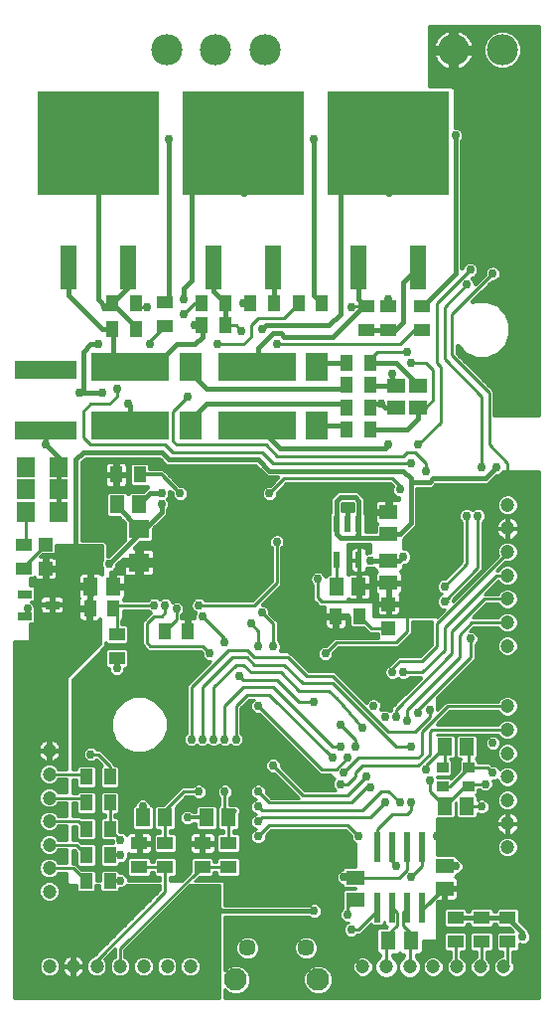
<source format=gbl>
G75*
%MOIN*%
%OFA0B0*%
%FSLAX25Y25*%
%IPPOS*%
%LPD*%
%AMOC8*
5,1,8,0,0,1.08239X$1,22.5*
%
%ADD10R,0.05118X0.05906*%
%ADD11R,0.05906X0.05118*%
%ADD12R,0.07098X0.06299*%
%ADD13C,0.05709*%
%ADD14C,0.07677*%
%ADD15R,0.04724X0.04724*%
%ADD16R,0.40600X0.35100*%
%ADD17R,0.05200X0.14600*%
%ADD18R,0.05512X0.04331*%
%ADD19R,0.04331X0.05512*%
%ADD20R,0.25984X0.09606*%
%ADD21R,0.07441X0.09606*%
%ADD22R,0.02362X0.05709*%
%ADD23R,0.02362X0.05512*%
%ADD24R,0.02200X0.09843*%
%ADD25R,0.03937X0.03661*%
%ADD26R,0.05118X0.03150*%
%ADD27C,0.04724*%
%ADD28C,0.10500*%
%ADD29R,0.06299X0.07087*%
%ADD30R,0.20900X0.06400*%
%ADD31C,0.02953*%
%ADD32C,0.01000*%
%ADD33C,0.01600*%
%ADD34C,0.01200*%
D10*
X0065189Y0071800D03*
X0072669Y0071800D03*
X0086439Y0071800D03*
X0093919Y0071800D03*
X0147689Y0030550D03*
X0155169Y0030550D03*
X0166439Y0075550D03*
X0173919Y0075550D03*
X0173919Y0095550D03*
X0166439Y0095550D03*
X0137669Y0149300D03*
X0130189Y0149300D03*
X0063919Y0176800D03*
X0056439Y0176800D03*
X0055169Y0149300D03*
X0047689Y0149300D03*
D11*
X0136429Y0051790D03*
X0136429Y0044310D03*
X0166429Y0048060D03*
X0166429Y0055540D03*
X0147679Y0150560D03*
X0147679Y0158040D03*
X0147679Y0166810D03*
X0147679Y0174290D03*
X0150179Y0209310D03*
X0150179Y0216790D03*
X0157679Y0216790D03*
X0157679Y0209310D03*
D12*
X0063929Y0168648D03*
X0063929Y0157452D03*
D13*
X0100336Y0028130D03*
X0120021Y0028130D03*
D14*
X0123958Y0017500D03*
X0096399Y0017500D03*
D15*
X0147679Y0135166D03*
X0147679Y0143434D03*
X0032679Y0155166D03*
X0032679Y0163434D03*
D16*
X0050179Y0298100D03*
X0098929Y0298100D03*
X0147679Y0298100D03*
D17*
X0157679Y0256337D03*
X0137679Y0256337D03*
X0108929Y0256337D03*
X0088929Y0256337D03*
X0060179Y0256337D03*
X0040179Y0256337D03*
D18*
X0072679Y0244487D03*
X0072679Y0236613D03*
X0025179Y0163237D03*
X0025179Y0155363D03*
X0056429Y0133237D03*
X0056429Y0125363D03*
X0063929Y0063237D03*
X0063929Y0055363D03*
X0072679Y0055363D03*
X0072679Y0063237D03*
X0085179Y0063237D03*
X0085179Y0055363D03*
X0093929Y0055363D03*
X0093929Y0063237D03*
X0170179Y0038237D03*
X0170179Y0030363D03*
X0178929Y0030363D03*
X0178929Y0038237D03*
X0187679Y0038237D03*
X0187679Y0030363D03*
X0158929Y0235363D03*
X0158929Y0243237D03*
X0147679Y0243237D03*
X0140179Y0243237D03*
X0140179Y0235363D03*
X0147679Y0235363D03*
D19*
X0141616Y0224300D03*
X0141616Y0216800D03*
X0141616Y0209300D03*
X0141616Y0201800D03*
X0133742Y0201800D03*
X0133742Y0209300D03*
X0133742Y0216800D03*
X0133742Y0224300D03*
X0125366Y0244300D03*
X0117492Y0244300D03*
X0109116Y0244300D03*
X0101242Y0244300D03*
X0092866Y0244300D03*
X0092866Y0236800D03*
X0084992Y0236800D03*
X0084992Y0244300D03*
X0062866Y0244300D03*
X0054992Y0244300D03*
X0054992Y0235550D03*
X0062866Y0235550D03*
X0064116Y0186800D03*
X0056242Y0186800D03*
X0055366Y0141800D03*
X0047492Y0141800D03*
X0072492Y0134300D03*
X0080366Y0134300D03*
X0054116Y0085550D03*
X0054116Y0076800D03*
X0054116Y0068050D03*
X0054116Y0059300D03*
X0054116Y0050550D03*
X0046242Y0050550D03*
X0046242Y0059300D03*
X0046242Y0068050D03*
X0046242Y0076800D03*
X0046242Y0085550D03*
X0129992Y0139300D03*
X0137866Y0139300D03*
D20*
X0103437Y0203286D03*
X0103437Y0222814D03*
X0060937Y0222814D03*
X0060937Y0203286D03*
D21*
X0081153Y0203286D03*
X0081153Y0222814D03*
X0123653Y0222814D03*
X0123653Y0203286D03*
D22*
X0130189Y0170402D03*
X0133929Y0170402D03*
X0137669Y0158198D03*
X0130189Y0158198D03*
D23*
X0137669Y0170402D03*
D24*
X0143929Y0062036D03*
X0148929Y0062036D03*
X0153929Y0062036D03*
X0158929Y0062036D03*
X0158929Y0041564D03*
X0153929Y0041564D03*
X0148929Y0041564D03*
X0143929Y0041564D03*
D25*
X0165848Y0082400D03*
X0165848Y0088700D03*
X0174510Y0088700D03*
X0174510Y0082400D03*
D26*
X0034903Y0143050D03*
X0025454Y0139310D03*
X0025454Y0146790D03*
D27*
X0033929Y0094172D03*
X0033929Y0086298D03*
X0033929Y0078424D03*
X0033929Y0070550D03*
X0033929Y0062676D03*
X0033929Y0054802D03*
X0033929Y0046928D03*
X0034057Y0021800D03*
X0041931Y0021800D03*
X0049805Y0021800D03*
X0057679Y0021800D03*
X0065553Y0021800D03*
X0073427Y0021800D03*
X0081301Y0021800D03*
X0139057Y0021800D03*
X0146931Y0021800D03*
X0154805Y0021800D03*
X0162679Y0021800D03*
X0170553Y0021800D03*
X0178427Y0021800D03*
X0186301Y0021800D03*
X0187679Y0061928D03*
X0187679Y0069802D03*
X0187679Y0077676D03*
X0187679Y0085550D03*
X0187679Y0093424D03*
X0187679Y0101298D03*
X0187679Y0109172D03*
X0187679Y0129428D03*
X0187679Y0137302D03*
X0187679Y0145176D03*
X0187679Y0153050D03*
X0187679Y0160924D03*
X0187679Y0168798D03*
X0187679Y0176672D03*
D28*
X0185929Y0329250D03*
X0169429Y0329250D03*
X0106179Y0329250D03*
X0089679Y0329250D03*
X0073179Y0329250D03*
D29*
X0036941Y0189300D03*
X0036941Y0181800D03*
X0036941Y0174300D03*
X0025917Y0174300D03*
X0025917Y0181800D03*
X0025917Y0189300D03*
D30*
X0032679Y0201600D03*
X0032679Y0222000D03*
D31*
X0041429Y0223050D03*
X0043929Y0214300D03*
X0051429Y0214300D03*
X0056429Y0215550D03*
X0060179Y0210550D03*
X0067679Y0230550D03*
X0066429Y0243050D03*
X0078929Y0240550D03*
X0078929Y0245550D03*
X0082679Y0236800D03*
X0090179Y0230550D03*
X0098319Y0234940D03*
X0105179Y0235550D03*
X0110179Y0230550D03*
X0098929Y0244300D03*
X0080179Y0213050D03*
X0082679Y0180550D03*
X0086429Y0180550D03*
X0090179Y0180550D03*
X0093929Y0180550D03*
X0097679Y0180550D03*
X0101429Y0180550D03*
X0106429Y0176800D03*
X0106429Y0173050D03*
X0106429Y0169300D03*
X0106429Y0165550D03*
X0110179Y0164300D03*
X0110179Y0168050D03*
X0110179Y0171800D03*
X0110179Y0175550D03*
X0107679Y0180550D03*
X0102679Y0163050D03*
X0098929Y0163050D03*
X0095179Y0163050D03*
X0091429Y0163050D03*
X0087679Y0163050D03*
X0083929Y0163050D03*
X0080179Y0163050D03*
X0076429Y0165550D03*
X0076429Y0169300D03*
X0076429Y0173050D03*
X0072679Y0170550D03*
X0072679Y0166800D03*
X0072679Y0163050D03*
X0071429Y0176800D03*
X0071429Y0180550D03*
X0077679Y0180550D03*
X0053840Y0156800D03*
X0042679Y0156800D03*
X0026429Y0141800D03*
X0025917Y0174300D03*
X0025917Y0181800D03*
X0025917Y0189300D03*
X0032679Y0196800D03*
X0050179Y0230550D03*
X0052679Y0243050D03*
X0043929Y0298050D03*
X0043929Y0301800D03*
X0040179Y0301800D03*
X0040179Y0298050D03*
X0036429Y0298050D03*
X0036429Y0301800D03*
X0033929Y0305550D03*
X0033929Y0309300D03*
X0046429Y0309300D03*
X0046429Y0305550D03*
X0073929Y0299300D03*
X0082679Y0305550D03*
X0082679Y0309300D03*
X0085179Y0301800D03*
X0088929Y0301800D03*
X0092679Y0301800D03*
X0092679Y0298050D03*
X0088929Y0298050D03*
X0085179Y0298050D03*
X0095179Y0305550D03*
X0095179Y0309300D03*
X0122679Y0299300D03*
X0131429Y0306800D03*
X0131429Y0310550D03*
X0133929Y0301800D03*
X0137679Y0301800D03*
X0141429Y0301800D03*
X0141429Y0298050D03*
X0137679Y0298050D03*
X0133929Y0298050D03*
X0143929Y0306800D03*
X0143929Y0310550D03*
X0170179Y0300550D03*
X0182679Y0296800D03*
X0182679Y0269300D03*
X0175179Y0255550D03*
X0173929Y0250550D03*
X0182679Y0254300D03*
X0193929Y0254300D03*
X0193929Y0269300D03*
X0193929Y0228050D03*
X0193929Y0224300D03*
X0193929Y0220550D03*
X0193929Y0216800D03*
X0193929Y0213050D03*
X0190179Y0213050D03*
X0190179Y0216800D03*
X0190179Y0220550D03*
X0190179Y0224300D03*
X0186429Y0220550D03*
X0186429Y0216800D03*
X0186429Y0213050D03*
X0182679Y0220550D03*
X0183929Y0189300D03*
X0178929Y0189300D03*
X0190179Y0185550D03*
X0177679Y0173050D03*
X0173929Y0173050D03*
X0166429Y0149300D03*
X0166429Y0144300D03*
X0161429Y0140550D03*
X0160179Y0133050D03*
X0152679Y0120550D03*
X0148929Y0120550D03*
X0142679Y0109300D03*
X0146429Y0105550D03*
X0150179Y0105550D03*
X0153929Y0104300D03*
X0157679Y0106800D03*
X0161429Y0108050D03*
X0155179Y0095550D03*
X0160179Y0088050D03*
X0161429Y0084300D03*
X0155179Y0076800D03*
X0151429Y0076800D03*
X0146429Y0076800D03*
X0141429Y0081800D03*
X0140179Y0085550D03*
X0132679Y0086800D03*
X0131429Y0083050D03*
X0133929Y0091800D03*
X0136429Y0095550D03*
X0131429Y0095550D03*
X0128929Y0091800D03*
X0131429Y0103050D03*
X0138929Y0101800D03*
X0126429Y0126800D03*
X0126429Y0134300D03*
X0123929Y0151800D03*
X0120179Y0153050D03*
X0105179Y0140550D03*
X0101429Y0136800D03*
X0103929Y0129300D03*
X0108929Y0129300D03*
X0097679Y0119300D03*
X0103929Y0109300D03*
X0096429Y0098050D03*
X0092679Y0098050D03*
X0088929Y0098050D03*
X0085179Y0098050D03*
X0081429Y0098050D03*
X0083929Y0080550D03*
X0080179Y0071800D03*
X0080179Y0063050D03*
X0085179Y0046800D03*
X0103929Y0065550D03*
X0103929Y0070550D03*
X0103929Y0075550D03*
X0103929Y0080550D03*
X0108929Y0089300D03*
X0122679Y0110550D03*
X0092679Y0130550D03*
X0087679Y0126800D03*
X0085179Y0139300D03*
X0083929Y0143050D03*
X0076429Y0141800D03*
X0072679Y0143050D03*
X0068929Y0143050D03*
X0062679Y0133050D03*
X0056429Y0121800D03*
X0047679Y0093050D03*
X0065179Y0075550D03*
X0063929Y0065550D03*
X0057679Y0064300D03*
X0057679Y0059300D03*
X0057679Y0050550D03*
X0092679Y0080550D03*
X0122679Y0040550D03*
X0133929Y0039300D03*
X0135179Y0034300D03*
X0132679Y0051800D03*
X0128929Y0063050D03*
X0137679Y0065550D03*
X0150179Y0055550D03*
X0155179Y0051800D03*
X0163929Y0065550D03*
X0170179Y0055550D03*
X0177679Y0069300D03*
X0178929Y0075550D03*
X0180179Y0083050D03*
X0182679Y0086800D03*
X0182679Y0096800D03*
X0180179Y0118050D03*
X0175179Y0131800D03*
X0153929Y0146800D03*
X0152679Y0159300D03*
X0141429Y0158050D03*
X0133929Y0175550D03*
X0147679Y0196800D03*
X0155179Y0190550D03*
X0160179Y0188050D03*
X0157679Y0196800D03*
X0151429Y0181800D03*
X0145179Y0210560D03*
X0148929Y0220550D03*
X0155179Y0224300D03*
X0153929Y0228050D03*
X0147679Y0245550D03*
X0135179Y0243050D03*
X0192679Y0031800D03*
D32*
X0194579Y0033544D02*
X0194579Y0034024D01*
X0193466Y0035137D01*
X0193466Y0035137D01*
X0191535Y0037068D01*
X0191535Y0040858D01*
X0190890Y0041502D01*
X0184467Y0041502D01*
X0183823Y0040858D01*
X0183823Y0040137D01*
X0182785Y0040137D01*
X0182785Y0040858D01*
X0182140Y0041502D01*
X0175717Y0041502D01*
X0175073Y0040858D01*
X0175073Y0040137D01*
X0174035Y0040137D01*
X0174035Y0040858D01*
X0173390Y0041502D01*
X0166967Y0041502D01*
X0166323Y0040858D01*
X0166323Y0035616D01*
X0166967Y0034972D01*
X0173390Y0034972D01*
X0174035Y0035616D01*
X0174035Y0036337D01*
X0175073Y0036337D01*
X0175073Y0035616D01*
X0175717Y0034972D01*
X0182140Y0034972D01*
X0182785Y0035616D01*
X0182785Y0036337D01*
X0183823Y0036337D01*
X0183823Y0035616D01*
X0184467Y0034972D01*
X0188257Y0034972D01*
X0189601Y0033628D01*
X0184467Y0033628D01*
X0183823Y0032984D01*
X0183823Y0027742D01*
X0184467Y0027098D01*
X0186079Y0027098D01*
X0186079Y0025262D01*
X0185612Y0025262D01*
X0184340Y0024735D01*
X0183366Y0023761D01*
X0182839Y0022489D01*
X0182839Y0021111D01*
X0183366Y0019839D01*
X0184340Y0018865D01*
X0185612Y0018338D01*
X0186990Y0018338D01*
X0188262Y0018865D01*
X0189236Y0019839D01*
X0189763Y0021111D01*
X0189763Y0022489D01*
X0189279Y0023658D01*
X0189279Y0027098D01*
X0190890Y0027098D01*
X0191535Y0027742D01*
X0191535Y0029485D01*
X0192166Y0029224D01*
X0193191Y0029224D01*
X0194138Y0029616D01*
X0194863Y0030341D01*
X0195255Y0031288D01*
X0195255Y0032312D01*
X0194863Y0033259D01*
X0194579Y0033544D01*
X0194858Y0033264D02*
X0198130Y0033264D01*
X0198130Y0032266D02*
X0195255Y0032266D01*
X0195247Y0031267D02*
X0198130Y0031267D01*
X0198130Y0030269D02*
X0194791Y0030269D01*
X0193304Y0029270D02*
X0198130Y0029270D01*
X0198130Y0028272D02*
X0191535Y0028272D01*
X0191535Y0029270D02*
X0192054Y0029270D01*
X0191066Y0027273D02*
X0198130Y0027273D01*
X0198130Y0026275D02*
X0189279Y0026275D01*
X0189279Y0025276D02*
X0198130Y0025276D01*
X0198130Y0024278D02*
X0189279Y0024278D01*
X0189436Y0023279D02*
X0198130Y0023279D01*
X0198130Y0022281D02*
X0189763Y0022281D01*
X0189763Y0021282D02*
X0198130Y0021282D01*
X0198130Y0020284D02*
X0189420Y0020284D01*
X0188682Y0019285D02*
X0198130Y0019285D01*
X0198130Y0018287D02*
X0156415Y0018287D01*
X0156993Y0018526D02*
X0158079Y0019612D01*
X0158667Y0021032D01*
X0158667Y0022568D01*
X0158079Y0023988D01*
X0156993Y0025074D01*
X0156805Y0025152D01*
X0156805Y0026097D01*
X0158349Y0026097D01*
X0159228Y0026976D01*
X0159228Y0030550D01*
X0163929Y0030550D01*
X0163929Y0044001D01*
X0165929Y0044001D01*
X0165929Y0047560D01*
X0166929Y0047560D01*
X0166929Y0048560D01*
X0170882Y0048560D01*
X0170882Y0050816D01*
X0170779Y0051198D01*
X0170582Y0051540D01*
X0170303Y0051819D01*
X0169968Y0052012D01*
X0170482Y0052525D01*
X0170482Y0052974D01*
X0170691Y0052974D01*
X0171638Y0053366D01*
X0172363Y0054091D01*
X0172755Y0055038D01*
X0172755Y0056062D01*
X0172363Y0057009D01*
X0171638Y0057734D01*
X0170691Y0058126D01*
X0170482Y0058126D01*
X0170482Y0058555D01*
X0169837Y0059199D01*
X0163929Y0059199D01*
X0163929Y0071497D01*
X0169453Y0071497D01*
X0170098Y0072142D01*
X0170098Y0076946D01*
X0170260Y0077109D01*
X0170260Y0072142D01*
X0170904Y0071497D01*
X0176934Y0071497D01*
X0177578Y0072142D01*
X0177578Y0073321D01*
X0178416Y0072974D01*
X0179441Y0072974D01*
X0180388Y0073366D01*
X0181113Y0074091D01*
X0181505Y0075038D01*
X0181505Y0076062D01*
X0181113Y0077009D01*
X0180388Y0077734D01*
X0179441Y0078126D01*
X0178416Y0078126D01*
X0177578Y0077779D01*
X0177578Y0078958D01*
X0177000Y0079536D01*
X0177578Y0080114D01*
X0177578Y0081450D01*
X0178135Y0081450D01*
X0178719Y0080866D01*
X0179666Y0080474D01*
X0180691Y0080474D01*
X0181638Y0080866D01*
X0182363Y0081591D01*
X0182755Y0082538D01*
X0182755Y0083562D01*
X0182481Y0084224D01*
X0183191Y0084224D01*
X0184138Y0084616D01*
X0184266Y0084743D01*
X0184744Y0083589D01*
X0185718Y0082615D01*
X0186990Y0082088D01*
X0188368Y0082088D01*
X0189640Y0082615D01*
X0190614Y0083589D01*
X0191141Y0084861D01*
X0191141Y0086239D01*
X0190614Y0087511D01*
X0189640Y0088485D01*
X0188368Y0089012D01*
X0186990Y0089012D01*
X0185718Y0088485D01*
X0185047Y0087815D01*
X0184863Y0088259D01*
X0184138Y0088984D01*
X0183191Y0089376D01*
X0182365Y0089376D01*
X0181442Y0090300D01*
X0177578Y0090300D01*
X0177578Y0090986D01*
X0177000Y0091564D01*
X0177578Y0092142D01*
X0177578Y0098958D01*
X0176934Y0099603D01*
X0170904Y0099603D01*
X0170260Y0098958D01*
X0170260Y0092142D01*
X0170904Y0091497D01*
X0171952Y0091497D01*
X0171441Y0090986D01*
X0171441Y0087894D01*
X0168575Y0085028D01*
X0168272Y0085331D01*
X0163929Y0085331D01*
X0163929Y0085769D01*
X0168272Y0085769D01*
X0168917Y0086413D01*
X0168917Y0090986D01*
X0168405Y0091497D01*
X0169453Y0091497D01*
X0170098Y0092142D01*
X0170098Y0098958D01*
X0169453Y0099603D01*
X0163929Y0099603D01*
X0163929Y0099698D01*
X0184594Y0099698D01*
X0184744Y0099337D01*
X0185718Y0098363D01*
X0186990Y0097836D01*
X0188368Y0097836D01*
X0189640Y0098363D01*
X0190614Y0099337D01*
X0191141Y0100609D01*
X0191141Y0101987D01*
X0190614Y0103259D01*
X0189640Y0104233D01*
X0188368Y0104760D01*
X0186990Y0104760D01*
X0185718Y0104233D01*
X0184744Y0103259D01*
X0184594Y0102898D01*
X0163929Y0102898D01*
X0163929Y0103287D01*
X0168214Y0107572D01*
X0184594Y0107572D01*
X0184744Y0107211D01*
X0185718Y0106237D01*
X0186990Y0105710D01*
X0188368Y0105710D01*
X0189640Y0106237D01*
X0190614Y0107211D01*
X0191141Y0108483D01*
X0191141Y0109861D01*
X0190614Y0111133D01*
X0189640Y0112107D01*
X0188368Y0112634D01*
X0186990Y0112634D01*
X0185718Y0112107D01*
X0184744Y0111133D01*
X0184594Y0110772D01*
X0166888Y0110772D01*
X0164005Y0107889D01*
X0164005Y0108562D01*
X0163929Y0108747D01*
X0163929Y0112037D01*
X0175842Y0123950D01*
X0176779Y0124887D01*
X0176779Y0129756D01*
X0177363Y0130341D01*
X0177755Y0131288D01*
X0177755Y0132312D01*
X0177363Y0133259D01*
X0176638Y0133984D01*
X0175691Y0134376D01*
X0175018Y0134376D01*
X0176344Y0135702D01*
X0184594Y0135702D01*
X0184744Y0135341D01*
X0185718Y0134367D01*
X0186990Y0133840D01*
X0188368Y0133840D01*
X0189640Y0134367D01*
X0190614Y0135341D01*
X0191141Y0136613D01*
X0191141Y0137991D01*
X0190614Y0139263D01*
X0189640Y0140237D01*
X0188368Y0140764D01*
X0186990Y0140764D01*
X0185718Y0140237D01*
X0184744Y0139263D01*
X0184594Y0138902D01*
X0175794Y0138902D01*
X0180468Y0143576D01*
X0184594Y0143576D01*
X0184744Y0143215D01*
X0185718Y0142241D01*
X0186990Y0141714D01*
X0188368Y0141714D01*
X0189640Y0142241D01*
X0190614Y0143215D01*
X0191141Y0144487D01*
X0191141Y0145865D01*
X0190614Y0147137D01*
X0189640Y0148111D01*
X0188368Y0148638D01*
X0186990Y0148638D01*
X0185718Y0148111D01*
X0184744Y0147137D01*
X0184594Y0146776D01*
X0179918Y0146776D01*
X0184592Y0151450D01*
X0184594Y0151450D01*
X0184744Y0151089D01*
X0185718Y0150115D01*
X0186990Y0149588D01*
X0188368Y0149588D01*
X0189640Y0150115D01*
X0190614Y0151089D01*
X0191141Y0152361D01*
X0191141Y0153739D01*
X0190614Y0155011D01*
X0189640Y0155985D01*
X0188368Y0156512D01*
X0186990Y0156512D01*
X0185718Y0155985D01*
X0184744Y0155011D01*
X0184594Y0154650D01*
X0184042Y0154650D01*
X0186893Y0157502D01*
X0186990Y0157462D01*
X0188368Y0157462D01*
X0189640Y0157989D01*
X0190614Y0158963D01*
X0191141Y0160235D01*
X0191141Y0161613D01*
X0190614Y0162885D01*
X0189640Y0163859D01*
X0188368Y0164386D01*
X0186990Y0164386D01*
X0185718Y0163859D01*
X0184744Y0162885D01*
X0184217Y0161613D01*
X0184217Y0160235D01*
X0184476Y0159610D01*
X0169279Y0144413D01*
X0169279Y0144887D01*
X0178342Y0153950D01*
X0179279Y0154887D01*
X0179279Y0171006D01*
X0179863Y0171591D01*
X0180255Y0172538D01*
X0180255Y0173562D01*
X0179863Y0174509D01*
X0179138Y0175234D01*
X0178191Y0175626D01*
X0177166Y0175626D01*
X0176219Y0175234D01*
X0175804Y0174819D01*
X0175388Y0175234D01*
X0174441Y0175626D01*
X0173416Y0175626D01*
X0172469Y0175234D01*
X0171745Y0174509D01*
X0171352Y0173562D01*
X0171352Y0172538D01*
X0171745Y0171591D01*
X0172329Y0171006D01*
X0172329Y0157463D01*
X0166742Y0151876D01*
X0165916Y0151876D01*
X0164969Y0151484D01*
X0164245Y0150759D01*
X0163852Y0149812D01*
X0163852Y0148788D01*
X0164245Y0147841D01*
X0164969Y0147116D01*
X0165732Y0146800D01*
X0164969Y0146484D01*
X0164245Y0145759D01*
X0163852Y0144812D01*
X0163852Y0143788D01*
X0164245Y0142841D01*
X0164969Y0142116D01*
X0165916Y0141724D01*
X0166590Y0141724D01*
X0163929Y0139063D01*
X0163929Y0139300D01*
X0142679Y0139300D01*
X0142679Y0144300D01*
X0133929Y0144300D01*
X0133929Y0145407D01*
X0134189Y0145147D01*
X0134531Y0144949D01*
X0134912Y0144847D01*
X0137169Y0144847D01*
X0137169Y0148800D01*
X0138169Y0148800D01*
X0138169Y0149800D01*
X0137169Y0149800D01*
X0137169Y0153753D01*
X0134912Y0153753D01*
X0134531Y0153651D01*
X0134189Y0153453D01*
X0133929Y0153193D01*
X0133929Y0163650D01*
X0141429Y0163650D01*
X0141429Y0160626D01*
X0140916Y0160626D01*
X0140350Y0160392D01*
X0140350Y0161249D01*
X0140248Y0161631D01*
X0140050Y0161973D01*
X0139771Y0162252D01*
X0139429Y0162450D01*
X0139048Y0162552D01*
X0137760Y0162552D01*
X0137760Y0158288D01*
X0137578Y0158288D01*
X0137578Y0158107D01*
X0134988Y0158107D01*
X0134988Y0155146D01*
X0135090Y0154764D01*
X0135288Y0154422D01*
X0135567Y0154143D01*
X0135909Y0153946D01*
X0136290Y0153843D01*
X0137578Y0153843D01*
X0137578Y0158107D01*
X0137760Y0158107D01*
X0137760Y0153843D01*
X0139048Y0153843D01*
X0139429Y0153946D01*
X0139771Y0154143D01*
X0140050Y0154422D01*
X0140248Y0154764D01*
X0140350Y0155146D01*
X0140350Y0155708D01*
X0140916Y0155474D01*
X0141941Y0155474D01*
X0142517Y0155712D01*
X0143871Y0154357D01*
X0143805Y0154319D01*
X0143526Y0154040D01*
X0143328Y0153698D01*
X0143226Y0153316D01*
X0143226Y0151060D01*
X0147179Y0151060D01*
X0147179Y0150060D01*
X0143226Y0150060D01*
X0143226Y0147803D01*
X0143328Y0147422D01*
X0143526Y0147080D01*
X0143805Y0146800D01*
X0144075Y0146645D01*
X0143919Y0146375D01*
X0143817Y0145994D01*
X0143817Y0143934D01*
X0147179Y0143934D01*
X0147179Y0147296D01*
X0147179Y0150060D01*
X0148179Y0150060D01*
X0148179Y0151060D01*
X0152132Y0151060D01*
X0152132Y0153316D01*
X0152029Y0153698D01*
X0151832Y0154040D01*
X0151553Y0154319D01*
X0151486Y0154357D01*
X0152679Y0155550D01*
X0152679Y0156613D01*
X0152789Y0156724D01*
X0153191Y0156724D01*
X0154138Y0157116D01*
X0154863Y0157841D01*
X0155255Y0158788D01*
X0155255Y0159812D01*
X0154863Y0160759D01*
X0154138Y0161484D01*
X0153191Y0161876D01*
X0152679Y0161876D01*
X0152679Y0165363D01*
X0153329Y0166013D01*
X0155966Y0168650D01*
X0157079Y0169763D01*
X0157079Y0182400D01*
X0162216Y0182400D01*
X0163329Y0183513D01*
X0163466Y0183650D01*
X0180966Y0183650D01*
X0182079Y0184763D01*
X0184039Y0186724D01*
X0184441Y0186724D01*
X0185388Y0187116D01*
X0186113Y0187841D01*
X0186200Y0188050D01*
X0198130Y0188050D01*
X0198130Y0011300D01*
X0092679Y0011300D01*
X0092679Y0014236D01*
X0093602Y0013313D01*
X0095417Y0012561D01*
X0097382Y0012561D01*
X0099197Y0013313D01*
X0100586Y0014703D01*
X0101338Y0016518D01*
X0101338Y0018482D01*
X0100586Y0020297D01*
X0099197Y0021687D01*
X0097382Y0022439D01*
X0095417Y0022439D01*
X0093602Y0021687D01*
X0092679Y0020764D01*
X0092679Y0038650D01*
X0120935Y0038650D01*
X0121219Y0038366D01*
X0122166Y0037974D01*
X0123191Y0037974D01*
X0124138Y0038366D01*
X0124863Y0039091D01*
X0125255Y0040038D01*
X0125255Y0041062D01*
X0124863Y0042009D01*
X0124138Y0042734D01*
X0123191Y0043126D01*
X0122166Y0043126D01*
X0121219Y0042734D01*
X0120935Y0042450D01*
X0092679Y0042450D01*
X0092679Y0050550D01*
X0082629Y0050550D01*
X0084176Y0052098D01*
X0088390Y0052098D01*
X0089035Y0052742D01*
X0089035Y0053763D01*
X0090073Y0053763D01*
X0090073Y0052742D01*
X0090717Y0052098D01*
X0097140Y0052098D01*
X0097785Y0052742D01*
X0097785Y0057984D01*
X0097140Y0058628D01*
X0090717Y0058628D01*
X0090073Y0057984D01*
X0090073Y0056963D01*
X0089035Y0056963D01*
X0089035Y0057984D01*
X0088390Y0058628D01*
X0081967Y0058628D01*
X0081323Y0057984D01*
X0081323Y0053770D01*
X0078103Y0050550D01*
X0074279Y0050550D01*
X0074279Y0052098D01*
X0075890Y0052098D01*
X0076535Y0052742D01*
X0076535Y0057984D01*
X0075890Y0058628D01*
X0069467Y0058628D01*
X0068823Y0057984D01*
X0068823Y0056963D01*
X0067785Y0056963D01*
X0067785Y0057984D01*
X0067140Y0058628D01*
X0060717Y0058628D01*
X0060073Y0057984D01*
X0060073Y0052742D01*
X0060717Y0052098D01*
X0067140Y0052098D01*
X0067785Y0052742D01*
X0067785Y0053763D01*
X0068823Y0053763D01*
X0068823Y0052742D01*
X0069467Y0052098D01*
X0071079Y0052098D01*
X0071079Y0050550D01*
X0060255Y0050550D01*
X0060255Y0051062D01*
X0059863Y0052009D01*
X0059138Y0052734D01*
X0058191Y0053126D01*
X0057381Y0053126D01*
X0057381Y0053762D01*
X0056737Y0054406D01*
X0051495Y0054406D01*
X0050850Y0053762D01*
X0050850Y0050550D01*
X0049507Y0050550D01*
X0049507Y0053762D01*
X0048863Y0054406D01*
X0044649Y0054406D01*
X0042653Y0056402D01*
X0041429Y0056402D01*
X0041429Y0061076D01*
X0042203Y0061076D01*
X0042976Y0060303D01*
X0042976Y0056088D01*
X0043621Y0055444D01*
X0048863Y0055444D01*
X0049507Y0056088D01*
X0049507Y0062512D01*
X0048863Y0063156D01*
X0044649Y0063156D01*
X0043529Y0064276D01*
X0041429Y0064276D01*
X0041429Y0068950D01*
X0042976Y0068950D01*
X0042976Y0064838D01*
X0043621Y0064194D01*
X0048863Y0064194D01*
X0049507Y0064838D01*
X0049507Y0071262D01*
X0048863Y0071906D01*
X0044649Y0071906D01*
X0044405Y0072150D01*
X0041429Y0072150D01*
X0041429Y0076824D01*
X0042976Y0076824D01*
X0042976Y0073588D01*
X0043621Y0072944D01*
X0048863Y0072944D01*
X0049507Y0073588D01*
X0049507Y0080012D01*
X0048863Y0080656D01*
X0043621Y0080656D01*
X0042989Y0080024D01*
X0041429Y0080024D01*
X0041429Y0084698D01*
X0042976Y0084698D01*
X0042976Y0082338D01*
X0043621Y0081694D01*
X0048863Y0081694D01*
X0049507Y0082338D01*
X0049507Y0088762D01*
X0048863Y0089406D01*
X0043621Y0089406D01*
X0042976Y0088762D01*
X0042976Y0087898D01*
X0041429Y0087898D01*
X0041429Y0118050D01*
X0052679Y0129300D01*
X0052679Y0130510D01*
X0053217Y0129972D01*
X0059640Y0129972D01*
X0060285Y0130616D01*
X0060285Y0135858D01*
X0059640Y0136502D01*
X0058029Y0136502D01*
X0058029Y0137986D01*
X0058631Y0138588D01*
X0058631Y0141450D01*
X0066885Y0141450D01*
X0067469Y0140866D01*
X0068009Y0140643D01*
X0065766Y0138400D01*
X0064829Y0137463D01*
X0064829Y0129887D01*
X0065766Y0128950D01*
X0066079Y0128637D01*
X0067016Y0127700D01*
X0084516Y0127700D01*
X0085102Y0127114D01*
X0085102Y0126288D01*
X0085495Y0125341D01*
X0086219Y0124616D01*
X0087166Y0124224D01*
X0087840Y0124224D01*
X0079829Y0116213D01*
X0079829Y0100094D01*
X0079245Y0099509D01*
X0078852Y0098562D01*
X0078852Y0097538D01*
X0079245Y0096591D01*
X0079969Y0095866D01*
X0080916Y0095474D01*
X0081941Y0095474D01*
X0082888Y0095866D01*
X0083304Y0096281D01*
X0083719Y0095866D01*
X0084666Y0095474D01*
X0085691Y0095474D01*
X0086638Y0095866D01*
X0087054Y0096281D01*
X0087469Y0095866D01*
X0088416Y0095474D01*
X0089441Y0095474D01*
X0090388Y0095866D01*
X0090804Y0096281D01*
X0091219Y0095866D01*
X0092166Y0095474D01*
X0093191Y0095474D01*
X0094138Y0095866D01*
X0094554Y0096281D01*
X0094969Y0095866D01*
X0095916Y0095474D01*
X0096941Y0095474D01*
X0097888Y0095866D01*
X0098613Y0096591D01*
X0099005Y0097538D01*
X0099005Y0098562D01*
X0098613Y0099509D01*
X0098029Y0100094D01*
X0098029Y0108637D01*
X0100842Y0111450D01*
X0102435Y0111450D01*
X0101745Y0110759D01*
X0101352Y0109812D01*
X0101352Y0108788D01*
X0101745Y0107841D01*
X0102469Y0107116D01*
X0103416Y0106724D01*
X0104242Y0106724D01*
X0123579Y0087387D01*
X0124516Y0086450D01*
X0128029Y0086450D01*
X0129607Y0084872D01*
X0129245Y0084509D01*
X0128852Y0083562D01*
X0128852Y0082538D01*
X0129245Y0081591D01*
X0129935Y0080900D01*
X0119592Y0080900D01*
X0111505Y0088986D01*
X0111505Y0089812D01*
X0111113Y0090759D01*
X0110388Y0091484D01*
X0109441Y0091876D01*
X0108416Y0091876D01*
X0107469Y0091484D01*
X0106745Y0090759D01*
X0106352Y0089812D01*
X0106352Y0088788D01*
X0106745Y0087841D01*
X0107469Y0087116D01*
X0108416Y0086724D01*
X0109242Y0086724D01*
X0117329Y0078637D01*
X0117566Y0078400D01*
X0108342Y0078400D01*
X0106505Y0080236D01*
X0106505Y0081062D01*
X0106113Y0082009D01*
X0105388Y0082734D01*
X0104441Y0083126D01*
X0103416Y0083126D01*
X0102469Y0082734D01*
X0101745Y0082009D01*
X0101352Y0081062D01*
X0101352Y0080038D01*
X0101745Y0079091D01*
X0102469Y0078366D01*
X0103232Y0078050D01*
X0102469Y0077734D01*
X0101745Y0077009D01*
X0101352Y0076062D01*
X0101352Y0075038D01*
X0101745Y0074091D01*
X0102469Y0073366D01*
X0103232Y0073050D01*
X0102469Y0072734D01*
X0101745Y0072009D01*
X0101352Y0071062D01*
X0101352Y0070038D01*
X0101745Y0069091D01*
X0102469Y0068366D01*
X0103232Y0068050D01*
X0102469Y0067734D01*
X0101745Y0067009D01*
X0101352Y0066062D01*
X0101352Y0065038D01*
X0101745Y0064091D01*
X0102469Y0063366D01*
X0103416Y0062974D01*
X0104441Y0062974D01*
X0105388Y0063366D01*
X0106113Y0064091D01*
X0106505Y0065038D01*
X0106505Y0065864D01*
X0108342Y0067700D01*
X0133266Y0067700D01*
X0135102Y0065864D01*
X0135102Y0065038D01*
X0135495Y0064091D01*
X0136219Y0063366D01*
X0136429Y0063279D01*
X0136429Y0055449D01*
X0133020Y0055449D01*
X0132376Y0054805D01*
X0132376Y0054376D01*
X0132166Y0054376D01*
X0131219Y0053984D01*
X0130495Y0053259D01*
X0130102Y0052312D01*
X0130102Y0051288D01*
X0130495Y0050341D01*
X0131219Y0049616D01*
X0132166Y0049224D01*
X0132376Y0049224D01*
X0132376Y0048775D01*
X0133020Y0048131D01*
X0136429Y0048131D01*
X0136429Y0047969D01*
X0133020Y0047969D01*
X0132376Y0047325D01*
X0132376Y0042520D01*
X0132329Y0042473D01*
X0132329Y0041344D01*
X0131745Y0040759D01*
X0131352Y0039812D01*
X0131352Y0038788D01*
X0131745Y0037841D01*
X0132469Y0037116D01*
X0133416Y0036724D01*
X0134298Y0036724D01*
X0133719Y0036484D01*
X0132995Y0035759D01*
X0132602Y0034812D01*
X0132602Y0033788D01*
X0132995Y0032841D01*
X0133719Y0032116D01*
X0134666Y0031724D01*
X0135691Y0031724D01*
X0136638Y0032116D01*
X0137222Y0032700D01*
X0138342Y0032700D01*
X0141779Y0036137D01*
X0142373Y0035543D01*
X0145484Y0035543D01*
X0146129Y0036187D01*
X0146129Y0037100D01*
X0146329Y0036900D01*
X0146329Y0036021D01*
X0147200Y0035150D01*
X0147053Y0035003D01*
X0144508Y0035003D01*
X0143630Y0034124D01*
X0143630Y0026976D01*
X0144508Y0026097D01*
X0144931Y0026097D01*
X0144931Y0025152D01*
X0144743Y0025074D01*
X0143657Y0023988D01*
X0143069Y0022568D01*
X0143069Y0021032D01*
X0143657Y0019612D01*
X0144743Y0018526D01*
X0146163Y0017938D01*
X0147699Y0017938D01*
X0149119Y0018526D01*
X0150205Y0019612D01*
X0150793Y0021032D01*
X0150793Y0022568D01*
X0150205Y0023988D01*
X0149119Y0025074D01*
X0148931Y0025152D01*
X0148931Y0026097D01*
X0150869Y0026097D01*
X0151429Y0026657D01*
X0151989Y0026097D01*
X0152805Y0026097D01*
X0152805Y0025152D01*
X0152617Y0025074D01*
X0151531Y0023988D01*
X0150943Y0022568D01*
X0150943Y0021032D01*
X0151531Y0019612D01*
X0152617Y0018526D01*
X0154037Y0017938D01*
X0155573Y0017938D01*
X0156993Y0018526D01*
X0157752Y0019285D02*
X0160297Y0019285D01*
X0160718Y0018865D02*
X0159744Y0019839D01*
X0159217Y0021111D01*
X0159217Y0022489D01*
X0159744Y0023761D01*
X0160718Y0024735D01*
X0161990Y0025262D01*
X0163368Y0025262D01*
X0164640Y0024735D01*
X0165614Y0023761D01*
X0166141Y0022489D01*
X0166141Y0021111D01*
X0165614Y0019839D01*
X0164640Y0018865D01*
X0163368Y0018338D01*
X0161990Y0018338D01*
X0160718Y0018865D01*
X0159559Y0020284D02*
X0158357Y0020284D01*
X0158667Y0021282D02*
X0159217Y0021282D01*
X0159217Y0022281D02*
X0158667Y0022281D01*
X0158373Y0023279D02*
X0159544Y0023279D01*
X0160260Y0024278D02*
X0157789Y0024278D01*
X0156805Y0025276D02*
X0168579Y0025276D01*
X0168579Y0024722D02*
X0167618Y0023761D01*
X0167091Y0022489D01*
X0167091Y0021111D01*
X0167618Y0019839D01*
X0168592Y0018865D01*
X0169864Y0018338D01*
X0171242Y0018338D01*
X0172514Y0018865D01*
X0173488Y0019839D01*
X0174015Y0021111D01*
X0174015Y0022489D01*
X0173488Y0023761D01*
X0172514Y0024735D01*
X0171779Y0025040D01*
X0171779Y0027098D01*
X0173390Y0027098D01*
X0174035Y0027742D01*
X0174035Y0032984D01*
X0173390Y0033628D01*
X0166967Y0033628D01*
X0166323Y0032984D01*
X0166323Y0027742D01*
X0166967Y0027098D01*
X0168579Y0027098D01*
X0168579Y0024722D01*
X0168134Y0024278D02*
X0165097Y0024278D01*
X0165814Y0023279D02*
X0167418Y0023279D01*
X0167091Y0022281D02*
X0166141Y0022281D01*
X0166141Y0021282D02*
X0167091Y0021282D01*
X0167433Y0020284D02*
X0165798Y0020284D01*
X0165060Y0019285D02*
X0168171Y0019285D01*
X0170553Y0021800D02*
X0170179Y0022174D01*
X0170179Y0030363D01*
X0166323Y0030269D02*
X0159228Y0030269D01*
X0159228Y0029270D02*
X0166323Y0029270D01*
X0166323Y0028272D02*
X0159228Y0028272D01*
X0159228Y0027273D02*
X0166792Y0027273D01*
X0168579Y0026275D02*
X0158527Y0026275D01*
X0154805Y0030186D02*
X0154805Y0021800D01*
X0153194Y0018287D02*
X0148541Y0018287D01*
X0149878Y0019285D02*
X0151858Y0019285D01*
X0151252Y0020284D02*
X0150483Y0020284D01*
X0150793Y0021282D02*
X0150943Y0021282D01*
X0150943Y0022281D02*
X0150793Y0022281D01*
X0150499Y0023279D02*
X0151237Y0023279D01*
X0151821Y0024278D02*
X0149915Y0024278D01*
X0148931Y0025276D02*
X0152805Y0025276D01*
X0151811Y0026275D02*
X0151047Y0026275D01*
X0146931Y0029792D02*
X0146931Y0021800D01*
X0143363Y0023279D02*
X0142192Y0023279D01*
X0141992Y0023761D02*
X0141018Y0024735D01*
X0139745Y0025262D01*
X0138368Y0025262D01*
X0137096Y0024735D01*
X0136122Y0023761D01*
X0135595Y0022489D01*
X0135595Y0021111D01*
X0136122Y0019839D01*
X0137096Y0018865D01*
X0138368Y0018338D01*
X0139745Y0018338D01*
X0141018Y0018865D01*
X0141992Y0019839D01*
X0142519Y0021111D01*
X0142519Y0022489D01*
X0141992Y0023761D01*
X0141475Y0024278D02*
X0143946Y0024278D01*
X0144931Y0025276D02*
X0122760Y0025276D01*
X0122261Y0024778D02*
X0123374Y0025890D01*
X0123976Y0027343D01*
X0123976Y0028916D01*
X0123374Y0030370D01*
X0122261Y0031482D01*
X0120808Y0032084D01*
X0119235Y0032084D01*
X0117781Y0031482D01*
X0116669Y0030370D01*
X0116067Y0028916D01*
X0116067Y0027343D01*
X0116669Y0025890D01*
X0117781Y0024778D01*
X0119235Y0024176D01*
X0120808Y0024176D01*
X0122261Y0024778D01*
X0121054Y0024278D02*
X0136638Y0024278D01*
X0135922Y0023279D02*
X0092679Y0023279D01*
X0092679Y0022281D02*
X0095036Y0022281D01*
X0093197Y0021282D02*
X0092679Y0021282D01*
X0092679Y0024278D02*
X0099303Y0024278D01*
X0099550Y0024176D02*
X0101123Y0024176D01*
X0102576Y0024778D01*
X0103689Y0025890D01*
X0104291Y0027343D01*
X0104291Y0028916D01*
X0103689Y0030370D01*
X0102576Y0031482D01*
X0101123Y0032084D01*
X0099550Y0032084D01*
X0098096Y0031482D01*
X0096984Y0030370D01*
X0096382Y0028916D01*
X0096382Y0027343D01*
X0096984Y0025890D01*
X0098096Y0024778D01*
X0099550Y0024176D01*
X0101369Y0024278D02*
X0118988Y0024278D01*
X0117283Y0025276D02*
X0103075Y0025276D01*
X0103848Y0026275D02*
X0116510Y0026275D01*
X0116096Y0027273D02*
X0104262Y0027273D01*
X0104291Y0028272D02*
X0116067Y0028272D01*
X0116214Y0029270D02*
X0104144Y0029270D01*
X0103731Y0030269D02*
X0116627Y0030269D01*
X0117566Y0031267D02*
X0102791Y0031267D01*
X0097881Y0031267D02*
X0092679Y0031267D01*
X0092679Y0030269D02*
X0096942Y0030269D01*
X0096529Y0029270D02*
X0092679Y0029270D01*
X0092679Y0028272D02*
X0096382Y0028272D01*
X0096411Y0027273D02*
X0092679Y0027273D01*
X0092679Y0026275D02*
X0096825Y0026275D01*
X0097598Y0025276D02*
X0092679Y0025276D01*
X0097763Y0022281D02*
X0122595Y0022281D01*
X0122976Y0022439D02*
X0121161Y0021687D01*
X0119772Y0020297D01*
X0119020Y0018482D01*
X0119020Y0016518D01*
X0119772Y0014703D01*
X0121161Y0013313D01*
X0122976Y0012561D01*
X0124941Y0012561D01*
X0126756Y0013313D01*
X0128145Y0014703D01*
X0128897Y0016518D01*
X0128897Y0018482D01*
X0128145Y0020297D01*
X0126756Y0021687D01*
X0124941Y0022439D01*
X0122976Y0022439D01*
X0125322Y0022281D02*
X0135595Y0022281D01*
X0135595Y0021282D02*
X0127160Y0021282D01*
X0128151Y0020284D02*
X0135937Y0020284D01*
X0136675Y0019285D02*
X0128564Y0019285D01*
X0128897Y0018287D02*
X0145320Y0018287D01*
X0143984Y0019285D02*
X0141438Y0019285D01*
X0142176Y0020284D02*
X0143378Y0020284D01*
X0143069Y0021282D02*
X0142519Y0021282D01*
X0142519Y0022281D02*
X0143069Y0022281D01*
X0144331Y0026275D02*
X0123533Y0026275D01*
X0123947Y0027273D02*
X0143630Y0027273D01*
X0143630Y0028272D02*
X0123976Y0028272D01*
X0123829Y0029270D02*
X0143630Y0029270D01*
X0143630Y0030269D02*
X0123416Y0030269D01*
X0122476Y0031267D02*
X0143630Y0031267D01*
X0143630Y0032266D02*
X0136788Y0032266D01*
X0137679Y0034300D02*
X0135179Y0034300D01*
X0137679Y0034300D02*
X0143929Y0040550D01*
X0143929Y0041564D01*
X0146129Y0036260D02*
X0146329Y0036260D01*
X0147089Y0035261D02*
X0140903Y0035261D01*
X0139904Y0034263D02*
X0143768Y0034263D01*
X0143630Y0033264D02*
X0138906Y0033264D01*
X0133570Y0032266D02*
X0092679Y0032266D01*
X0092679Y0033264D02*
X0132819Y0033264D01*
X0132602Y0034263D02*
X0092679Y0034263D01*
X0092679Y0035261D02*
X0132788Y0035261D01*
X0133495Y0036260D02*
X0092679Y0036260D01*
X0092679Y0037258D02*
X0132327Y0037258D01*
X0131572Y0038257D02*
X0123875Y0038257D01*
X0124931Y0039255D02*
X0131352Y0039255D01*
X0131535Y0040254D02*
X0125255Y0040254D01*
X0125177Y0041252D02*
X0132238Y0041252D01*
X0132329Y0042251D02*
X0124622Y0042251D01*
X0121483Y0038257D02*
X0092679Y0038257D01*
X0092679Y0043249D02*
X0132376Y0043249D01*
X0132376Y0044248D02*
X0092679Y0044248D01*
X0092679Y0045246D02*
X0132376Y0045246D01*
X0132376Y0046245D02*
X0092679Y0046245D01*
X0092679Y0047243D02*
X0132376Y0047243D01*
X0132910Y0048242D02*
X0092679Y0048242D01*
X0092679Y0049240D02*
X0132126Y0049240D01*
X0130596Y0050239D02*
X0092679Y0050239D01*
X0090579Y0052236D02*
X0088529Y0052236D01*
X0089035Y0053234D02*
X0090073Y0053234D01*
X0090073Y0057229D02*
X0089035Y0057229D01*
X0088792Y0058227D02*
X0090316Y0058227D01*
X0090717Y0059972D02*
X0097140Y0059972D01*
X0097785Y0060616D01*
X0097785Y0065858D01*
X0097140Y0066502D01*
X0095519Y0066502D01*
X0095519Y0067747D01*
X0096934Y0067747D01*
X0097578Y0068392D01*
X0097578Y0073196D01*
X0098019Y0073637D01*
X0098019Y0074963D01*
X0097082Y0075900D01*
X0095756Y0075900D01*
X0095709Y0075853D01*
X0094279Y0075853D01*
X0094279Y0078506D01*
X0094863Y0079091D01*
X0095255Y0080038D01*
X0095255Y0081062D01*
X0094863Y0082009D01*
X0094138Y0082734D01*
X0093191Y0083126D01*
X0092166Y0083126D01*
X0091219Y0082734D01*
X0090495Y0082009D01*
X0090102Y0081062D01*
X0090102Y0080038D01*
X0090495Y0079091D01*
X0091079Y0078506D01*
X0091079Y0075853D01*
X0090904Y0075853D01*
X0090260Y0075208D01*
X0090260Y0068392D01*
X0090904Y0067747D01*
X0092319Y0067747D01*
X0092319Y0066502D01*
X0090717Y0066502D01*
X0090073Y0065858D01*
X0090073Y0060616D01*
X0090717Y0059972D01*
X0090465Y0060224D02*
X0089177Y0060224D01*
X0089135Y0060151D02*
X0089333Y0060493D01*
X0089435Y0060874D01*
X0089435Y0062737D01*
X0085679Y0062737D01*
X0085679Y0063737D01*
X0089435Y0063737D01*
X0089435Y0065600D01*
X0089333Y0065981D01*
X0089135Y0066323D01*
X0088856Y0066603D01*
X0088514Y0066800D01*
X0088132Y0066902D01*
X0085679Y0066902D01*
X0085679Y0063737D01*
X0084679Y0063737D01*
X0084679Y0066902D01*
X0082225Y0066902D01*
X0081844Y0066800D01*
X0081502Y0066603D01*
X0081223Y0066323D01*
X0081025Y0065981D01*
X0080923Y0065600D01*
X0080923Y0063737D01*
X0084679Y0063737D01*
X0084679Y0062737D01*
X0085679Y0062737D01*
X0085679Y0059572D01*
X0088132Y0059572D01*
X0088514Y0059674D01*
X0088856Y0059871D01*
X0089135Y0060151D01*
X0089435Y0061223D02*
X0090073Y0061223D01*
X0090073Y0062221D02*
X0089435Y0062221D01*
X0090073Y0063220D02*
X0085679Y0063220D01*
X0085679Y0064218D02*
X0084679Y0064218D01*
X0084679Y0063220D02*
X0076535Y0063220D01*
X0076535Y0064218D02*
X0080923Y0064218D01*
X0080923Y0065217D02*
X0076535Y0065217D01*
X0076535Y0065858D02*
X0075890Y0066502D01*
X0074269Y0066502D01*
X0074269Y0067747D01*
X0075684Y0067747D01*
X0076328Y0068392D01*
X0076328Y0075208D01*
X0076089Y0075447D01*
X0079592Y0078950D01*
X0081885Y0078950D01*
X0082469Y0078366D01*
X0083416Y0077974D01*
X0084441Y0077974D01*
X0085388Y0078366D01*
X0086113Y0079091D01*
X0086505Y0080038D01*
X0086505Y0081062D01*
X0086113Y0082009D01*
X0085388Y0082734D01*
X0084441Y0083126D01*
X0083416Y0083126D01*
X0082469Y0082734D01*
X0081885Y0082150D01*
X0078266Y0082150D01*
X0072016Y0075900D01*
X0071969Y0075853D01*
X0069654Y0075853D01*
X0069010Y0075208D01*
X0069010Y0068392D01*
X0069654Y0067747D01*
X0071069Y0067747D01*
X0071069Y0066502D01*
X0069467Y0066502D01*
X0068823Y0065858D01*
X0068823Y0060616D01*
X0069467Y0059972D01*
X0075890Y0059972D01*
X0076535Y0060616D01*
X0076535Y0065858D01*
X0076178Y0066215D02*
X0081160Y0066215D01*
X0082959Y0068212D02*
X0076149Y0068212D01*
X0076328Y0069211D02*
X0082780Y0069211D01*
X0082780Y0068392D02*
X0083424Y0067747D01*
X0089453Y0067747D01*
X0090098Y0068392D01*
X0090098Y0075208D01*
X0089453Y0075853D01*
X0083424Y0075853D01*
X0082780Y0075208D01*
X0082780Y0073500D01*
X0082122Y0073500D01*
X0081638Y0073984D01*
X0080691Y0074376D01*
X0079666Y0074376D01*
X0078719Y0073984D01*
X0077995Y0073259D01*
X0077602Y0072312D01*
X0077602Y0071288D01*
X0077995Y0070341D01*
X0078719Y0069616D01*
X0079666Y0069224D01*
X0080691Y0069224D01*
X0081638Y0069616D01*
X0082122Y0070100D01*
X0082780Y0070100D01*
X0082780Y0068392D01*
X0084679Y0066215D02*
X0085679Y0066215D01*
X0085679Y0065217D02*
X0084679Y0065217D01*
X0084679Y0062737D02*
X0080923Y0062737D01*
X0080923Y0060874D01*
X0081025Y0060493D01*
X0081223Y0060151D01*
X0081502Y0059871D01*
X0081844Y0059674D01*
X0082225Y0059572D01*
X0084679Y0059572D01*
X0084679Y0062737D01*
X0084679Y0062221D02*
X0085679Y0062221D01*
X0085679Y0061223D02*
X0084679Y0061223D01*
X0084679Y0060224D02*
X0085679Y0060224D01*
X0085179Y0055363D02*
X0057679Y0027863D01*
X0057679Y0021800D01*
X0057866Y0021800D01*
X0049805Y0021800D02*
X0049805Y0023926D01*
X0072679Y0046800D01*
X0072679Y0055363D01*
X0063929Y0055363D01*
X0060073Y0055232D02*
X0043823Y0055232D01*
X0042976Y0056230D02*
X0042825Y0056230D01*
X0042976Y0057229D02*
X0041429Y0057229D01*
X0041429Y0058227D02*
X0042976Y0058227D01*
X0042976Y0059226D02*
X0041429Y0059226D01*
X0041429Y0060224D02*
X0042976Y0060224D01*
X0042866Y0062676D02*
X0046242Y0059300D01*
X0049507Y0059226D02*
X0050850Y0059226D01*
X0050850Y0060224D02*
X0049507Y0060224D01*
X0049507Y0061223D02*
X0050850Y0061223D01*
X0050850Y0062221D02*
X0049507Y0062221D01*
X0050850Y0062512D02*
X0050850Y0056088D01*
X0051495Y0055444D01*
X0056737Y0055444D01*
X0057381Y0056088D01*
X0057381Y0056724D01*
X0058191Y0056724D01*
X0059138Y0057116D01*
X0059863Y0057841D01*
X0060255Y0058788D01*
X0060255Y0059812D01*
X0060216Y0059907D01*
X0060252Y0059871D01*
X0060594Y0059674D01*
X0060975Y0059572D01*
X0063429Y0059572D01*
X0063429Y0062737D01*
X0064429Y0062737D01*
X0064429Y0063737D01*
X0068185Y0063737D01*
X0068185Y0065600D01*
X0068083Y0065981D01*
X0067885Y0066323D01*
X0067606Y0066603D01*
X0067264Y0066800D01*
X0066882Y0066902D01*
X0064429Y0066902D01*
X0064429Y0063737D01*
X0063429Y0063737D01*
X0063429Y0066902D01*
X0060975Y0066902D01*
X0060594Y0066800D01*
X0060252Y0066603D01*
X0059973Y0066323D01*
X0059775Y0065981D01*
X0059747Y0065876D01*
X0059138Y0066484D01*
X0058191Y0066876D01*
X0057381Y0066876D01*
X0057381Y0071262D01*
X0056737Y0071906D01*
X0055716Y0071906D01*
X0055716Y0072944D01*
X0056737Y0072944D01*
X0057381Y0073588D01*
X0057381Y0080012D01*
X0056737Y0080656D01*
X0051495Y0080656D01*
X0050850Y0080012D01*
X0050850Y0073588D01*
X0051495Y0072944D01*
X0052516Y0072944D01*
X0052516Y0071906D01*
X0051495Y0071906D01*
X0050850Y0071262D01*
X0050850Y0064838D01*
X0051495Y0064194D01*
X0055102Y0064194D01*
X0055102Y0063788D01*
X0055364Y0063156D01*
X0051495Y0063156D01*
X0050850Y0062512D01*
X0051471Y0064218D02*
X0048887Y0064218D01*
X0049507Y0065217D02*
X0050850Y0065217D01*
X0050850Y0066215D02*
X0049507Y0066215D01*
X0049507Y0067214D02*
X0050850Y0067214D01*
X0050850Y0068212D02*
X0049507Y0068212D01*
X0049507Y0069211D02*
X0050850Y0069211D01*
X0050850Y0070209D02*
X0049507Y0070209D01*
X0049507Y0071208D02*
X0050850Y0071208D01*
X0052516Y0072206D02*
X0041429Y0072206D01*
X0041429Y0073205D02*
X0043360Y0073205D01*
X0042976Y0074203D02*
X0041429Y0074203D01*
X0041429Y0075202D02*
X0042976Y0075202D01*
X0042976Y0076200D02*
X0041429Y0076200D01*
X0044618Y0078424D02*
X0046242Y0076800D01*
X0044618Y0078424D02*
X0033929Y0078424D01*
X0033929Y0086298D02*
X0045494Y0086298D01*
X0046242Y0085550D01*
X0049507Y0085187D02*
X0050850Y0085187D01*
X0050850Y0086185D02*
X0049507Y0086185D01*
X0049507Y0087184D02*
X0050850Y0087184D01*
X0050850Y0088182D02*
X0049507Y0088182D01*
X0049088Y0089181D02*
X0051270Y0089181D01*
X0051495Y0089406D02*
X0050850Y0088762D01*
X0050850Y0082338D01*
X0051495Y0081694D01*
X0056737Y0081694D01*
X0057381Y0082338D01*
X0057381Y0088762D01*
X0056737Y0089406D01*
X0055716Y0089406D01*
X0055716Y0089776D01*
X0050842Y0094650D01*
X0049722Y0094650D01*
X0049138Y0095234D01*
X0048191Y0095626D01*
X0047166Y0095626D01*
X0046219Y0095234D01*
X0045495Y0094509D01*
X0045102Y0093562D01*
X0045102Y0092538D01*
X0045495Y0091591D01*
X0046219Y0090866D01*
X0047166Y0090474D01*
X0048191Y0090474D01*
X0049138Y0090866D01*
X0049619Y0091347D01*
X0051560Y0089406D01*
X0051495Y0089406D01*
X0050787Y0090179D02*
X0041429Y0090179D01*
X0041429Y0089181D02*
X0043396Y0089181D01*
X0042976Y0088182D02*
X0041429Y0088182D01*
X0041429Y0091178D02*
X0045907Y0091178D01*
X0045252Y0092176D02*
X0041429Y0092176D01*
X0041429Y0093175D02*
X0045102Y0093175D01*
X0045356Y0094173D02*
X0041429Y0094173D01*
X0041429Y0095172D02*
X0046157Y0095172D01*
X0047679Y0093050D02*
X0050179Y0093050D01*
X0054116Y0089113D01*
X0054116Y0085550D01*
X0057381Y0085187D02*
X0110779Y0085187D01*
X0109781Y0086185D02*
X0057381Y0086185D01*
X0057381Y0087184D02*
X0107401Y0087184D01*
X0106603Y0088182D02*
X0057381Y0088182D01*
X0056962Y0089181D02*
X0106352Y0089181D01*
X0106504Y0090179D02*
X0055312Y0090179D01*
X0054314Y0091178D02*
X0107163Y0091178D01*
X0108929Y0089300D02*
X0118929Y0079300D01*
X0133929Y0079300D01*
X0140179Y0085550D01*
X0140179Y0081800D02*
X0135179Y0076800D01*
X0107679Y0076800D01*
X0103929Y0080550D01*
X0102876Y0078197D02*
X0094279Y0078197D01*
X0094279Y0077199D02*
X0101934Y0077199D01*
X0101410Y0076200D02*
X0094279Y0076200D01*
X0096419Y0074300D02*
X0093919Y0071800D01*
X0092679Y0073040D01*
X0092679Y0080550D01*
X0094681Y0082191D02*
X0101927Y0082191D01*
X0101406Y0081193D02*
X0095201Y0081193D01*
X0095255Y0080194D02*
X0101352Y0080194D01*
X0101701Y0079196D02*
X0094907Y0079196D01*
X0097780Y0075202D02*
X0101352Y0075202D01*
X0101698Y0074203D02*
X0098019Y0074203D01*
X0097586Y0073205D02*
X0102858Y0073205D01*
X0101941Y0072206D02*
X0097578Y0072206D01*
X0097578Y0071208D02*
X0101413Y0071208D01*
X0101352Y0070209D02*
X0097578Y0070209D01*
X0097578Y0069211D02*
X0101695Y0069211D01*
X0102840Y0068212D02*
X0097399Y0068212D01*
X0097428Y0066215D02*
X0101416Y0066215D01*
X0101352Y0065217D02*
X0097785Y0065217D01*
X0097785Y0064218D02*
X0101692Y0064218D01*
X0102822Y0063220D02*
X0097785Y0063220D01*
X0097785Y0062221D02*
X0136429Y0062221D01*
X0136429Y0061223D02*
X0097785Y0061223D01*
X0097393Y0060224D02*
X0136429Y0060224D01*
X0136429Y0059226D02*
X0060255Y0059226D01*
X0060316Y0058227D02*
X0060023Y0058227D01*
X0060073Y0057229D02*
X0059251Y0057229D01*
X0060073Y0056230D02*
X0057381Y0056230D01*
X0056910Y0054233D02*
X0060073Y0054233D01*
X0060073Y0053234D02*
X0057381Y0053234D01*
X0059636Y0052236D02*
X0060579Y0052236D01*
X0060183Y0051237D02*
X0071079Y0051237D01*
X0069329Y0052236D02*
X0067279Y0052236D01*
X0067785Y0053234D02*
X0068823Y0053234D01*
X0068823Y0057229D02*
X0067785Y0057229D01*
X0067542Y0058227D02*
X0069066Y0058227D01*
X0069215Y0060224D02*
X0067927Y0060224D01*
X0067885Y0060151D02*
X0068083Y0060493D01*
X0068185Y0060874D01*
X0068185Y0062737D01*
X0064429Y0062737D01*
X0064429Y0059572D01*
X0066882Y0059572D01*
X0067264Y0059674D01*
X0067606Y0059871D01*
X0067885Y0060151D01*
X0068185Y0061223D02*
X0068823Y0061223D01*
X0068823Y0062221D02*
X0068185Y0062221D01*
X0068823Y0063220D02*
X0064429Y0063220D01*
X0064429Y0064218D02*
X0063429Y0064218D01*
X0063429Y0065217D02*
X0064429Y0065217D01*
X0064429Y0066215D02*
X0063429Y0066215D01*
X0062174Y0067747D02*
X0068203Y0067747D01*
X0068848Y0068392D01*
X0068848Y0075208D01*
X0068203Y0075853D01*
X0067755Y0075853D01*
X0067755Y0076062D01*
X0067363Y0077009D01*
X0066638Y0077734D01*
X0065691Y0078126D01*
X0064666Y0078126D01*
X0063719Y0077734D01*
X0062995Y0077009D01*
X0062602Y0076062D01*
X0062602Y0075853D01*
X0062174Y0075853D01*
X0061530Y0075208D01*
X0061530Y0068392D01*
X0062174Y0067747D01*
X0061709Y0068212D02*
X0057381Y0068212D01*
X0057381Y0067214D02*
X0071069Y0067214D01*
X0069189Y0068212D02*
X0068668Y0068212D01*
X0068848Y0069211D02*
X0069010Y0069211D01*
X0069010Y0070209D02*
X0068848Y0070209D01*
X0068848Y0071208D02*
X0069010Y0071208D01*
X0069010Y0072206D02*
X0068848Y0072206D01*
X0068848Y0073205D02*
X0069010Y0073205D01*
X0069010Y0074203D02*
X0068848Y0074203D01*
X0068848Y0075202D02*
X0069010Y0075202D01*
X0067698Y0076200D02*
X0072316Y0076200D01*
X0073315Y0077199D02*
X0067174Y0077199D01*
X0065189Y0075540D02*
X0065179Y0075550D01*
X0065189Y0075540D02*
X0065189Y0071800D01*
X0061530Y0072206D02*
X0055716Y0072206D01*
X0056997Y0073205D02*
X0061530Y0073205D01*
X0061530Y0074203D02*
X0057381Y0074203D01*
X0057381Y0075202D02*
X0061530Y0075202D01*
X0062660Y0076200D02*
X0057381Y0076200D01*
X0057381Y0077199D02*
X0063184Y0077199D01*
X0057381Y0078197D02*
X0074313Y0078197D01*
X0075312Y0079196D02*
X0057381Y0079196D01*
X0057198Y0080194D02*
X0076310Y0080194D01*
X0077309Y0081193D02*
X0041429Y0081193D01*
X0041429Y0082191D02*
X0043124Y0082191D01*
X0042976Y0083190D02*
X0041429Y0083190D01*
X0041429Y0084188D02*
X0042976Y0084188D01*
X0043159Y0080194D02*
X0041429Y0080194D01*
X0049324Y0080194D02*
X0051033Y0080194D01*
X0050850Y0079196D02*
X0049507Y0079196D01*
X0049507Y0078197D02*
X0050850Y0078197D01*
X0050850Y0077199D02*
X0049507Y0077199D01*
X0049507Y0076200D02*
X0050850Y0076200D01*
X0050850Y0075202D02*
X0049507Y0075202D01*
X0049507Y0074203D02*
X0050850Y0074203D01*
X0051234Y0073205D02*
X0049123Y0073205D01*
X0046242Y0068050D02*
X0043742Y0070550D01*
X0033929Y0070550D01*
X0033929Y0062676D02*
X0042866Y0062676D01*
X0043586Y0064218D02*
X0043597Y0064218D01*
X0042976Y0065217D02*
X0041429Y0065217D01*
X0041429Y0066215D02*
X0042976Y0066215D01*
X0042976Y0067214D02*
X0041429Y0067214D01*
X0041429Y0068212D02*
X0042976Y0068212D01*
X0044585Y0063220D02*
X0055338Y0063220D01*
X0057679Y0064300D02*
X0054116Y0067863D01*
X0054116Y0068050D01*
X0054116Y0076800D01*
X0057381Y0071208D02*
X0061530Y0071208D01*
X0061530Y0070209D02*
X0057381Y0070209D01*
X0057381Y0069211D02*
X0061530Y0069211D01*
X0059910Y0066215D02*
X0059407Y0066215D01*
X0057679Y0059300D02*
X0054116Y0059300D01*
X0050850Y0058227D02*
X0049507Y0058227D01*
X0049507Y0057229D02*
X0050850Y0057229D01*
X0050850Y0056230D02*
X0049507Y0056230D01*
X0049036Y0054233D02*
X0051322Y0054233D01*
X0050850Y0053234D02*
X0049507Y0053234D01*
X0049507Y0052236D02*
X0050850Y0052236D01*
X0050850Y0051237D02*
X0049507Y0051237D01*
X0046242Y0050550D02*
X0041990Y0054802D01*
X0033929Y0054802D01*
X0049360Y0082191D02*
X0050998Y0082191D01*
X0050850Y0083190D02*
X0049507Y0083190D01*
X0049507Y0084188D02*
X0050850Y0084188D01*
X0049788Y0091178D02*
X0049450Y0091178D01*
X0052317Y0093175D02*
X0117791Y0093175D01*
X0116793Y0094173D02*
X0067324Y0094173D01*
X0065819Y0093550D02*
X0069310Y0094996D01*
X0071983Y0097669D01*
X0073429Y0101160D01*
X0073429Y0104940D01*
X0071983Y0108431D01*
X0069310Y0111104D01*
X0065819Y0112550D01*
X0062039Y0112550D01*
X0058548Y0111104D01*
X0055875Y0108431D01*
X0054429Y0104940D01*
X0054429Y0101160D01*
X0055875Y0097669D01*
X0058548Y0094996D01*
X0062039Y0093550D01*
X0065819Y0093550D01*
X0060534Y0094173D02*
X0051318Y0094173D01*
X0049200Y0095172D02*
X0058372Y0095172D01*
X0057373Y0096170D02*
X0041429Y0096170D01*
X0041429Y0097169D02*
X0056375Y0097169D01*
X0055668Y0098168D02*
X0041429Y0098168D01*
X0041429Y0099166D02*
X0055255Y0099166D01*
X0054841Y0100165D02*
X0041429Y0100165D01*
X0041429Y0101163D02*
X0054429Y0101163D01*
X0054429Y0102162D02*
X0041429Y0102162D01*
X0041429Y0103160D02*
X0054429Y0103160D01*
X0054429Y0104159D02*
X0041429Y0104159D01*
X0041429Y0105157D02*
X0054519Y0105157D01*
X0054933Y0106156D02*
X0041429Y0106156D01*
X0041429Y0107154D02*
X0055346Y0107154D01*
X0055760Y0108153D02*
X0041429Y0108153D01*
X0041429Y0109151D02*
X0056595Y0109151D01*
X0057593Y0110150D02*
X0041429Y0110150D01*
X0041429Y0111148D02*
X0058655Y0111148D01*
X0061065Y0112147D02*
X0041429Y0112147D01*
X0041429Y0113145D02*
X0079829Y0113145D01*
X0079829Y0112147D02*
X0066792Y0112147D01*
X0069203Y0111148D02*
X0079829Y0111148D01*
X0079829Y0110150D02*
X0070264Y0110150D01*
X0071263Y0109151D02*
X0079829Y0109151D01*
X0079829Y0108153D02*
X0072098Y0108153D01*
X0072512Y0107154D02*
X0079829Y0107154D01*
X0079829Y0106156D02*
X0072925Y0106156D01*
X0073339Y0105157D02*
X0079829Y0105157D01*
X0079829Y0104159D02*
X0073429Y0104159D01*
X0073429Y0103160D02*
X0079829Y0103160D01*
X0079829Y0102162D02*
X0073429Y0102162D01*
X0073429Y0101163D02*
X0079829Y0101163D01*
X0079829Y0100165D02*
X0073016Y0100165D01*
X0072603Y0099166D02*
X0079102Y0099166D01*
X0078852Y0098168D02*
X0072189Y0098168D01*
X0071483Y0097169D02*
X0079005Y0097169D01*
X0079665Y0096170D02*
X0070484Y0096170D01*
X0069486Y0095172D02*
X0115794Y0095172D01*
X0114796Y0096170D02*
X0098193Y0096170D01*
X0098853Y0097169D02*
X0113797Y0097169D01*
X0112799Y0098168D02*
X0099005Y0098168D01*
X0098755Y0099166D02*
X0111800Y0099166D01*
X0110802Y0100165D02*
X0098029Y0100165D01*
X0098029Y0101163D02*
X0109803Y0101163D01*
X0108805Y0102162D02*
X0098029Y0102162D01*
X0098029Y0103160D02*
X0107806Y0103160D01*
X0106808Y0104159D02*
X0098029Y0104159D01*
X0098029Y0105157D02*
X0105809Y0105157D01*
X0104810Y0106156D02*
X0098029Y0106156D01*
X0098029Y0107154D02*
X0102431Y0107154D01*
X0101615Y0108153D02*
X0098029Y0108153D01*
X0098543Y0109151D02*
X0101352Y0109151D01*
X0101492Y0110150D02*
X0099541Y0110150D01*
X0100540Y0111148D02*
X0102133Y0111148D01*
X0103929Y0109300D02*
X0125179Y0088050D01*
X0130179Y0088050D01*
X0133929Y0091800D01*
X0137679Y0091800D02*
X0132679Y0086800D01*
X0136429Y0086800D02*
X0136429Y0085550D01*
X0133929Y0083050D01*
X0131429Y0083050D01*
X0129642Y0081193D02*
X0119299Y0081193D01*
X0118300Y0082191D02*
X0128996Y0082191D01*
X0128852Y0083190D02*
X0117302Y0083190D01*
X0116303Y0084188D02*
X0129112Y0084188D01*
X0129292Y0085187D02*
X0115305Y0085187D01*
X0114306Y0086185D02*
X0128293Y0086185D01*
X0123782Y0087184D02*
X0113308Y0087184D01*
X0112309Y0088182D02*
X0122784Y0088182D01*
X0121785Y0089181D02*
X0111505Y0089181D01*
X0111353Y0090179D02*
X0120787Y0090179D01*
X0119788Y0091178D02*
X0110694Y0091178D01*
X0111778Y0084188D02*
X0057381Y0084188D01*
X0057381Y0083190D02*
X0112776Y0083190D01*
X0113775Y0082191D02*
X0105931Y0082191D01*
X0106451Y0081193D02*
X0114773Y0081193D01*
X0115772Y0080194D02*
X0106547Y0080194D01*
X0107546Y0079196D02*
X0116770Y0079196D01*
X0117329Y0078637D02*
X0117329Y0078637D01*
X0107679Y0069300D02*
X0133929Y0069300D01*
X0137679Y0065550D01*
X0135102Y0065217D02*
X0106505Y0065217D01*
X0106166Y0064218D02*
X0135442Y0064218D01*
X0136429Y0063220D02*
X0105035Y0063220D01*
X0103929Y0065550D02*
X0107679Y0069300D01*
X0107855Y0067214D02*
X0133752Y0067214D01*
X0134751Y0066215D02*
X0106857Y0066215D01*
X0101949Y0067214D02*
X0095519Y0067214D01*
X0092319Y0067214D02*
X0074269Y0067214D01*
X0076328Y0070209D02*
X0078126Y0070209D01*
X0077636Y0071208D02*
X0076328Y0071208D01*
X0076328Y0072206D02*
X0077602Y0072206D01*
X0077972Y0073205D02*
X0076328Y0073205D01*
X0076328Y0074203D02*
X0079248Y0074203D01*
X0081109Y0074203D02*
X0082780Y0074203D01*
X0082780Y0075202D02*
X0076328Y0075202D01*
X0076842Y0076200D02*
X0091079Y0076200D01*
X0091079Y0077199D02*
X0077840Y0077199D01*
X0078839Y0078197D02*
X0082876Y0078197D01*
X0084981Y0078197D02*
X0091079Y0078197D01*
X0090451Y0079196D02*
X0086157Y0079196D01*
X0086505Y0080194D02*
X0090102Y0080194D01*
X0090156Y0081193D02*
X0086451Y0081193D01*
X0085931Y0082191D02*
X0090677Y0082191D01*
X0083929Y0080550D02*
X0078929Y0080550D01*
X0072679Y0074300D01*
X0072679Y0071810D01*
X0072669Y0071800D01*
X0072669Y0063247D01*
X0072679Y0063237D01*
X0076535Y0062221D02*
X0080923Y0062221D01*
X0080923Y0061223D02*
X0076535Y0061223D01*
X0076143Y0060224D02*
X0081180Y0060224D01*
X0081566Y0058227D02*
X0076292Y0058227D01*
X0076535Y0057229D02*
X0081323Y0057229D01*
X0081323Y0056230D02*
X0076535Y0056230D01*
X0076535Y0055232D02*
X0081323Y0055232D01*
X0081323Y0054233D02*
X0076535Y0054233D01*
X0076535Y0053234D02*
X0080788Y0053234D01*
X0079789Y0052236D02*
X0076029Y0052236D01*
X0074279Y0051237D02*
X0078791Y0051237D01*
X0083316Y0051237D02*
X0130123Y0051237D01*
X0130102Y0052236D02*
X0097279Y0052236D01*
X0097785Y0053234D02*
X0130484Y0053234D01*
X0131820Y0054233D02*
X0097785Y0054233D01*
X0097785Y0055232D02*
X0132803Y0055232D01*
X0136429Y0056230D02*
X0097785Y0056230D01*
X0097785Y0057229D02*
X0136429Y0057229D01*
X0136429Y0058227D02*
X0097542Y0058227D01*
X0093929Y0055363D02*
X0085179Y0055363D01*
X0089435Y0064218D02*
X0090073Y0064218D01*
X0090073Y0065217D02*
X0089435Y0065217D01*
X0089198Y0066215D02*
X0090430Y0066215D01*
X0090439Y0068212D02*
X0089918Y0068212D01*
X0090098Y0069211D02*
X0090260Y0069211D01*
X0090260Y0070209D02*
X0090098Y0070209D01*
X0090098Y0071208D02*
X0090260Y0071208D01*
X0090260Y0072206D02*
X0090098Y0072206D01*
X0090098Y0073205D02*
X0090260Y0073205D01*
X0090260Y0074203D02*
X0090098Y0074203D01*
X0090098Y0075202D02*
X0090260Y0075202D01*
X0093919Y0071800D02*
X0093919Y0063247D01*
X0093929Y0063237D01*
X0093919Y0071800D02*
X0093929Y0071810D01*
X0103929Y0070550D02*
X0105179Y0071800D01*
X0141429Y0071800D01*
X0146429Y0076800D01*
X0147679Y0080550D02*
X0151429Y0076800D01*
X0155179Y0076800D02*
X0155179Y0074300D01*
X0153929Y0073050D01*
X0148929Y0073050D01*
X0143929Y0068050D01*
X0143929Y0062036D01*
X0148929Y0062036D02*
X0148929Y0056800D01*
X0150179Y0055550D01*
X0153929Y0054300D02*
X0151419Y0051790D01*
X0136429Y0051790D01*
X0136429Y0044310D02*
X0133929Y0041810D01*
X0133929Y0039300D01*
X0147689Y0032810D02*
X0150429Y0035550D01*
X0150429Y0040064D01*
X0148929Y0041564D01*
X0152429Y0040064D02*
X0152429Y0035550D01*
X0155169Y0032810D01*
X0155169Y0030550D01*
X0154805Y0030186D01*
X0163929Y0031267D02*
X0166323Y0031267D01*
X0166323Y0032266D02*
X0163929Y0032266D01*
X0163929Y0033264D02*
X0166603Y0033264D01*
X0166678Y0035261D02*
X0163929Y0035261D01*
X0163929Y0034263D02*
X0188966Y0034263D01*
X0192343Y0036260D02*
X0198130Y0036260D01*
X0198130Y0037258D02*
X0191535Y0037258D01*
X0191535Y0038257D02*
X0198130Y0038257D01*
X0198130Y0039255D02*
X0191535Y0039255D01*
X0191535Y0040254D02*
X0198130Y0040254D01*
X0198130Y0041252D02*
X0191140Y0041252D01*
X0193342Y0035261D02*
X0198130Y0035261D01*
X0198130Y0034263D02*
X0194340Y0034263D01*
X0198130Y0042251D02*
X0163929Y0042251D01*
X0163929Y0043249D02*
X0198130Y0043249D01*
X0198130Y0044248D02*
X0170212Y0044248D01*
X0170303Y0044300D02*
X0170582Y0044580D01*
X0170779Y0044922D01*
X0170882Y0045303D01*
X0170882Y0047560D01*
X0166929Y0047560D01*
X0166929Y0044001D01*
X0169579Y0044001D01*
X0169961Y0044103D01*
X0170303Y0044300D01*
X0170866Y0045246D02*
X0198130Y0045246D01*
X0198130Y0046245D02*
X0170882Y0046245D01*
X0170882Y0047243D02*
X0198130Y0047243D01*
X0198130Y0048242D02*
X0166929Y0048242D01*
X0166929Y0047243D02*
X0165929Y0047243D01*
X0165929Y0047560D02*
X0163929Y0047560D01*
X0163929Y0048560D01*
X0165929Y0048560D01*
X0165929Y0047560D01*
X0165929Y0048242D02*
X0163929Y0048242D01*
X0165929Y0046245D02*
X0166929Y0046245D01*
X0166929Y0045246D02*
X0165929Y0045246D01*
X0165929Y0044248D02*
X0166929Y0044248D01*
X0166717Y0041252D02*
X0163929Y0041252D01*
X0163929Y0040254D02*
X0166323Y0040254D01*
X0166323Y0039255D02*
X0163929Y0039255D01*
X0163929Y0038257D02*
X0166323Y0038257D01*
X0166323Y0037258D02*
X0163929Y0037258D01*
X0163929Y0036260D02*
X0166323Y0036260D01*
X0171779Y0026275D02*
X0177329Y0026275D01*
X0177329Y0027098D02*
X0177329Y0025093D01*
X0176466Y0024735D01*
X0175492Y0023761D01*
X0174965Y0022489D01*
X0174965Y0021111D01*
X0175492Y0019839D01*
X0176466Y0018865D01*
X0177738Y0018338D01*
X0179116Y0018338D01*
X0180388Y0018865D01*
X0181362Y0019839D01*
X0181889Y0021111D01*
X0181889Y0022489D01*
X0181362Y0023761D01*
X0180529Y0024594D01*
X0180529Y0027098D01*
X0182140Y0027098D01*
X0182785Y0027742D01*
X0182785Y0032984D01*
X0182140Y0033628D01*
X0175717Y0033628D01*
X0175073Y0032984D01*
X0175073Y0027742D01*
X0175717Y0027098D01*
X0177329Y0027098D01*
X0175542Y0027273D02*
X0173566Y0027273D01*
X0174035Y0028272D02*
X0175073Y0028272D01*
X0175073Y0029270D02*
X0174035Y0029270D01*
X0174035Y0030269D02*
X0175073Y0030269D01*
X0175073Y0031267D02*
X0174035Y0031267D01*
X0174035Y0032266D02*
X0175073Y0032266D01*
X0175353Y0033264D02*
X0173754Y0033264D01*
X0173680Y0035261D02*
X0175428Y0035261D01*
X0175073Y0036260D02*
X0174035Y0036260D01*
X0174035Y0040254D02*
X0175073Y0040254D01*
X0175467Y0041252D02*
X0173640Y0041252D01*
X0170882Y0049240D02*
X0198130Y0049240D01*
X0198130Y0050239D02*
X0170882Y0050239D01*
X0170756Y0051237D02*
X0198130Y0051237D01*
X0198130Y0052236D02*
X0170192Y0052236D01*
X0171321Y0053234D02*
X0198130Y0053234D01*
X0198130Y0054233D02*
X0172422Y0054233D01*
X0172755Y0055232D02*
X0198130Y0055232D01*
X0198130Y0056230D02*
X0172686Y0056230D01*
X0172144Y0057229D02*
X0198130Y0057229D01*
X0198130Y0058227D02*
X0170482Y0058227D01*
X0170179Y0055550D02*
X0166439Y0055550D01*
X0166429Y0055540D01*
X0163929Y0059226D02*
X0185485Y0059226D01*
X0185718Y0058993D02*
X0186990Y0058466D01*
X0188368Y0058466D01*
X0189640Y0058993D01*
X0190614Y0059967D01*
X0191141Y0061239D01*
X0191141Y0062617D01*
X0190614Y0063889D01*
X0189640Y0064863D01*
X0188368Y0065390D01*
X0186990Y0065390D01*
X0185718Y0064863D01*
X0184744Y0063889D01*
X0184217Y0062617D01*
X0184217Y0061239D01*
X0184744Y0059967D01*
X0185718Y0058993D01*
X0184637Y0060224D02*
X0163929Y0060224D01*
X0163929Y0061223D02*
X0184224Y0061223D01*
X0184217Y0062221D02*
X0163929Y0062221D01*
X0163929Y0063220D02*
X0184466Y0063220D01*
X0185073Y0064218D02*
X0163929Y0064218D01*
X0163929Y0065217D02*
X0186571Y0065217D01*
X0186552Y0066088D02*
X0187298Y0065940D01*
X0187391Y0065940D01*
X0187391Y0069514D01*
X0187966Y0069514D01*
X0187966Y0065940D01*
X0188059Y0065940D01*
X0188805Y0066088D01*
X0189508Y0066379D01*
X0190141Y0066802D01*
X0190679Y0067340D01*
X0191101Y0067973D01*
X0191393Y0068675D01*
X0191541Y0069422D01*
X0191541Y0069515D01*
X0187966Y0069515D01*
X0187966Y0070089D01*
X0191541Y0070089D01*
X0191541Y0070182D01*
X0191393Y0070929D01*
X0191101Y0071631D01*
X0190679Y0072264D01*
X0190141Y0072802D01*
X0189508Y0073225D01*
X0188805Y0073516D01*
X0188059Y0073664D01*
X0187966Y0073664D01*
X0187966Y0070089D01*
X0187391Y0070089D01*
X0187391Y0069515D01*
X0183817Y0069515D01*
X0183817Y0069422D01*
X0183965Y0068675D01*
X0184256Y0067973D01*
X0184679Y0067340D01*
X0185217Y0066802D01*
X0185849Y0066379D01*
X0186552Y0066088D01*
X0186246Y0066215D02*
X0163929Y0066215D01*
X0163929Y0067214D02*
X0184805Y0067214D01*
X0184157Y0068212D02*
X0163929Y0068212D01*
X0163929Y0069211D02*
X0183859Y0069211D01*
X0183817Y0070089D02*
X0187391Y0070089D01*
X0187391Y0073664D01*
X0187298Y0073664D01*
X0186552Y0073516D01*
X0185849Y0073225D01*
X0185217Y0072802D01*
X0184679Y0072264D01*
X0184256Y0071631D01*
X0183965Y0070929D01*
X0183817Y0070182D01*
X0183817Y0070089D01*
X0183822Y0070209D02*
X0163929Y0070209D01*
X0163929Y0071208D02*
X0184081Y0071208D01*
X0184640Y0072206D02*
X0177578Y0072206D01*
X0177578Y0073205D02*
X0177858Y0073205D01*
X0179999Y0073205D02*
X0185820Y0073205D01*
X0185718Y0074741D02*
X0186990Y0074214D01*
X0188368Y0074214D01*
X0189640Y0074741D01*
X0190614Y0075715D01*
X0191141Y0076987D01*
X0191141Y0078365D01*
X0190614Y0079637D01*
X0189640Y0080611D01*
X0188368Y0081138D01*
X0186990Y0081138D01*
X0185718Y0080611D01*
X0184744Y0079637D01*
X0184217Y0078365D01*
X0184217Y0076987D01*
X0184744Y0075715D01*
X0185718Y0074741D01*
X0185257Y0075202D02*
X0181505Y0075202D01*
X0181448Y0076200D02*
X0184543Y0076200D01*
X0184217Y0077199D02*
X0180924Y0077199D01*
X0178929Y0075550D02*
X0173919Y0075550D01*
X0177578Y0078197D02*
X0184217Y0078197D01*
X0184561Y0079196D02*
X0177341Y0079196D01*
X0177578Y0080194D02*
X0185301Y0080194D01*
X0186740Y0082191D02*
X0182612Y0082191D01*
X0182755Y0083190D02*
X0185143Y0083190D01*
X0184495Y0084188D02*
X0182496Y0084188D01*
X0180179Y0083050D02*
X0175159Y0083050D01*
X0174510Y0082400D01*
X0173289Y0082400D01*
X0166439Y0075550D01*
X0161429Y0080560D01*
X0161429Y0084300D01*
X0160179Y0088050D02*
X0160179Y0089290D01*
X0166439Y0095550D01*
X0166439Y0089290D01*
X0165848Y0088700D01*
X0168917Y0089181D02*
X0171441Y0089181D01*
X0171441Y0090179D02*
X0168917Y0090179D01*
X0168725Y0091178D02*
X0171633Y0091178D01*
X0170260Y0092176D02*
X0170098Y0092176D01*
X0170098Y0093175D02*
X0170260Y0093175D01*
X0170260Y0094173D02*
X0170098Y0094173D01*
X0170098Y0095172D02*
X0170260Y0095172D01*
X0170260Y0096170D02*
X0170098Y0096170D01*
X0170098Y0097169D02*
X0170260Y0097169D01*
X0170260Y0098168D02*
X0170098Y0098168D01*
X0169890Y0099166D02*
X0170468Y0099166D01*
X0173919Y0095550D02*
X0174510Y0094959D01*
X0174510Y0088700D01*
X0180779Y0088700D01*
X0182679Y0086800D01*
X0183663Y0089181D02*
X0198130Y0089181D01*
X0198130Y0090179D02*
X0188893Y0090179D01*
X0188368Y0089962D02*
X0189640Y0090489D01*
X0190614Y0091463D01*
X0191141Y0092735D01*
X0191141Y0094113D01*
X0190614Y0095385D01*
X0189640Y0096359D01*
X0188368Y0096886D01*
X0186990Y0096886D01*
X0185718Y0096359D01*
X0184979Y0095620D01*
X0185255Y0096288D01*
X0185255Y0097312D01*
X0184863Y0098259D01*
X0184138Y0098984D01*
X0183191Y0099376D01*
X0182166Y0099376D01*
X0181219Y0098984D01*
X0180495Y0098259D01*
X0180102Y0097312D01*
X0180102Y0096288D01*
X0180495Y0095341D01*
X0181219Y0094616D01*
X0182166Y0094224D01*
X0183191Y0094224D01*
X0184138Y0094616D01*
X0184628Y0095105D01*
X0184217Y0094113D01*
X0184217Y0092735D01*
X0184744Y0091463D01*
X0185718Y0090489D01*
X0186990Y0089962D01*
X0188368Y0089962D01*
X0186465Y0090179D02*
X0181562Y0090179D01*
X0184448Y0092176D02*
X0177578Y0092176D01*
X0177578Y0093175D02*
X0184217Y0093175D01*
X0184242Y0094173D02*
X0177578Y0094173D01*
X0177578Y0095172D02*
X0180663Y0095172D01*
X0180151Y0096170D02*
X0177578Y0096170D01*
X0177578Y0097169D02*
X0180102Y0097169D01*
X0180457Y0098168D02*
X0177578Y0098168D01*
X0177370Y0099166D02*
X0181659Y0099166D01*
X0183699Y0099166D02*
X0184915Y0099166D01*
X0184901Y0098168D02*
X0186189Y0098168D01*
X0185255Y0097169D02*
X0198130Y0097169D01*
X0198130Y0098168D02*
X0189168Y0098168D01*
X0190443Y0099166D02*
X0198130Y0099166D01*
X0198130Y0100165D02*
X0190957Y0100165D01*
X0191141Y0101163D02*
X0198130Y0101163D01*
X0198130Y0102162D02*
X0191069Y0102162D01*
X0190655Y0103160D02*
X0198130Y0103160D01*
X0198130Y0104159D02*
X0189715Y0104159D01*
X0189444Y0106156D02*
X0198130Y0106156D01*
X0198130Y0107154D02*
X0190557Y0107154D01*
X0191004Y0108153D02*
X0198130Y0108153D01*
X0198130Y0109151D02*
X0191141Y0109151D01*
X0191021Y0110150D02*
X0198130Y0110150D01*
X0198130Y0111148D02*
X0190599Y0111148D01*
X0189545Y0112147D02*
X0198130Y0112147D01*
X0198130Y0113145D02*
X0165037Y0113145D01*
X0166035Y0114144D02*
X0198130Y0114144D01*
X0198130Y0115142D02*
X0167034Y0115142D01*
X0168032Y0116141D02*
X0198130Y0116141D01*
X0198130Y0117139D02*
X0169031Y0117139D01*
X0170029Y0118138D02*
X0198130Y0118138D01*
X0198130Y0119136D02*
X0171028Y0119136D01*
X0172026Y0120135D02*
X0198130Y0120135D01*
X0198130Y0121133D02*
X0173025Y0121133D01*
X0174023Y0122132D02*
X0198130Y0122132D01*
X0198130Y0123130D02*
X0175022Y0123130D01*
X0176020Y0124129D02*
X0198130Y0124129D01*
X0198130Y0125127D02*
X0176779Y0125127D01*
X0176779Y0126126D02*
X0186604Y0126126D01*
X0186990Y0125966D02*
X0188368Y0125966D01*
X0189640Y0126493D01*
X0190614Y0127467D01*
X0191141Y0128739D01*
X0191141Y0130117D01*
X0190614Y0131389D01*
X0189640Y0132363D01*
X0188368Y0132890D01*
X0186990Y0132890D01*
X0185718Y0132363D01*
X0184744Y0131389D01*
X0184217Y0130117D01*
X0184217Y0128739D01*
X0184744Y0127467D01*
X0185718Y0126493D01*
X0186990Y0125966D01*
X0188754Y0126126D02*
X0198130Y0126126D01*
X0198130Y0127124D02*
X0190272Y0127124D01*
X0190886Y0128123D02*
X0198130Y0128123D01*
X0198130Y0129121D02*
X0191141Y0129121D01*
X0191140Y0130120D02*
X0198130Y0130120D01*
X0198130Y0131118D02*
X0190726Y0131118D01*
X0189886Y0132117D02*
X0198130Y0132117D01*
X0198130Y0133115D02*
X0177423Y0133115D01*
X0177755Y0132117D02*
X0185471Y0132117D01*
X0184632Y0131118D02*
X0177685Y0131118D01*
X0177142Y0130120D02*
X0184218Y0130120D01*
X0184217Y0129121D02*
X0176779Y0129121D01*
X0176779Y0128123D02*
X0184472Y0128123D01*
X0185086Y0127124D02*
X0176779Y0127124D01*
X0175179Y0125550D02*
X0175179Y0131800D01*
X0176325Y0134114D02*
X0186328Y0134114D01*
X0184972Y0135112D02*
X0175754Y0135112D01*
X0175681Y0137302D02*
X0171429Y0133050D01*
X0171429Y0125550D01*
X0153929Y0108050D01*
X0153929Y0104300D01*
X0150179Y0105550D02*
X0150179Y0108050D01*
X0168929Y0126800D01*
X0168929Y0134300D01*
X0179805Y0145176D01*
X0187679Y0145176D01*
X0191141Y0145098D02*
X0198130Y0145098D01*
X0198130Y0146096D02*
X0191045Y0146096D01*
X0190632Y0147095D02*
X0198130Y0147095D01*
X0198130Y0148093D02*
X0189658Y0148093D01*
X0189580Y0150090D02*
X0198130Y0150090D01*
X0198130Y0149092D02*
X0182233Y0149092D01*
X0183232Y0150090D02*
X0185777Y0150090D01*
X0184744Y0151089D02*
X0184230Y0151089D01*
X0183929Y0153050D02*
X0166429Y0135550D01*
X0166429Y0128050D01*
X0158929Y0120550D01*
X0152679Y0120550D01*
X0148929Y0120550D02*
X0148929Y0121800D01*
X0151429Y0124300D01*
X0158929Y0124300D01*
X0163929Y0129300D01*
X0163929Y0136800D01*
X0187679Y0160550D01*
X0187679Y0160924D01*
X0189133Y0164069D02*
X0198130Y0164069D01*
X0198130Y0163071D02*
X0190428Y0163071D01*
X0190951Y0162072D02*
X0198130Y0162072D01*
X0198130Y0161074D02*
X0191141Y0161074D01*
X0191075Y0160075D02*
X0198130Y0160075D01*
X0198130Y0159077D02*
X0190661Y0159077D01*
X0189729Y0158078D02*
X0198130Y0158078D01*
X0198130Y0157080D02*
X0186471Y0157080D01*
X0185950Y0156081D02*
X0185473Y0156081D01*
X0184815Y0155083D02*
X0184474Y0155083D01*
X0183929Y0153050D02*
X0187679Y0153050D01*
X0191141Y0153086D02*
X0198130Y0153086D01*
X0198130Y0154084D02*
X0190998Y0154084D01*
X0190542Y0155083D02*
X0198130Y0155083D01*
X0198130Y0156081D02*
X0189408Y0156081D01*
X0191027Y0152087D02*
X0198130Y0152087D01*
X0198130Y0151089D02*
X0190614Y0151089D01*
X0185700Y0148093D02*
X0181235Y0148093D01*
X0180236Y0147095D02*
X0184726Y0147095D01*
X0184858Y0143101D02*
X0179992Y0143101D01*
X0178994Y0142102D02*
X0186053Y0142102D01*
X0185586Y0140105D02*
X0176997Y0140105D01*
X0177995Y0141103D02*
X0198130Y0141103D01*
X0198130Y0140105D02*
X0189772Y0140105D01*
X0190679Y0139106D02*
X0198130Y0139106D01*
X0198130Y0138108D02*
X0191092Y0138108D01*
X0191141Y0137109D02*
X0198130Y0137109D01*
X0198130Y0136111D02*
X0190933Y0136111D01*
X0190386Y0135112D02*
X0198130Y0135112D01*
X0198130Y0134114D02*
X0189029Y0134114D01*
X0187679Y0137302D02*
X0175681Y0137302D01*
X0175998Y0139106D02*
X0184679Y0139106D01*
X0189305Y0142102D02*
X0198130Y0142102D01*
X0198130Y0143101D02*
X0190500Y0143101D01*
X0190980Y0144099D02*
X0198130Y0144099D01*
X0183943Y0159077D02*
X0179279Y0159077D01*
X0179279Y0160075D02*
X0184283Y0160075D01*
X0184217Y0161074D02*
X0179279Y0161074D01*
X0179279Y0162072D02*
X0184407Y0162072D01*
X0184929Y0163071D02*
X0179279Y0163071D01*
X0179279Y0164069D02*
X0186225Y0164069D01*
X0186552Y0165084D02*
X0187298Y0164936D01*
X0187391Y0164936D01*
X0187391Y0168511D01*
X0183817Y0168511D01*
X0183817Y0168418D01*
X0183965Y0167671D01*
X0184256Y0166969D01*
X0184679Y0166336D01*
X0185217Y0165798D01*
X0185849Y0165375D01*
X0186552Y0165084D01*
X0186635Y0165068D02*
X0179279Y0165068D01*
X0179279Y0166066D02*
X0184949Y0166066D01*
X0184216Y0167065D02*
X0179279Y0167065D01*
X0179279Y0168063D02*
X0183887Y0168063D01*
X0183817Y0169085D02*
X0187391Y0169085D01*
X0187391Y0168511D01*
X0187966Y0168511D01*
X0187966Y0169085D01*
X0191541Y0169085D01*
X0191541Y0169178D01*
X0191393Y0169925D01*
X0191101Y0170627D01*
X0190679Y0171260D01*
X0190141Y0171798D01*
X0189508Y0172221D01*
X0188805Y0172512D01*
X0188059Y0172660D01*
X0187966Y0172660D01*
X0187966Y0169086D01*
X0187391Y0169086D01*
X0187391Y0172660D01*
X0187298Y0172660D01*
X0186552Y0172512D01*
X0185849Y0172221D01*
X0185217Y0171798D01*
X0184679Y0171260D01*
X0184256Y0170627D01*
X0183965Y0169925D01*
X0183817Y0169178D01*
X0183817Y0169085D01*
X0184021Y0170060D02*
X0179279Y0170060D01*
X0179279Y0169062D02*
X0187391Y0169062D01*
X0187966Y0169062D02*
X0198130Y0169062D01*
X0198130Y0170060D02*
X0191336Y0170060D01*
X0190813Y0171059D02*
X0198130Y0171059D01*
X0198130Y0172057D02*
X0189753Y0172057D01*
X0189640Y0173737D02*
X0188368Y0173210D01*
X0186990Y0173210D01*
X0185718Y0173737D01*
X0184744Y0174711D01*
X0184217Y0175983D01*
X0184217Y0177361D01*
X0184744Y0178633D01*
X0185718Y0179607D01*
X0186990Y0180134D01*
X0188368Y0180134D01*
X0189640Y0179607D01*
X0190614Y0178633D01*
X0191141Y0177361D01*
X0191141Y0175983D01*
X0190614Y0174711D01*
X0189640Y0173737D01*
X0189957Y0174054D02*
X0198130Y0174054D01*
X0198130Y0173056D02*
X0180255Y0173056D01*
X0180056Y0172057D02*
X0185605Y0172057D01*
X0184544Y0171059D02*
X0179331Y0171059D01*
X0177679Y0173050D02*
X0177679Y0155550D01*
X0166429Y0144300D01*
X0167679Y0144300D01*
X0169489Y0145098D02*
X0169964Y0145098D01*
X0170488Y0146096D02*
X0170962Y0146096D01*
X0171486Y0147095D02*
X0171961Y0147095D01*
X0172485Y0148093D02*
X0172959Y0148093D01*
X0173483Y0149092D02*
X0173958Y0149092D01*
X0174482Y0150090D02*
X0174956Y0150090D01*
X0175480Y0151089D02*
X0175955Y0151089D01*
X0176479Y0152087D02*
X0176953Y0152087D01*
X0177477Y0153086D02*
X0177952Y0153086D01*
X0178476Y0154084D02*
X0178950Y0154084D01*
X0179279Y0155083D02*
X0179949Y0155083D01*
X0179279Y0156081D02*
X0180947Y0156081D01*
X0181946Y0157080D02*
X0179279Y0157080D01*
X0179279Y0158078D02*
X0182944Y0158078D01*
X0187391Y0165068D02*
X0187966Y0165068D01*
X0187966Y0164936D02*
X0188059Y0164936D01*
X0188805Y0165084D01*
X0189508Y0165375D01*
X0190141Y0165798D01*
X0190679Y0166336D01*
X0191101Y0166969D01*
X0191393Y0167671D01*
X0191541Y0168418D01*
X0191541Y0168511D01*
X0187966Y0168511D01*
X0187966Y0164936D01*
X0188723Y0165068D02*
X0198130Y0165068D01*
X0198130Y0166066D02*
X0190409Y0166066D01*
X0191141Y0167065D02*
X0198130Y0167065D01*
X0198130Y0168063D02*
X0191471Y0168063D01*
X0187966Y0168063D02*
X0187391Y0168063D01*
X0187391Y0167065D02*
X0187966Y0167065D01*
X0187966Y0166066D02*
X0187391Y0166066D01*
X0187391Y0170060D02*
X0187966Y0170060D01*
X0187966Y0171059D02*
X0187391Y0171059D01*
X0187391Y0172057D02*
X0187966Y0172057D01*
X0185400Y0174054D02*
X0180051Y0174054D01*
X0179320Y0175053D02*
X0184602Y0175053D01*
X0184217Y0176051D02*
X0157079Y0176051D01*
X0157079Y0175053D02*
X0172288Y0175053D01*
X0171556Y0174054D02*
X0157079Y0174054D01*
X0157079Y0173056D02*
X0171352Y0173056D01*
X0171551Y0172057D02*
X0157079Y0172057D01*
X0157079Y0171059D02*
X0172276Y0171059D01*
X0172329Y0170060D02*
X0157079Y0170060D01*
X0156378Y0169062D02*
X0172329Y0169062D01*
X0172329Y0168063D02*
X0155379Y0168063D01*
X0154381Y0167065D02*
X0172329Y0167065D01*
X0172329Y0166066D02*
X0153382Y0166066D01*
X0152679Y0165068D02*
X0172329Y0165068D01*
X0172329Y0164069D02*
X0152679Y0164069D01*
X0152679Y0163071D02*
X0172329Y0163071D01*
X0172329Y0162072D02*
X0152679Y0162072D01*
X0154549Y0161074D02*
X0172329Y0161074D01*
X0172329Y0160075D02*
X0155146Y0160075D01*
X0155255Y0159077D02*
X0172329Y0159077D01*
X0172329Y0158078D02*
X0154961Y0158078D01*
X0154051Y0157080D02*
X0171946Y0157080D01*
X0170947Y0156081D02*
X0152679Y0156081D01*
X0152211Y0155083D02*
X0169949Y0155083D01*
X0168950Y0154084D02*
X0151788Y0154084D01*
X0152132Y0153086D02*
X0167952Y0153086D01*
X0166953Y0152087D02*
X0152132Y0152087D01*
X0152132Y0151089D02*
X0164574Y0151089D01*
X0163967Y0150090D02*
X0148179Y0150090D01*
X0148179Y0150060D02*
X0152132Y0150060D01*
X0152132Y0147803D01*
X0152029Y0147422D01*
X0151832Y0147080D01*
X0151553Y0146800D01*
X0151283Y0146645D01*
X0151439Y0146375D01*
X0151541Y0145994D01*
X0151541Y0143934D01*
X0148179Y0143934D01*
X0148179Y0142934D01*
X0151541Y0142934D01*
X0151541Y0140874D01*
X0151439Y0140493D01*
X0151241Y0140151D01*
X0150962Y0139871D01*
X0150620Y0139674D01*
X0150239Y0139572D01*
X0148179Y0139572D01*
X0148179Y0142934D01*
X0147179Y0142934D01*
X0147179Y0139572D01*
X0145119Y0139572D01*
X0144738Y0139674D01*
X0144396Y0139871D01*
X0144116Y0140151D01*
X0143919Y0140493D01*
X0143817Y0140874D01*
X0143817Y0142934D01*
X0147179Y0142934D01*
X0147179Y0143934D01*
X0148179Y0143934D01*
X0148179Y0150060D01*
X0148179Y0149092D02*
X0147179Y0149092D01*
X0147179Y0150090D02*
X0141728Y0150090D01*
X0141728Y0149800D02*
X0141728Y0152450D01*
X0141626Y0152832D01*
X0141428Y0153174D01*
X0141149Y0153453D01*
X0140807Y0153651D01*
X0140426Y0153753D01*
X0138169Y0153753D01*
X0138169Y0149800D01*
X0141728Y0149800D01*
X0141728Y0148800D02*
X0138169Y0148800D01*
X0138169Y0144847D01*
X0140426Y0144847D01*
X0140807Y0144949D01*
X0141149Y0145147D01*
X0141428Y0145426D01*
X0141626Y0145768D01*
X0141728Y0146150D01*
X0141728Y0148800D01*
X0141728Y0148093D02*
X0143226Y0148093D01*
X0143226Y0149092D02*
X0138169Y0149092D01*
X0137679Y0149290D02*
X0137669Y0149300D01*
X0137679Y0149290D02*
X0137679Y0144300D01*
X0125179Y0144300D01*
X0123929Y0145550D01*
X0123929Y0151800D01*
X0123929Y0150550D01*
X0130189Y0149300D02*
X0130189Y0158198D01*
X0133929Y0158078D02*
X0134988Y0158078D01*
X0134988Y0158288D02*
X0137578Y0158288D01*
X0137578Y0162552D01*
X0136290Y0162552D01*
X0135909Y0162450D01*
X0135567Y0162252D01*
X0135288Y0161973D01*
X0135090Y0161631D01*
X0134988Y0161249D01*
X0134988Y0158288D01*
X0134988Y0159077D02*
X0133929Y0159077D01*
X0133929Y0160075D02*
X0134988Y0160075D01*
X0134988Y0161074D02*
X0133929Y0161074D01*
X0133929Y0162072D02*
X0135387Y0162072D01*
X0133929Y0163071D02*
X0141429Y0163071D01*
X0141429Y0162072D02*
X0139951Y0162072D01*
X0140350Y0161074D02*
X0141429Y0161074D01*
X0137760Y0161074D02*
X0137578Y0161074D01*
X0137578Y0162072D02*
X0137760Y0162072D01*
X0137760Y0160075D02*
X0137578Y0160075D01*
X0137578Y0159077D02*
X0137760Y0159077D01*
X0137760Y0158078D02*
X0137578Y0158078D01*
X0137578Y0157080D02*
X0137760Y0157080D01*
X0137760Y0156081D02*
X0137578Y0156081D01*
X0137578Y0155083D02*
X0137760Y0155083D01*
X0137760Y0154084D02*
X0137578Y0154084D01*
X0137169Y0153086D02*
X0138169Y0153086D01*
X0138169Y0152087D02*
X0137169Y0152087D01*
X0137169Y0151089D02*
X0138169Y0151089D01*
X0138169Y0150090D02*
X0137169Y0150090D01*
X0137169Y0148093D02*
X0138169Y0148093D01*
X0138169Y0147095D02*
X0137169Y0147095D01*
X0137169Y0146096D02*
X0138169Y0146096D01*
X0138169Y0145098D02*
X0137169Y0145098D01*
X0134274Y0145098D02*
X0133929Y0145098D01*
X0137866Y0139300D02*
X0142000Y0135166D01*
X0147679Y0135166D01*
X0147179Y0140105D02*
X0148179Y0140105D01*
X0148179Y0141103D02*
X0147179Y0141103D01*
X0147179Y0142102D02*
X0148179Y0142102D01*
X0148179Y0143101D02*
X0164137Y0143101D01*
X0163852Y0144099D02*
X0151541Y0144099D01*
X0151541Y0145098D02*
X0163971Y0145098D01*
X0164581Y0146096D02*
X0151514Y0146096D01*
X0151840Y0147095D02*
X0165021Y0147095D01*
X0164140Y0148093D02*
X0152132Y0148093D01*
X0152132Y0149092D02*
X0163852Y0149092D01*
X0166429Y0149300D02*
X0173929Y0156800D01*
X0173929Y0173050D01*
X0175570Y0175053D02*
X0176038Y0175053D01*
X0181355Y0184039D02*
X0198130Y0184039D01*
X0198130Y0183041D02*
X0162857Y0183041D01*
X0160179Y0188050D02*
X0160179Y0190550D01*
X0156429Y0194300D01*
X0153929Y0194300D01*
X0152679Y0193050D01*
X0110179Y0193050D01*
X0106429Y0196800D01*
X0076429Y0196800D01*
X0075179Y0198050D01*
X0075179Y0208050D01*
X0080179Y0213050D01*
X0090179Y0230550D02*
X0098929Y0230550D01*
X0101429Y0233050D01*
X0101429Y0236800D01*
X0103929Y0239300D01*
X0112492Y0239300D01*
X0117492Y0244300D01*
X0110179Y0230550D02*
X0151429Y0230550D01*
X0156242Y0235363D01*
X0158929Y0235363D01*
X0153929Y0228050D02*
X0143929Y0228050D01*
X0141616Y0225737D01*
X0141616Y0224300D01*
X0141616Y0224487D01*
X0139116Y0243237D02*
X0135366Y0243237D01*
X0135179Y0243050D01*
X0147679Y0243237D02*
X0147679Y0245550D01*
X0163929Y0244300D02*
X0163929Y0224300D01*
X0165179Y0223050D01*
X0165179Y0204300D01*
X0157679Y0196800D01*
X0155179Y0190550D02*
X0108929Y0190550D01*
X0105179Y0194300D01*
X0075179Y0194300D01*
X0072679Y0196800D01*
X0047679Y0196800D01*
X0045179Y0199300D01*
X0045179Y0208050D01*
X0047679Y0210550D01*
X0053929Y0210550D01*
X0056429Y0213050D01*
X0056429Y0215550D01*
X0067679Y0230550D02*
X0067679Y0231613D01*
X0072679Y0236613D01*
X0078929Y0240550D02*
X0082679Y0244300D01*
X0084992Y0244300D01*
X0084992Y0236800D02*
X0082679Y0236800D01*
X0092866Y0236800D02*
X0096458Y0236800D01*
X0098319Y0234940D01*
X0098929Y0244300D02*
X0101242Y0244300D01*
X0099429Y0280550D02*
X0099429Y0297600D01*
X0098429Y0297600D01*
X0098429Y0280550D01*
X0099429Y0280550D01*
X0099429Y0280895D02*
X0098429Y0280895D01*
X0098429Y0281894D02*
X0099429Y0281894D01*
X0099429Y0282892D02*
X0098429Y0282892D01*
X0098429Y0283891D02*
X0099429Y0283891D01*
X0099429Y0284889D02*
X0098429Y0284889D01*
X0098429Y0285888D02*
X0099429Y0285888D01*
X0099429Y0286886D02*
X0098429Y0286886D01*
X0098429Y0287885D02*
X0099429Y0287885D01*
X0099429Y0288883D02*
X0098429Y0288883D01*
X0098429Y0289882D02*
X0099429Y0289882D01*
X0099429Y0290880D02*
X0098429Y0290880D01*
X0098429Y0291879D02*
X0099429Y0291879D01*
X0099429Y0292877D02*
X0098429Y0292877D01*
X0098429Y0293876D02*
X0099429Y0293876D01*
X0099429Y0294874D02*
X0098429Y0294874D01*
X0098429Y0295873D02*
X0099429Y0295873D01*
X0099429Y0296871D02*
X0098429Y0296871D01*
X0098429Y0297600D02*
X0078929Y0297600D01*
X0078929Y0298600D01*
X0098429Y0298600D01*
X0098429Y0297600D01*
X0098429Y0297870D02*
X0078929Y0297870D01*
X0049679Y0297870D02*
X0030179Y0297870D01*
X0030179Y0297600D02*
X0030179Y0298600D01*
X0049679Y0298600D01*
X0049679Y0297600D01*
X0030179Y0297600D01*
X0062866Y0244300D02*
X0064116Y0243050D01*
X0066429Y0243050D01*
X0067679Y0230550D02*
X0067866Y0230550D01*
X0112679Y0185550D02*
X0107679Y0180550D01*
X0112679Y0185550D02*
X0148929Y0185550D01*
X0151429Y0183050D01*
X0151429Y0181800D01*
X0157079Y0182042D02*
X0198130Y0182042D01*
X0198130Y0181044D02*
X0157079Y0181044D01*
X0157079Y0180045D02*
X0186776Y0180045D01*
X0188582Y0180045D02*
X0198130Y0180045D01*
X0198130Y0179047D02*
X0190200Y0179047D01*
X0190856Y0178048D02*
X0198130Y0178048D01*
X0198130Y0177050D02*
X0191141Y0177050D01*
X0191141Y0176051D02*
X0198130Y0176051D01*
X0198130Y0175053D02*
X0190756Y0175053D01*
X0184217Y0177050D02*
X0157079Y0177050D01*
X0157079Y0178048D02*
X0184502Y0178048D01*
X0185157Y0179047D02*
X0157079Y0179047D01*
X0160179Y0188050D02*
X0160179Y0189300D01*
X0160189Y0209310D02*
X0157679Y0209310D01*
X0157689Y0209300D01*
X0160189Y0209310D02*
X0162679Y0211800D01*
X0162679Y0221800D01*
X0160179Y0224300D01*
X0155179Y0224300D01*
X0166429Y0225550D02*
X0178929Y0213050D01*
X0178929Y0189300D01*
X0182354Y0185038D02*
X0198130Y0185038D01*
X0198130Y0186037D02*
X0183352Y0186037D01*
X0185193Y0187035D02*
X0198130Y0187035D01*
X0198130Y0188034D02*
X0186193Y0188034D01*
X0187679Y0188050D02*
X0190179Y0185550D01*
X0187679Y0188050D02*
X0187679Y0190550D01*
X0181429Y0196800D01*
X0181429Y0214300D01*
X0168929Y0226800D01*
X0168929Y0240550D01*
X0182679Y0254300D01*
X0175179Y0255550D02*
X0163929Y0244300D01*
X0166429Y0243050D02*
X0166429Y0225550D01*
X0166429Y0243050D02*
X0173929Y0250550D01*
X0148179Y0280550D02*
X0148179Y0297600D01*
X0147179Y0297600D01*
X0147179Y0280550D01*
X0148179Y0280550D01*
X0148179Y0280895D02*
X0147179Y0280895D01*
X0147179Y0281894D02*
X0148179Y0281894D01*
X0148179Y0282892D02*
X0147179Y0282892D01*
X0147179Y0283891D02*
X0148179Y0283891D01*
X0148179Y0284889D02*
X0147179Y0284889D01*
X0147179Y0285888D02*
X0148179Y0285888D01*
X0148179Y0286886D02*
X0147179Y0286886D01*
X0147179Y0287885D02*
X0148179Y0287885D01*
X0148179Y0288883D02*
X0147179Y0288883D01*
X0147179Y0289882D02*
X0148179Y0289882D01*
X0148179Y0290880D02*
X0147179Y0290880D01*
X0147179Y0291879D02*
X0148179Y0291879D01*
X0148179Y0292877D02*
X0147179Y0292877D01*
X0147179Y0293876D02*
X0148179Y0293876D01*
X0148179Y0294874D02*
X0147179Y0294874D01*
X0147179Y0295873D02*
X0148179Y0295873D01*
X0148179Y0296871D02*
X0147179Y0296871D01*
X0147179Y0297600D02*
X0127679Y0297600D01*
X0127679Y0298600D01*
X0147179Y0298600D01*
X0147179Y0297600D01*
X0147179Y0297870D02*
X0127679Y0297870D01*
X0137669Y0170402D02*
X0137679Y0170393D01*
X0134988Y0157080D02*
X0133929Y0157080D01*
X0133929Y0156081D02*
X0134988Y0156081D01*
X0135005Y0155083D02*
X0133929Y0155083D01*
X0133929Y0154084D02*
X0135669Y0154084D01*
X0139669Y0154084D02*
X0143570Y0154084D01*
X0143226Y0153086D02*
X0141479Y0153086D01*
X0141728Y0152087D02*
X0143226Y0152087D01*
X0143226Y0151089D02*
X0141728Y0151089D01*
X0141728Y0147095D02*
X0143517Y0147095D01*
X0143844Y0146096D02*
X0141714Y0146096D01*
X0141063Y0145098D02*
X0143817Y0145098D01*
X0143817Y0144099D02*
X0142679Y0144099D01*
X0142679Y0143101D02*
X0147179Y0143101D01*
X0147179Y0144099D02*
X0148179Y0144099D01*
X0148179Y0145098D02*
X0147179Y0145098D01*
X0147179Y0146096D02*
X0148179Y0146096D01*
X0148179Y0147095D02*
X0147179Y0147095D01*
X0147179Y0148093D02*
X0148179Y0148093D01*
X0143817Y0142102D02*
X0142679Y0142102D01*
X0142679Y0141103D02*
X0143817Y0141103D01*
X0144162Y0140105D02*
X0142679Y0140105D01*
X0151196Y0140105D02*
X0164971Y0140105D01*
X0163973Y0139106D02*
X0163929Y0139106D01*
X0165970Y0141103D02*
X0151541Y0141103D01*
X0151541Y0142102D02*
X0165003Y0142102D01*
X0175179Y0125550D02*
X0157679Y0108050D01*
X0157679Y0106800D01*
X0161429Y0105550D02*
X0156429Y0100550D01*
X0147679Y0100550D01*
X0128929Y0119300D01*
X0120179Y0119300D01*
X0113929Y0125550D01*
X0102679Y0125550D01*
X0100179Y0128050D01*
X0093929Y0128050D01*
X0081429Y0115550D01*
X0081429Y0098050D01*
X0083193Y0096170D02*
X0083415Y0096170D01*
X0085179Y0098050D02*
X0085179Y0115550D01*
X0093304Y0123675D01*
X0091429Y0121800D01*
X0093304Y0123675D02*
X0095179Y0125550D01*
X0100179Y0125550D01*
X0102679Y0123050D01*
X0112679Y0123050D01*
X0118929Y0116800D01*
X0128929Y0116800D01*
X0150179Y0095550D01*
X0155179Y0095550D01*
X0158929Y0093050D02*
X0157679Y0091800D01*
X0137679Y0091800D01*
X0138929Y0089300D02*
X0136429Y0086800D01*
X0138929Y0089300D02*
X0157679Y0089300D01*
X0161429Y0093050D01*
X0161429Y0100550D01*
X0162177Y0101298D01*
X0187679Y0101298D01*
X0184703Y0103160D02*
X0163929Y0103160D01*
X0164800Y0104159D02*
X0185643Y0104159D01*
X0185914Y0106156D02*
X0166797Y0106156D01*
X0167796Y0107154D02*
X0184800Y0107154D01*
X0187679Y0109172D02*
X0167551Y0109172D01*
X0158929Y0100550D01*
X0158929Y0093050D01*
X0165848Y0082400D02*
X0168210Y0082400D01*
X0174510Y0088700D01*
X0171441Y0088182D02*
X0168917Y0088182D01*
X0168917Y0087184D02*
X0170731Y0087184D01*
X0169733Y0086185D02*
X0168689Y0086185D01*
X0168734Y0085187D02*
X0168416Y0085187D01*
X0173919Y0081810D02*
X0174510Y0082400D01*
X0177578Y0081193D02*
X0178392Y0081193D01*
X0181965Y0081193D02*
X0198130Y0081193D01*
X0198130Y0082191D02*
X0188617Y0082191D01*
X0190215Y0083190D02*
X0198130Y0083190D01*
X0198130Y0084188D02*
X0190862Y0084188D01*
X0191141Y0085187D02*
X0198130Y0085187D01*
X0198130Y0086185D02*
X0191141Y0086185D01*
X0190750Y0087184D02*
X0198130Y0087184D01*
X0198130Y0088182D02*
X0189943Y0088182D01*
X0190329Y0091178D02*
X0198130Y0091178D01*
X0198130Y0092176D02*
X0190910Y0092176D01*
X0191141Y0093175D02*
X0198130Y0093175D01*
X0198130Y0094173D02*
X0191116Y0094173D01*
X0190702Y0095172D02*
X0198130Y0095172D01*
X0198130Y0096170D02*
X0189829Y0096170D01*
X0185529Y0096170D02*
X0185207Y0096170D01*
X0185029Y0091178D02*
X0177386Y0091178D01*
X0184895Y0088182D02*
X0185415Y0088182D01*
X0190057Y0080194D02*
X0198130Y0080194D01*
X0198130Y0079196D02*
X0190797Y0079196D01*
X0191141Y0078197D02*
X0198130Y0078197D01*
X0198130Y0077199D02*
X0191141Y0077199D01*
X0190815Y0076200D02*
X0198130Y0076200D01*
X0198130Y0075202D02*
X0190101Y0075202D01*
X0189538Y0073205D02*
X0198130Y0073205D01*
X0198130Y0074203D02*
X0181160Y0074203D01*
X0187391Y0073205D02*
X0187966Y0073205D01*
X0187966Y0072206D02*
X0187391Y0072206D01*
X0187391Y0071208D02*
X0187966Y0071208D01*
X0187966Y0070209D02*
X0187391Y0070209D01*
X0187391Y0069211D02*
X0187966Y0069211D01*
X0187966Y0068212D02*
X0187391Y0068212D01*
X0187391Y0067214D02*
X0187966Y0067214D01*
X0187966Y0066215D02*
X0187391Y0066215D01*
X0188786Y0065217D02*
X0198130Y0065217D01*
X0198130Y0066215D02*
X0189112Y0066215D01*
X0190553Y0067214D02*
X0198130Y0067214D01*
X0198130Y0068212D02*
X0191201Y0068212D01*
X0191499Y0069211D02*
X0198130Y0069211D01*
X0198130Y0070209D02*
X0191536Y0070209D01*
X0191277Y0071208D02*
X0198130Y0071208D01*
X0198130Y0072206D02*
X0190717Y0072206D01*
X0190285Y0064218D02*
X0198130Y0064218D01*
X0198130Y0063220D02*
X0190891Y0063220D01*
X0191141Y0062221D02*
X0198130Y0062221D01*
X0198130Y0061223D02*
X0191134Y0061223D01*
X0190721Y0060224D02*
X0198130Y0060224D01*
X0198130Y0059226D02*
X0189873Y0059226D01*
X0184217Y0041252D02*
X0182390Y0041252D01*
X0182785Y0040254D02*
X0183823Y0040254D01*
X0183823Y0036260D02*
X0182785Y0036260D01*
X0182430Y0035261D02*
X0184178Y0035261D01*
X0184103Y0033264D02*
X0182504Y0033264D01*
X0182785Y0032266D02*
X0183823Y0032266D01*
X0183823Y0031267D02*
X0182785Y0031267D01*
X0182785Y0030269D02*
X0183823Y0030269D01*
X0183823Y0029270D02*
X0182785Y0029270D01*
X0182785Y0028272D02*
X0183823Y0028272D01*
X0184292Y0027273D02*
X0182316Y0027273D01*
X0180529Y0026275D02*
X0186079Y0026275D01*
X0186079Y0025276D02*
X0180529Y0025276D01*
X0180845Y0024278D02*
X0183882Y0024278D01*
X0183166Y0023279D02*
X0181562Y0023279D01*
X0181889Y0022281D02*
X0182839Y0022281D01*
X0182839Y0021282D02*
X0181889Y0021282D01*
X0181546Y0020284D02*
X0183182Y0020284D01*
X0183919Y0019285D02*
X0180808Y0019285D01*
X0178427Y0021800D02*
X0178929Y0022302D01*
X0178929Y0030363D01*
X0177329Y0025276D02*
X0171779Y0025276D01*
X0172971Y0024278D02*
X0176008Y0024278D01*
X0175292Y0023279D02*
X0173688Y0023279D01*
X0174015Y0022281D02*
X0174965Y0022281D01*
X0174965Y0021282D02*
X0174015Y0021282D01*
X0173672Y0020284D02*
X0175308Y0020284D01*
X0176045Y0019285D02*
X0172934Y0019285D01*
X0186301Y0021800D02*
X0187679Y0023178D01*
X0187679Y0030363D01*
X0198130Y0017288D02*
X0128897Y0017288D01*
X0128802Y0016290D02*
X0198130Y0016290D01*
X0198130Y0015291D02*
X0128389Y0015291D01*
X0127735Y0014293D02*
X0198130Y0014293D01*
X0198130Y0013294D02*
X0126709Y0013294D01*
X0121207Y0013294D02*
X0099150Y0013294D01*
X0100176Y0014293D02*
X0120182Y0014293D01*
X0119528Y0015291D02*
X0100830Y0015291D01*
X0101243Y0016290D02*
X0119114Y0016290D01*
X0119020Y0017288D02*
X0101338Y0017288D01*
X0101338Y0018287D02*
X0119020Y0018287D01*
X0119352Y0019285D02*
X0101005Y0019285D01*
X0100592Y0020284D02*
X0119766Y0020284D01*
X0120756Y0021282D02*
X0099601Y0021282D01*
X0093648Y0013294D02*
X0092679Y0013294D01*
X0092679Y0012296D02*
X0198130Y0012296D01*
X0155179Y0051800D02*
X0158929Y0055550D01*
X0158929Y0062036D01*
X0158929Y0056800D01*
X0153929Y0054300D02*
X0153929Y0062036D01*
X0138929Y0074300D02*
X0145179Y0080550D01*
X0147679Y0080550D01*
X0141429Y0081800D02*
X0140179Y0081800D01*
X0138929Y0074300D02*
X0105179Y0074300D01*
X0103929Y0075550D01*
X0118790Y0092176D02*
X0053315Y0092176D01*
X0057234Y0082191D02*
X0081927Y0082191D01*
X0086943Y0096170D02*
X0087165Y0096170D01*
X0088929Y0098050D02*
X0088929Y0115550D01*
X0096429Y0123050D01*
X0098929Y0123050D01*
X0101429Y0120550D01*
X0111429Y0120550D01*
X0117679Y0114300D01*
X0127679Y0114300D01*
X0130179Y0111800D01*
X0138929Y0101800D01*
X0136429Y0098050D02*
X0136429Y0095550D01*
X0136429Y0098050D02*
X0131429Y0103050D01*
X0131429Y0095550D02*
X0128929Y0095550D01*
X0108929Y0115550D01*
X0098929Y0115550D01*
X0092679Y0109300D01*
X0092679Y0098050D01*
X0094443Y0096170D02*
X0094665Y0096170D01*
X0096429Y0098050D02*
X0096429Y0109300D01*
X0100179Y0113050D01*
X0107679Y0113050D01*
X0128929Y0091800D01*
X0122679Y0110550D02*
X0117679Y0110550D01*
X0110179Y0118050D01*
X0098929Y0118050D01*
X0097679Y0119300D01*
X0103929Y0129300D02*
X0103929Y0134300D01*
X0101429Y0136800D01*
X0105179Y0140550D02*
X0108929Y0136800D01*
X0108929Y0129300D01*
X0102679Y0143050D02*
X0110179Y0150550D01*
X0110179Y0164300D01*
X0102679Y0143050D02*
X0086429Y0143050D01*
X0088929Y0143050D01*
X0086429Y0143050D02*
X0083929Y0143050D01*
X0085179Y0139300D02*
X0092679Y0131800D01*
X0092679Y0130550D01*
X0087679Y0126800D02*
X0085179Y0129300D01*
X0067679Y0129300D01*
X0066429Y0130550D01*
X0066429Y0136800D01*
X0068929Y0139300D01*
X0071429Y0139300D01*
X0072679Y0140550D01*
X0072679Y0143050D01*
X0076429Y0141800D02*
X0076429Y0138237D01*
X0072492Y0134300D01*
X0066473Y0139106D02*
X0058631Y0139106D01*
X0058631Y0140105D02*
X0067471Y0140105D01*
X0067232Y0141103D02*
X0058631Y0141103D01*
X0056616Y0140550D02*
X0055366Y0141800D01*
X0056429Y0140737D01*
X0056429Y0133237D01*
X0058029Y0137109D02*
X0064829Y0137109D01*
X0064829Y0136111D02*
X0060032Y0136111D01*
X0060285Y0135112D02*
X0064829Y0135112D01*
X0064829Y0134114D02*
X0060285Y0134114D01*
X0060285Y0133115D02*
X0064829Y0133115D01*
X0064829Y0132117D02*
X0060285Y0132117D01*
X0060285Y0131118D02*
X0064829Y0131118D01*
X0064829Y0130120D02*
X0059789Y0130120D01*
X0059640Y0128628D02*
X0053217Y0128628D01*
X0052573Y0127984D01*
X0052573Y0122742D01*
X0053217Y0122098D01*
X0053852Y0122098D01*
X0053852Y0121288D01*
X0054245Y0120341D01*
X0054969Y0119616D01*
X0055916Y0119224D01*
X0056941Y0119224D01*
X0057888Y0119616D01*
X0058613Y0120341D01*
X0059005Y0121288D01*
X0059005Y0122098D01*
X0059640Y0122098D01*
X0060285Y0122742D01*
X0060285Y0127984D01*
X0059640Y0128628D01*
X0060146Y0128123D02*
X0066593Y0128123D01*
X0065595Y0129121D02*
X0052500Y0129121D01*
X0052679Y0130120D02*
X0053069Y0130120D01*
X0052712Y0128123D02*
X0051502Y0128123D01*
X0050503Y0127124D02*
X0052573Y0127124D01*
X0052573Y0126126D02*
X0049505Y0126126D01*
X0048506Y0125127D02*
X0052573Y0125127D01*
X0052573Y0124129D02*
X0047508Y0124129D01*
X0046509Y0123130D02*
X0052573Y0123130D01*
X0053183Y0122132D02*
X0045511Y0122132D01*
X0044512Y0121133D02*
X0053916Y0121133D01*
X0054451Y0120135D02*
X0043514Y0120135D01*
X0042515Y0119136D02*
X0082752Y0119136D01*
X0081754Y0118138D02*
X0041517Y0118138D01*
X0041429Y0117139D02*
X0080755Y0117139D01*
X0079829Y0116141D02*
X0041429Y0116141D01*
X0041429Y0115142D02*
X0079829Y0115142D01*
X0079829Y0114144D02*
X0041429Y0114144D01*
X0058407Y0120135D02*
X0083751Y0120135D01*
X0084749Y0121133D02*
X0058941Y0121133D01*
X0059675Y0122132D02*
X0085748Y0122132D01*
X0086746Y0123130D02*
X0060285Y0123130D01*
X0060285Y0124129D02*
X0087745Y0124129D01*
X0085708Y0125127D02*
X0060285Y0125127D01*
X0060285Y0126126D02*
X0085169Y0126126D01*
X0085092Y0127124D02*
X0060285Y0127124D01*
X0058151Y0138108D02*
X0065474Y0138108D01*
X0065766Y0138400D02*
X0065766Y0138400D01*
X0068929Y0143050D02*
X0056616Y0143050D01*
X0055366Y0141800D01*
X0032679Y0163434D02*
X0025179Y0155934D01*
X0025179Y0155363D01*
X0025179Y0163237D02*
X0025917Y0163975D01*
X0025917Y0174300D01*
X0033929Y0164684D02*
X0032679Y0163434D01*
X0025366Y0163237D02*
X0025179Y0163237D01*
X0026429Y0141800D02*
X0026429Y0140284D01*
X0025454Y0139310D01*
X0067948Y0066215D02*
X0069180Y0066215D01*
X0068823Y0065217D02*
X0068185Y0065217D01*
X0068185Y0064218D02*
X0068823Y0064218D01*
X0064429Y0062221D02*
X0063429Y0062221D01*
X0063429Y0061223D02*
X0064429Y0061223D01*
X0064429Y0060224D02*
X0063429Y0060224D01*
X0057679Y0050550D02*
X0054116Y0050550D01*
X0090693Y0096170D02*
X0090915Y0096170D01*
X0126429Y0126800D02*
X0130179Y0130550D01*
X0150179Y0130550D01*
X0153929Y0134300D01*
X0153929Y0146800D01*
X0143146Y0155083D02*
X0140333Y0155083D01*
X0164038Y0112147D02*
X0185813Y0112147D01*
X0184759Y0111148D02*
X0163929Y0111148D01*
X0163929Y0110150D02*
X0166266Y0110150D01*
X0165267Y0109151D02*
X0163929Y0109151D01*
X0164005Y0108153D02*
X0164269Y0108153D01*
X0161429Y0108050D02*
X0161429Y0105550D01*
X0165799Y0105157D02*
X0198130Y0105157D01*
X0170260Y0076200D02*
X0170098Y0076200D01*
X0170098Y0075202D02*
X0170260Y0075202D01*
X0170260Y0074203D02*
X0170098Y0074203D01*
X0170098Y0073205D02*
X0170260Y0073205D01*
X0170260Y0072206D02*
X0170098Y0072206D01*
X0153929Y0041564D02*
X0152429Y0040064D01*
X0147689Y0032810D02*
X0147689Y0030550D01*
X0146931Y0029792D01*
D33*
X0136429Y0051790D02*
X0136419Y0051800D01*
X0132679Y0051800D01*
X0122679Y0040550D02*
X0091429Y0040550D01*
X0085179Y0046800D01*
X0140166Y0110750D02*
X0130829Y0120087D01*
X0129716Y0121200D01*
X0120966Y0121200D01*
X0115829Y0126337D01*
X0114716Y0127450D01*
X0114529Y0127450D01*
X0113929Y0128050D01*
X0111524Y0128050D01*
X0111805Y0128728D01*
X0111805Y0129872D01*
X0111367Y0130929D01*
X0110829Y0131468D01*
X0110829Y0137587D01*
X0108055Y0140361D01*
X0108055Y0141122D01*
X0107617Y0142179D01*
X0106808Y0142988D01*
X0105751Y0143426D01*
X0105742Y0143426D01*
X0112079Y0149763D01*
X0112079Y0162132D01*
X0112617Y0162671D01*
X0113055Y0163728D01*
X0113055Y0164872D01*
X0112617Y0165929D01*
X0111808Y0166738D01*
X0110751Y0167176D01*
X0109607Y0167176D01*
X0108549Y0166738D01*
X0107740Y0165929D01*
X0107302Y0164872D01*
X0107302Y0163728D01*
X0107740Y0162671D01*
X0108279Y0162132D01*
X0108279Y0151337D01*
X0101892Y0144950D01*
X0086097Y0144950D01*
X0085558Y0145488D01*
X0084501Y0145926D01*
X0083357Y0145926D01*
X0082299Y0145488D01*
X0081490Y0144679D01*
X0081052Y0143622D01*
X0081052Y0142478D01*
X0081490Y0141421D01*
X0082299Y0140612D01*
X0082563Y0140502D01*
X0082302Y0139872D01*
X0082302Y0138856D01*
X0080649Y0138856D01*
X0080649Y0136330D01*
X0080083Y0136896D01*
X0080083Y0138856D01*
X0078329Y0138856D01*
X0078329Y0139632D01*
X0078867Y0140171D01*
X0079305Y0141228D01*
X0079305Y0142372D01*
X0078867Y0143429D01*
X0078058Y0144238D01*
X0077001Y0144676D01*
X0075857Y0144676D01*
X0075227Y0144415D01*
X0075117Y0144679D01*
X0074308Y0145488D01*
X0073251Y0145926D01*
X0072107Y0145926D01*
X0071049Y0145488D01*
X0070804Y0145243D01*
X0070558Y0145488D01*
X0069501Y0145926D01*
X0068357Y0145926D01*
X0067299Y0145488D01*
X0066761Y0144950D01*
X0058931Y0144950D01*
X0058931Y0145005D01*
X0059168Y0145242D01*
X0059405Y0145652D01*
X0059528Y0146110D01*
X0059528Y0148820D01*
X0055649Y0148820D01*
X0055649Y0149780D01*
X0059528Y0149780D01*
X0059528Y0152490D01*
X0059457Y0152756D01*
X0059685Y0152625D01*
X0060143Y0152502D01*
X0063154Y0152502D01*
X0063154Y0156677D01*
X0058580Y0156677D01*
X0058580Y0154065D01*
X0058651Y0153798D01*
X0058423Y0153930D01*
X0057965Y0154053D01*
X0055649Y0154053D01*
X0055649Y0149780D01*
X0054689Y0149780D01*
X0054689Y0154038D01*
X0055470Y0154362D01*
X0056279Y0155171D01*
X0056717Y0156228D01*
X0056717Y0156565D01*
X0058580Y0158428D01*
X0058580Y0158226D01*
X0063154Y0158226D01*
X0063154Y0156677D01*
X0064704Y0156677D01*
X0064704Y0158226D01*
X0069278Y0158226D01*
X0069278Y0160838D01*
X0069155Y0161296D01*
X0068918Y0161706D01*
X0068583Y0162042D01*
X0068173Y0162279D01*
X0067715Y0162401D01*
X0064704Y0162401D01*
X0064704Y0158226D01*
X0063154Y0158226D01*
X0063154Y0162401D01*
X0062553Y0162401D01*
X0064250Y0164099D01*
X0068058Y0164099D01*
X0068878Y0164919D01*
X0068878Y0168638D01*
X0073629Y0173389D01*
X0073629Y0174932D01*
X0073867Y0175171D01*
X0074305Y0176228D01*
X0074305Y0177372D01*
X0073867Y0178429D01*
X0073622Y0178675D01*
X0073867Y0178921D01*
X0074305Y0179978D01*
X0074305Y0181095D01*
X0074802Y0180598D01*
X0074802Y0179978D01*
X0075240Y0178921D01*
X0076049Y0178112D01*
X0077107Y0177674D01*
X0078251Y0177674D01*
X0079308Y0178112D01*
X0080117Y0178921D01*
X0080555Y0179978D01*
X0080555Y0181122D01*
X0080117Y0182179D01*
X0079308Y0182988D01*
X0078251Y0183426D01*
X0077631Y0183426D01*
X0073429Y0187628D01*
X0073429Y0187628D01*
X0072257Y0188800D01*
X0067681Y0188800D01*
X0067681Y0190136D01*
X0066861Y0190956D01*
X0061371Y0190956D01*
X0060550Y0190136D01*
X0060550Y0183464D01*
X0061371Y0182644D01*
X0066652Y0182644D01*
X0065160Y0181153D01*
X0060780Y0181153D01*
X0060179Y0180552D01*
X0059578Y0181153D01*
X0053300Y0181153D01*
X0052480Y0180333D01*
X0052480Y0173267D01*
X0053300Y0172447D01*
X0057019Y0172447D01*
X0058980Y0170486D01*
X0058980Y0165051D01*
X0053605Y0159676D01*
X0053429Y0159676D01*
X0053429Y0163878D01*
X0052257Y0165050D01*
X0044879Y0165050D01*
X0044879Y0190889D01*
X0046090Y0192100D01*
X0070518Y0192100D01*
X0071729Y0190889D01*
X0073018Y0189600D01*
X0103018Y0189600D01*
X0105479Y0187139D01*
X0106768Y0185850D01*
X0110292Y0185850D01*
X0107868Y0183426D01*
X0107107Y0183426D01*
X0106049Y0182988D01*
X0105240Y0182179D01*
X0104802Y0181122D01*
X0104802Y0179978D01*
X0105240Y0178921D01*
X0106049Y0178112D01*
X0107107Y0177674D01*
X0108251Y0177674D01*
X0109308Y0178112D01*
X0110117Y0178921D01*
X0110555Y0179978D01*
X0110555Y0180739D01*
X0113466Y0183650D01*
X0148142Y0183650D01*
X0148806Y0182985D01*
X0148552Y0182372D01*
X0148552Y0181228D01*
X0148990Y0180171D01*
X0149799Y0179362D01*
X0150779Y0178956D01*
X0150779Y0178649D01*
X0148158Y0178649D01*
X0148158Y0174770D01*
X0147199Y0174770D01*
X0147199Y0178649D01*
X0144489Y0178649D01*
X0144031Y0178527D01*
X0143621Y0178290D01*
X0143286Y0177954D01*
X0143049Y0177544D01*
X0142926Y0177086D01*
X0142926Y0174770D01*
X0147199Y0174770D01*
X0147199Y0173811D01*
X0142926Y0173811D01*
X0142926Y0171494D01*
X0143049Y0171036D01*
X0143286Y0170626D01*
X0143621Y0170291D01*
X0143651Y0170273D01*
X0143326Y0169949D01*
X0143326Y0168050D01*
X0140250Y0168050D01*
X0140250Y0173738D01*
X0139879Y0174109D01*
X0139879Y0178961D01*
X0137340Y0181500D01*
X0130518Y0181500D01*
X0129268Y0180250D01*
X0127979Y0178961D01*
X0127979Y0174208D01*
X0127608Y0173837D01*
X0127608Y0166968D01*
X0127679Y0166897D01*
X0127679Y0161703D01*
X0127608Y0161632D01*
X0127608Y0154763D01*
X0127679Y0154692D01*
X0127679Y0153653D01*
X0127050Y0153653D01*
X0126502Y0153105D01*
X0126367Y0153429D01*
X0125558Y0154238D01*
X0124501Y0154676D01*
X0123357Y0154676D01*
X0122299Y0154238D01*
X0121490Y0153429D01*
X0121052Y0152372D01*
X0121052Y0151228D01*
X0121490Y0150171D01*
X0122029Y0149632D01*
X0122029Y0144763D01*
X0124392Y0142400D01*
X0126055Y0142400D01*
X0126026Y0142293D01*
X0126026Y0139583D01*
X0129709Y0139583D01*
X0129709Y0139017D01*
X0130275Y0139017D01*
X0130275Y0139583D01*
X0133929Y0139583D01*
X0133929Y0139300D01*
X0134300Y0138928D01*
X0134300Y0135964D01*
X0135121Y0135144D01*
X0139335Y0135144D01*
X0141213Y0133266D01*
X0143917Y0133266D01*
X0143917Y0132450D01*
X0129392Y0132450D01*
X0128279Y0131337D01*
X0126618Y0129676D01*
X0125857Y0129676D01*
X0124799Y0129238D01*
X0123990Y0128429D01*
X0123552Y0127372D01*
X0123552Y0126228D01*
X0123990Y0125171D01*
X0124799Y0124362D01*
X0125857Y0123924D01*
X0127001Y0123924D01*
X0128058Y0124362D01*
X0128867Y0125171D01*
X0129305Y0126228D01*
X0129305Y0126989D01*
X0130966Y0128650D01*
X0150966Y0128650D01*
X0154716Y0132400D01*
X0155829Y0133513D01*
X0155829Y0137400D01*
X0162029Y0137400D01*
X0162029Y0130087D01*
X0158142Y0126200D01*
X0150642Y0126200D01*
X0149529Y0125087D01*
X0147523Y0123081D01*
X0147299Y0122988D01*
X0146490Y0122179D01*
X0146052Y0121122D01*
X0146052Y0119978D01*
X0146490Y0118921D01*
X0147299Y0118112D01*
X0148357Y0117674D01*
X0149501Y0117674D01*
X0150558Y0118112D01*
X0150804Y0118357D01*
X0151049Y0118112D01*
X0152107Y0117674D01*
X0153251Y0117674D01*
X0154308Y0118112D01*
X0154847Y0118650D01*
X0158092Y0118650D01*
X0148279Y0108837D01*
X0148279Y0108050D01*
X0147910Y0108050D01*
X0147001Y0108426D01*
X0145857Y0108426D01*
X0145342Y0108213D01*
X0145555Y0108728D01*
X0145555Y0109872D01*
X0145117Y0110929D01*
X0144308Y0111738D01*
X0143251Y0112176D01*
X0142107Y0112176D01*
X0141049Y0111738D01*
X0140240Y0110929D01*
X0140166Y0110750D01*
X0140916Y0111605D02*
X0139311Y0111605D01*
X0137713Y0113203D02*
X0152645Y0113203D01*
X0151047Y0111605D02*
X0144442Y0111605D01*
X0145500Y0110006D02*
X0149448Y0110006D01*
X0148279Y0108408D02*
X0147046Y0108408D01*
X0145812Y0108408D02*
X0145423Y0108408D01*
X0147572Y0117999D02*
X0132917Y0117999D01*
X0131319Y0119597D02*
X0146210Y0119597D01*
X0146083Y0121196D02*
X0129720Y0121196D01*
X0128089Y0124393D02*
X0148835Y0124393D01*
X0150433Y0125991D02*
X0129207Y0125991D01*
X0129906Y0127590D02*
X0159532Y0127590D01*
X0161130Y0129188D02*
X0151504Y0129188D01*
X0153103Y0130787D02*
X0162029Y0130787D01*
X0162029Y0132385D02*
X0154701Y0132385D01*
X0155829Y0133984D02*
X0162029Y0133984D01*
X0162029Y0135582D02*
X0155829Y0135582D01*
X0155829Y0137181D02*
X0162029Y0137181D01*
X0157441Y0117999D02*
X0154036Y0117999D01*
X0155842Y0116400D02*
X0134516Y0116400D01*
X0136114Y0114802D02*
X0154244Y0114802D01*
X0151322Y0117999D02*
X0150286Y0117999D01*
X0147105Y0122794D02*
X0119372Y0122794D01*
X0117773Y0124393D02*
X0124768Y0124393D01*
X0123650Y0125991D02*
X0116174Y0125991D01*
X0115829Y0126337D02*
X0115829Y0126337D01*
X0114389Y0127590D02*
X0123643Y0127590D01*
X0124749Y0129188D02*
X0111805Y0129188D01*
X0111426Y0130787D02*
X0127729Y0130787D01*
X0129327Y0132385D02*
X0110829Y0132385D01*
X0110829Y0133984D02*
X0140495Y0133984D01*
X0134682Y0135582D02*
X0133680Y0135582D01*
X0133598Y0135439D02*
X0133835Y0135849D01*
X0133957Y0136307D01*
X0133957Y0139017D01*
X0130275Y0139017D01*
X0130275Y0134744D01*
X0132394Y0134744D01*
X0132852Y0134867D01*
X0133262Y0135104D01*
X0133598Y0135439D01*
X0133957Y0137181D02*
X0134300Y0137181D01*
X0134300Y0138779D02*
X0133957Y0138779D01*
X0130275Y0138779D02*
X0129709Y0138779D01*
X0129709Y0139017D02*
X0129709Y0134744D01*
X0127589Y0134744D01*
X0127132Y0134867D01*
X0126721Y0135104D01*
X0126386Y0135439D01*
X0126149Y0135849D01*
X0126026Y0136307D01*
X0126026Y0139017D01*
X0129709Y0139017D01*
X0129709Y0137181D02*
X0130275Y0137181D01*
X0130275Y0135582D02*
X0129709Y0135582D01*
X0126303Y0135582D02*
X0110829Y0135582D01*
X0110829Y0137181D02*
X0126026Y0137181D01*
X0126026Y0138779D02*
X0109636Y0138779D01*
X0108055Y0140378D02*
X0126026Y0140378D01*
X0126026Y0141976D02*
X0107701Y0141976D01*
X0105891Y0143575D02*
X0123217Y0143575D01*
X0122029Y0145173D02*
X0107489Y0145173D01*
X0109088Y0146772D02*
X0122029Y0146772D01*
X0122029Y0148370D02*
X0110686Y0148370D01*
X0112079Y0149969D02*
X0121692Y0149969D01*
X0121052Y0151568D02*
X0112079Y0151568D01*
X0112079Y0153166D02*
X0121381Y0153166D01*
X0126476Y0153166D02*
X0126563Y0153166D01*
X0127608Y0154765D02*
X0112079Y0154765D01*
X0112079Y0156363D02*
X0127608Y0156363D01*
X0127608Y0157962D02*
X0112079Y0157962D01*
X0112079Y0159560D02*
X0127608Y0159560D01*
X0127608Y0161159D02*
X0112079Y0161159D01*
X0112653Y0162757D02*
X0127679Y0162757D01*
X0127679Y0164356D02*
X0113055Y0164356D01*
X0112593Y0165954D02*
X0127679Y0165954D01*
X0127608Y0167553D02*
X0068878Y0167553D01*
X0068878Y0165954D02*
X0107765Y0165954D01*
X0107302Y0164356D02*
X0068315Y0164356D01*
X0069192Y0161159D02*
X0108279Y0161159D01*
X0108279Y0159560D02*
X0069278Y0159560D01*
X0069278Y0156677D02*
X0064704Y0156677D01*
X0064704Y0152502D01*
X0067715Y0152502D01*
X0068173Y0152625D01*
X0068583Y0152862D01*
X0068918Y0153197D01*
X0069155Y0153607D01*
X0069278Y0154065D01*
X0069278Y0156677D01*
X0069278Y0156363D02*
X0108279Y0156363D01*
X0108279Y0154765D02*
X0069278Y0154765D01*
X0068888Y0153166D02*
X0108279Y0153166D01*
X0108279Y0151568D02*
X0059528Y0151568D01*
X0059528Y0149969D02*
X0106911Y0149969D01*
X0105312Y0148370D02*
X0059528Y0148370D01*
X0059528Y0146772D02*
X0103714Y0146772D01*
X0102115Y0145173D02*
X0085873Y0145173D01*
X0082512Y0140378D02*
X0078953Y0140378D01*
X0079305Y0141976D02*
X0081260Y0141976D01*
X0081052Y0143575D02*
X0078722Y0143575D01*
X0081984Y0145173D02*
X0074623Y0145173D01*
X0066985Y0145173D02*
X0059100Y0145173D01*
X0055649Y0149969D02*
X0054689Y0149969D01*
X0054689Y0151568D02*
X0055649Y0151568D01*
X0055649Y0153166D02*
X0054689Y0153166D01*
X0055873Y0154765D02*
X0058580Y0154765D01*
X0058580Y0156363D02*
X0056717Y0156363D01*
X0058113Y0157962D02*
X0063154Y0157962D01*
X0064704Y0157962D02*
X0108279Y0157962D01*
X0107705Y0162757D02*
X0062909Y0162757D01*
X0063154Y0161159D02*
X0064704Y0161159D01*
X0064704Y0159560D02*
X0063154Y0159560D01*
X0063154Y0156363D02*
X0064704Y0156363D01*
X0064704Y0154765D02*
X0063154Y0154765D01*
X0063154Y0153166D02*
X0064704Y0153166D01*
X0053840Y0156800D02*
X0063929Y0166889D01*
X0063929Y0168648D01*
X0056439Y0176139D01*
X0056439Y0176800D01*
X0055179Y0175540D01*
X0056439Y0176139D02*
X0056439Y0176800D01*
X0052480Y0177144D02*
X0044879Y0177144D01*
X0044879Y0178742D02*
X0052480Y0178742D01*
X0052488Y0180341D02*
X0044879Y0180341D01*
X0044879Y0181939D02*
X0065947Y0181939D01*
X0067669Y0180550D02*
X0063919Y0176800D01*
X0067669Y0180550D02*
X0071429Y0180550D01*
X0074305Y0180341D02*
X0074802Y0180341D01*
X0075419Y0178742D02*
X0073689Y0178742D01*
X0074305Y0177144D02*
X0127979Y0177144D01*
X0127979Y0178742D02*
X0109939Y0178742D01*
X0110555Y0180341D02*
X0129358Y0180341D01*
X0131429Y0179300D02*
X0130179Y0178050D01*
X0130179Y0170412D01*
X0130189Y0170402D01*
X0130179Y0170393D01*
X0130179Y0166800D01*
X0131429Y0165550D01*
X0135179Y0165550D01*
X0135189Y0165560D01*
X0135179Y0165550D02*
X0136429Y0165550D01*
X0146419Y0165550D01*
X0147679Y0166810D01*
X0147689Y0166800D01*
X0151429Y0166800D01*
X0155179Y0170550D01*
X0155179Y0184300D01*
X0155179Y0185550D01*
X0152679Y0188050D01*
X0107679Y0188050D01*
X0103929Y0191800D01*
X0073929Y0191800D01*
X0071429Y0194300D01*
X0045179Y0194300D01*
X0042679Y0191800D01*
X0042679Y0156800D01*
X0040179Y0154300D01*
X0037679Y0154300D01*
X0042679Y0149300D01*
X0047689Y0149300D01*
X0053429Y0161159D02*
X0055088Y0161159D01*
X0056686Y0162757D02*
X0053429Y0162757D01*
X0052952Y0164356D02*
X0058285Y0164356D01*
X0058980Y0165954D02*
X0044879Y0165954D01*
X0044879Y0167553D02*
X0058980Y0167553D01*
X0058980Y0169151D02*
X0044879Y0169151D01*
X0044879Y0170750D02*
X0058716Y0170750D01*
X0057118Y0172348D02*
X0044879Y0172348D01*
X0044879Y0173947D02*
X0052480Y0173947D01*
X0052480Y0175545D02*
X0044879Y0175545D01*
X0044879Y0183538D02*
X0052349Y0183538D01*
X0052399Y0183349D02*
X0052636Y0182939D01*
X0052971Y0182604D01*
X0053382Y0182367D01*
X0053839Y0182244D01*
X0055959Y0182244D01*
X0055959Y0186517D01*
X0056525Y0186517D01*
X0056525Y0187083D01*
X0060207Y0187083D01*
X0060207Y0189793D01*
X0060085Y0190251D01*
X0059848Y0190661D01*
X0059512Y0190996D01*
X0059102Y0191233D01*
X0058644Y0191356D01*
X0056525Y0191356D01*
X0056525Y0187083D01*
X0055959Y0187083D01*
X0055959Y0191356D01*
X0053839Y0191356D01*
X0053382Y0191233D01*
X0052971Y0190996D01*
X0052636Y0190661D01*
X0052399Y0190251D01*
X0052276Y0189793D01*
X0052276Y0187083D01*
X0055959Y0187083D01*
X0055959Y0186517D01*
X0052276Y0186517D01*
X0052276Y0183807D01*
X0052399Y0183349D01*
X0052276Y0185136D02*
X0044879Y0185136D01*
X0044879Y0186735D02*
X0055959Y0186735D01*
X0056525Y0186735D02*
X0060550Y0186735D01*
X0060207Y0186517D02*
X0056525Y0186517D01*
X0056525Y0182244D01*
X0058644Y0182244D01*
X0059102Y0182367D01*
X0059512Y0182604D01*
X0059848Y0182939D01*
X0060085Y0183349D01*
X0060207Y0183807D01*
X0060207Y0186517D01*
X0060207Y0185136D02*
X0060550Y0185136D01*
X0060550Y0183538D02*
X0060135Y0183538D01*
X0060207Y0188333D02*
X0060550Y0188333D01*
X0060550Y0189932D02*
X0060170Y0189932D01*
X0056525Y0189932D02*
X0055959Y0189932D01*
X0055959Y0188333D02*
X0056525Y0188333D01*
X0056525Y0185136D02*
X0055959Y0185136D01*
X0055959Y0183538D02*
X0056525Y0183538D01*
X0052276Y0188333D02*
X0044879Y0188333D01*
X0044879Y0189932D02*
X0052314Y0189932D01*
X0045520Y0191530D02*
X0071087Y0191530D01*
X0072686Y0189932D02*
X0067681Y0189932D01*
X0072724Y0188333D02*
X0104284Y0188333D01*
X0105883Y0186735D02*
X0074322Y0186735D01*
X0075921Y0185136D02*
X0109578Y0185136D01*
X0107980Y0183538D02*
X0077520Y0183538D01*
X0080217Y0181939D02*
X0105141Y0181939D01*
X0104802Y0180341D02*
X0080555Y0180341D01*
X0079939Y0178742D02*
X0105419Y0178742D01*
X0111755Y0181939D02*
X0148552Y0181939D01*
X0148254Y0183538D02*
X0113354Y0183538D01*
X0111173Y0195550D02*
X0146429Y0195550D01*
X0147679Y0196800D01*
X0141616Y0201800D02*
X0153929Y0201800D01*
X0157679Y0205550D01*
X0157679Y0209310D01*
X0157679Y0208050D01*
X0150179Y0209310D02*
X0146429Y0209310D01*
X0145179Y0210560D01*
X0142876Y0210560D01*
X0141616Y0209300D01*
X0141626Y0216790D02*
X0150179Y0216790D01*
X0148929Y0218040D01*
X0148929Y0220550D01*
X0150179Y0224300D02*
X0141616Y0224300D01*
X0141616Y0216800D02*
X0141626Y0216790D01*
X0133742Y0216800D02*
X0132492Y0215550D01*
X0086429Y0215550D01*
X0081153Y0220826D01*
X0081153Y0222814D01*
X0082679Y0230550D02*
X0076429Y0230550D01*
X0068693Y0222814D01*
X0060937Y0222814D01*
X0057443Y0222814D01*
X0055179Y0220550D01*
X0055179Y0235363D01*
X0054992Y0235550D01*
X0051429Y0235550D01*
X0040179Y0246800D01*
X0040179Y0256337D01*
X0039716Y0255087D01*
X0040179Y0254625D01*
X0040179Y0250550D01*
X0050179Y0245550D02*
X0050179Y0298100D01*
X0073929Y0299300D02*
X0073929Y0245737D01*
X0072679Y0244487D01*
X0078929Y0245550D02*
X0078929Y0249300D01*
X0081429Y0251800D01*
X0081429Y0289300D01*
X0090129Y0289300D01*
X0098929Y0298100D01*
X0098929Y0291800D01*
X0122679Y0299300D02*
X0122679Y0246987D01*
X0125366Y0244300D01*
X0131429Y0240550D02*
X0127679Y0236800D01*
X0106429Y0236800D01*
X0105179Y0235550D01*
X0108929Y0234300D02*
X0103929Y0229300D01*
X0103929Y0223306D01*
X0103437Y0222814D01*
X0108929Y0234300D02*
X0111429Y0234300D01*
X0112679Y0233050D01*
X0128929Y0233050D01*
X0139116Y0243237D01*
X0140179Y0243237D01*
X0137679Y0245737D01*
X0137679Y0256337D01*
X0131429Y0240550D02*
X0131429Y0283050D01*
X0133929Y0285550D01*
X0135129Y0285550D01*
X0147679Y0298100D01*
X0147679Y0286800D01*
X0157679Y0256337D02*
X0152679Y0251337D01*
X0152679Y0238050D01*
X0149992Y0235363D01*
X0147679Y0235363D01*
X0140179Y0235363D01*
X0133742Y0224300D02*
X0125139Y0224300D01*
X0123653Y0222814D01*
X0132492Y0210550D02*
X0133742Y0209300D01*
X0132492Y0210550D02*
X0086429Y0210550D01*
X0081153Y0205274D01*
X0081153Y0203286D01*
X0081153Y0206524D01*
X0082679Y0230550D02*
X0085179Y0233050D01*
X0085179Y0236613D01*
X0084992Y0236800D01*
X0092866Y0244300D02*
X0088929Y0248237D01*
X0088929Y0256337D01*
X0092866Y0244300D02*
X0092866Y0236800D01*
X0109116Y0244300D02*
X0109116Y0256150D01*
X0108929Y0256337D01*
X0103437Y0203286D02*
X0111173Y0195550D01*
X0123653Y0203286D02*
X0132256Y0203286D01*
X0133742Y0201800D01*
X0138499Y0180341D02*
X0148920Y0180341D01*
X0150779Y0178742D02*
X0139879Y0178742D01*
X0139879Y0177144D02*
X0142941Y0177144D01*
X0142926Y0175545D02*
X0139879Y0175545D01*
X0140042Y0173947D02*
X0147199Y0173947D01*
X0147199Y0175545D02*
X0148158Y0175545D01*
X0148158Y0177144D02*
X0147199Y0177144D01*
X0142926Y0172348D02*
X0140250Y0172348D01*
X0140250Y0170750D02*
X0143214Y0170750D01*
X0143326Y0169151D02*
X0140250Y0169151D01*
X0137679Y0170393D02*
X0137679Y0166800D01*
X0136429Y0165550D01*
X0137669Y0170402D02*
X0137679Y0170412D01*
X0137679Y0178050D01*
X0136429Y0179300D01*
X0131429Y0179300D01*
X0132379Y0177100D02*
X0135479Y0177100D01*
X0135479Y0175021D01*
X0135347Y0175057D01*
X0133929Y0175057D01*
X0133929Y0170402D01*
X0133929Y0175550D01*
X0133929Y0175057D02*
X0132511Y0175057D01*
X0132379Y0175021D01*
X0132379Y0177100D01*
X0132379Y0175545D02*
X0135479Y0175545D01*
X0133929Y0175057D02*
X0133929Y0170402D01*
X0133929Y0170402D01*
X0133929Y0170750D02*
X0133929Y0170750D01*
X0133929Y0172348D02*
X0133929Y0172348D01*
X0133929Y0173947D02*
X0133929Y0173947D01*
X0127979Y0175545D02*
X0074022Y0175545D01*
X0073629Y0173947D02*
X0127718Y0173947D01*
X0127608Y0172348D02*
X0072588Y0172348D01*
X0070990Y0170750D02*
X0127608Y0170750D01*
X0127608Y0169151D02*
X0069391Y0169151D01*
X0065777Y0168648D02*
X0071429Y0174300D01*
X0071429Y0176800D01*
X0065777Y0168648D02*
X0063929Y0168648D01*
X0080083Y0138779D02*
X0080649Y0138779D01*
X0080649Y0137181D02*
X0080083Y0137181D01*
X0036941Y0174300D02*
X0036941Y0181800D01*
X0036941Y0189300D01*
X0036941Y0192538D01*
X0032679Y0196800D01*
X0032679Y0201600D01*
X0043929Y0214300D02*
X0045179Y0215550D01*
X0045179Y0228050D01*
X0047679Y0230550D01*
X0050179Y0230550D01*
X0054992Y0235550D02*
X0054992Y0235737D01*
X0052679Y0243050D02*
X0050179Y0245550D01*
X0054992Y0244300D02*
X0060179Y0249487D01*
X0060179Y0256337D01*
X0054992Y0244300D02*
X0062866Y0236426D01*
X0062866Y0235550D01*
X0051429Y0214300D02*
X0043929Y0214300D01*
X0040379Y0222000D02*
X0041429Y0223050D01*
X0040379Y0222000D02*
X0032679Y0222000D01*
X0060179Y0210550D02*
X0060937Y0209792D01*
X0060937Y0203286D01*
X0141429Y0158050D02*
X0141439Y0158040D01*
X0147679Y0158040D01*
X0151419Y0158040D01*
X0152679Y0159300D01*
X0155179Y0184300D02*
X0161429Y0184300D01*
X0162679Y0185550D01*
X0180179Y0185550D01*
X0183929Y0189300D01*
X0183329Y0206800D02*
X0183329Y0215087D01*
X0182216Y0216200D01*
X0170829Y0227587D01*
X0170829Y0229791D01*
X0173378Y0227242D01*
X0176979Y0225750D01*
X0180878Y0225750D01*
X0184480Y0227242D01*
X0187237Y0229999D01*
X0188729Y0233601D01*
X0188729Y0237499D01*
X0187237Y0241101D01*
X0184480Y0243858D01*
X0180878Y0245350D01*
X0176979Y0245350D01*
X0176017Y0244951D01*
X0182489Y0251424D01*
X0183251Y0251424D01*
X0184308Y0251862D01*
X0185117Y0252671D01*
X0185555Y0253728D01*
X0185555Y0254872D01*
X0185117Y0255929D01*
X0184308Y0256738D01*
X0183251Y0257176D01*
X0182107Y0257176D01*
X0181049Y0256738D01*
X0180240Y0255929D01*
X0179802Y0254872D01*
X0179802Y0254111D01*
X0176805Y0251113D01*
X0176805Y0251122D01*
X0176367Y0252179D01*
X0175837Y0252709D01*
X0176808Y0253112D01*
X0177617Y0253921D01*
X0178055Y0254978D01*
X0178055Y0256122D01*
X0177617Y0257179D01*
X0176808Y0257988D01*
X0175751Y0258426D01*
X0174607Y0258426D01*
X0173549Y0257988D01*
X0172740Y0257179D01*
X0172379Y0256306D01*
X0172379Y0298682D01*
X0172617Y0298921D01*
X0173055Y0299978D01*
X0173055Y0301122D01*
X0172617Y0302179D01*
X0171808Y0302988D01*
X0170751Y0303426D01*
X0170179Y0303426D01*
X0170179Y0316800D01*
X0169116Y0316800D01*
X0168466Y0317450D01*
X0161429Y0317450D01*
X0161429Y0336961D01*
X0197830Y0336961D01*
X0197830Y0206800D01*
X0183329Y0206800D01*
X0183329Y0207515D02*
X0197830Y0207515D01*
X0197830Y0209114D02*
X0183329Y0209114D01*
X0183329Y0210712D02*
X0197830Y0210712D01*
X0197830Y0212311D02*
X0183329Y0212311D01*
X0183329Y0213909D02*
X0197830Y0213909D01*
X0197830Y0215508D02*
X0182908Y0215508D01*
X0181309Y0217106D02*
X0197830Y0217106D01*
X0197830Y0218705D02*
X0179711Y0218705D01*
X0178112Y0220303D02*
X0197830Y0220303D01*
X0197830Y0221902D02*
X0176514Y0221902D01*
X0174915Y0223501D02*
X0197830Y0223501D01*
X0197830Y0225099D02*
X0173317Y0225099D01*
X0174692Y0226698D02*
X0171718Y0226698D01*
X0172323Y0228296D02*
X0170829Y0228296D01*
X0183166Y0226698D02*
X0197830Y0226698D01*
X0197830Y0228296D02*
X0185534Y0228296D01*
X0187133Y0229895D02*
X0197830Y0229895D01*
X0197830Y0231493D02*
X0187856Y0231493D01*
X0188518Y0233092D02*
X0197830Y0233092D01*
X0197830Y0234690D02*
X0188729Y0234690D01*
X0188729Y0236289D02*
X0197830Y0236289D01*
X0197830Y0237887D02*
X0188568Y0237887D01*
X0187906Y0239486D02*
X0197830Y0239486D01*
X0197830Y0241084D02*
X0187244Y0241084D01*
X0185655Y0242683D02*
X0197830Y0242683D01*
X0197830Y0244281D02*
X0183459Y0244281D01*
X0180143Y0249077D02*
X0197830Y0249077D01*
X0197830Y0250675D02*
X0181741Y0250675D01*
X0184720Y0252274D02*
X0197830Y0252274D01*
X0197830Y0253872D02*
X0185555Y0253872D01*
X0185307Y0255471D02*
X0197830Y0255471D01*
X0197830Y0257069D02*
X0183510Y0257069D01*
X0181848Y0257069D02*
X0177663Y0257069D01*
X0178055Y0255471D02*
X0180050Y0255471D01*
X0179564Y0253872D02*
X0177569Y0253872D01*
X0177966Y0252274D02*
X0176273Y0252274D01*
X0178544Y0247478D02*
X0197830Y0247478D01*
X0197830Y0245880D02*
X0176945Y0245880D01*
X0172695Y0257069D02*
X0172379Y0257069D01*
X0172379Y0258668D02*
X0197830Y0258668D01*
X0197830Y0260266D02*
X0172379Y0260266D01*
X0172379Y0261865D02*
X0197830Y0261865D01*
X0197830Y0263463D02*
X0172379Y0263463D01*
X0172379Y0265062D02*
X0197830Y0265062D01*
X0197830Y0266660D02*
X0172379Y0266660D01*
X0172379Y0268259D02*
X0197830Y0268259D01*
X0197830Y0269857D02*
X0172379Y0269857D01*
X0172379Y0271456D02*
X0197830Y0271456D01*
X0197830Y0273054D02*
X0172379Y0273054D01*
X0172379Y0274653D02*
X0197830Y0274653D01*
X0197830Y0276251D02*
X0172379Y0276251D01*
X0172379Y0277850D02*
X0197830Y0277850D01*
X0197830Y0279448D02*
X0172379Y0279448D01*
X0172379Y0281047D02*
X0197830Y0281047D01*
X0197830Y0282645D02*
X0172379Y0282645D01*
X0172379Y0284244D02*
X0197830Y0284244D01*
X0197830Y0285842D02*
X0172379Y0285842D01*
X0172379Y0287441D02*
X0197830Y0287441D01*
X0197830Y0289039D02*
X0172379Y0289039D01*
X0172379Y0290638D02*
X0197830Y0290638D01*
X0197830Y0292237D02*
X0172379Y0292237D01*
X0172379Y0293835D02*
X0197830Y0293835D01*
X0197830Y0295434D02*
X0172379Y0295434D01*
X0172379Y0297032D02*
X0197830Y0297032D01*
X0197830Y0298631D02*
X0172379Y0298631D01*
X0173055Y0300229D02*
X0197830Y0300229D01*
X0197830Y0301828D02*
X0172763Y0301828D01*
X0170752Y0303426D02*
X0197830Y0303426D01*
X0197830Y0305025D02*
X0170179Y0305025D01*
X0170179Y0306623D02*
X0197830Y0306623D01*
X0197830Y0308222D02*
X0170179Y0308222D01*
X0170179Y0309820D02*
X0197830Y0309820D01*
X0197830Y0311419D02*
X0170179Y0311419D01*
X0170179Y0313017D02*
X0197830Y0313017D01*
X0197830Y0314616D02*
X0170179Y0314616D01*
X0170179Y0316214D02*
X0197830Y0316214D01*
X0197830Y0317813D02*
X0161429Y0317813D01*
X0161429Y0319411D02*
X0197830Y0319411D01*
X0197830Y0321010D02*
X0161429Y0321010D01*
X0161429Y0322608D02*
X0167041Y0322608D01*
X0167158Y0322560D02*
X0168050Y0322321D01*
X0168629Y0322244D01*
X0168629Y0328450D01*
X0170229Y0328450D01*
X0170229Y0330050D01*
X0176434Y0330050D01*
X0176358Y0330628D01*
X0176119Y0331521D01*
X0175765Y0332375D01*
X0175303Y0333175D01*
X0174741Y0333908D01*
X0174087Y0334562D01*
X0173354Y0335124D01*
X0172554Y0335587D01*
X0171700Y0335940D01*
X0170807Y0336179D01*
X0170229Y0336255D01*
X0170229Y0330050D01*
X0168629Y0330050D01*
X0168629Y0336255D01*
X0168050Y0336179D01*
X0167158Y0335940D01*
X0166304Y0335587D01*
X0165504Y0335124D01*
X0164770Y0334562D01*
X0164117Y0333908D01*
X0163554Y0333175D01*
X0163092Y0332375D01*
X0162739Y0331521D01*
X0162499Y0330628D01*
X0162423Y0330050D01*
X0168629Y0330050D01*
X0168629Y0328450D01*
X0162423Y0328450D01*
X0162499Y0327872D01*
X0162739Y0326979D01*
X0163092Y0326125D01*
X0163554Y0325325D01*
X0164117Y0324592D01*
X0164770Y0323938D01*
X0165504Y0323376D01*
X0166304Y0322913D01*
X0167158Y0322560D01*
X0168629Y0322608D02*
X0170229Y0322608D01*
X0170229Y0322244D02*
X0170807Y0322321D01*
X0171700Y0322560D01*
X0172554Y0322913D01*
X0173354Y0323376D01*
X0174087Y0323938D01*
X0174741Y0324592D01*
X0175303Y0325325D01*
X0175765Y0326125D01*
X0176119Y0326979D01*
X0176358Y0327872D01*
X0176434Y0328450D01*
X0170229Y0328450D01*
X0170229Y0322244D01*
X0171817Y0322608D02*
X0184586Y0322608D01*
X0184606Y0322600D02*
X0187252Y0322600D01*
X0189696Y0323612D01*
X0191566Y0325483D01*
X0192579Y0327927D01*
X0192579Y0330573D01*
X0191566Y0333017D01*
X0189696Y0334888D01*
X0187252Y0335900D01*
X0184606Y0335900D01*
X0182162Y0334888D01*
X0180291Y0333017D01*
X0179279Y0330573D01*
X0179279Y0327927D01*
X0180291Y0325483D01*
X0182162Y0323612D01*
X0184606Y0322600D01*
X0187271Y0322608D02*
X0197830Y0322608D01*
X0197830Y0324207D02*
X0190290Y0324207D01*
X0191700Y0325805D02*
X0197830Y0325805D01*
X0197830Y0327404D02*
X0192362Y0327404D01*
X0192579Y0329002D02*
X0197830Y0329002D01*
X0197830Y0330601D02*
X0192567Y0330601D01*
X0191905Y0332199D02*
X0197830Y0332199D01*
X0197830Y0333798D02*
X0190786Y0333798D01*
X0188468Y0335396D02*
X0197830Y0335396D01*
X0183390Y0335396D02*
X0172883Y0335396D01*
X0174826Y0333798D02*
X0181072Y0333798D01*
X0179953Y0332199D02*
X0175838Y0332199D01*
X0176362Y0330601D02*
X0179290Y0330601D01*
X0179279Y0329002D02*
X0170229Y0329002D01*
X0170229Y0327404D02*
X0168629Y0327404D01*
X0168629Y0329002D02*
X0161429Y0329002D01*
X0161429Y0327404D02*
X0162625Y0327404D01*
X0163277Y0325805D02*
X0161429Y0325805D01*
X0161429Y0324207D02*
X0164502Y0324207D01*
X0168629Y0324207D02*
X0170229Y0324207D01*
X0170229Y0325805D02*
X0168629Y0325805D01*
X0168629Y0330601D02*
X0170229Y0330601D01*
X0170229Y0332199D02*
X0168629Y0332199D01*
X0168629Y0333798D02*
X0170229Y0333798D01*
X0170229Y0335396D02*
X0168629Y0335396D01*
X0165975Y0335396D02*
X0161429Y0335396D01*
X0161429Y0333798D02*
X0164032Y0333798D01*
X0163020Y0332199D02*
X0161429Y0332199D01*
X0161429Y0330601D02*
X0162496Y0330601D01*
X0174356Y0324207D02*
X0181568Y0324207D01*
X0180158Y0325805D02*
X0175581Y0325805D01*
X0176233Y0327404D02*
X0179496Y0327404D01*
X0170179Y0300550D02*
X0170179Y0254300D01*
X0159116Y0243237D01*
X0158929Y0243237D01*
X0150179Y0224300D02*
X0157679Y0216800D01*
X0157679Y0216790D01*
X0157679Y0218050D01*
X0170179Y0038237D02*
X0178929Y0038237D01*
X0187679Y0038237D01*
X0192679Y0033237D01*
X0192679Y0031800D01*
D34*
X0022279Y0011400D02*
X0022279Y0130550D01*
X0027679Y0130550D01*
X0027679Y0136535D01*
X0028511Y0136535D01*
X0029213Y0137238D01*
X0029213Y0141382D01*
X0029105Y0141490D01*
X0029105Y0142332D01*
X0028698Y0143316D01*
X0027998Y0144015D01*
X0028511Y0144015D01*
X0029213Y0144718D01*
X0029213Y0148862D01*
X0028511Y0149565D01*
X0027679Y0149565D01*
X0027679Y0151998D01*
X0028432Y0151998D01*
X0028782Y0152348D01*
X0028826Y0152186D01*
X0029036Y0151822D01*
X0029334Y0151524D01*
X0029699Y0151313D01*
X0030106Y0151204D01*
X0032098Y0151204D01*
X0032098Y0154585D01*
X0033260Y0154585D01*
X0033260Y0155747D01*
X0036641Y0155747D01*
X0036641Y0157739D01*
X0036532Y0158146D01*
X0036321Y0158511D01*
X0036023Y0158809D01*
X0035659Y0159019D01*
X0035252Y0159128D01*
X0033260Y0159128D01*
X0033260Y0155747D01*
X0032098Y0155747D01*
X0032098Y0159128D01*
X0030777Y0159128D01*
X0031521Y0159872D01*
X0035538Y0159872D01*
X0036241Y0160575D01*
X0036241Y0163050D01*
X0051429Y0163050D01*
X0051429Y0157972D01*
X0051164Y0157332D01*
X0051164Y0156268D01*
X0051429Y0155628D01*
X0051429Y0153334D01*
X0051230Y0153533D01*
X0050865Y0153744D01*
X0050458Y0153853D01*
X0048289Y0153853D01*
X0048289Y0149900D01*
X0047089Y0149900D01*
X0047089Y0153853D01*
X0044919Y0153853D01*
X0044512Y0153744D01*
X0044147Y0153533D01*
X0043849Y0153235D01*
X0043639Y0152870D01*
X0043530Y0152463D01*
X0043530Y0149900D01*
X0047089Y0149900D01*
X0047089Y0148700D01*
X0048289Y0148700D01*
X0048289Y0146156D01*
X0047975Y0146156D01*
X0047975Y0142283D01*
X0047009Y0142283D01*
X0047009Y0144747D01*
X0047089Y0144747D01*
X0047089Y0148700D01*
X0043530Y0148700D01*
X0043530Y0146137D01*
X0043639Y0145730D01*
X0043849Y0145365D01*
X0043911Y0145304D01*
X0043836Y0145173D01*
X0043726Y0144767D01*
X0043726Y0142283D01*
X0047009Y0142283D01*
X0047009Y0141317D01*
X0047975Y0141317D01*
X0047975Y0137444D01*
X0049868Y0137444D01*
X0050275Y0137553D01*
X0050640Y0137764D01*
X0050937Y0138062D01*
X0050979Y0138133D01*
X0050979Y0130004D01*
X0039729Y0118754D01*
X0039729Y0087998D01*
X0037080Y0087998D01*
X0036949Y0088316D01*
X0035947Y0089318D01*
X0034637Y0089860D01*
X0033220Y0089860D01*
X0031911Y0089318D01*
X0030909Y0088316D01*
X0030367Y0087007D01*
X0030367Y0085589D01*
X0030909Y0084280D01*
X0031911Y0083278D01*
X0033220Y0082736D01*
X0034637Y0082736D01*
X0035947Y0083278D01*
X0036949Y0084280D01*
X0037080Y0084598D01*
X0039729Y0084598D01*
X0039729Y0080124D01*
X0037080Y0080124D01*
X0036949Y0080442D01*
X0035947Y0081444D01*
X0034637Y0081986D01*
X0033220Y0081986D01*
X0031911Y0081444D01*
X0030909Y0080442D01*
X0030367Y0079133D01*
X0030367Y0077715D01*
X0030909Y0076406D01*
X0031911Y0075404D01*
X0033220Y0074862D01*
X0034637Y0074862D01*
X0035947Y0075404D01*
X0036949Y0076406D01*
X0037080Y0076724D01*
X0039729Y0076724D01*
X0039729Y0072250D01*
X0037080Y0072250D01*
X0036949Y0072568D01*
X0035947Y0073570D01*
X0034637Y0074112D01*
X0033220Y0074112D01*
X0031911Y0073570D01*
X0030909Y0072568D01*
X0030367Y0071259D01*
X0030367Y0069841D01*
X0030909Y0068532D01*
X0031911Y0067530D01*
X0033220Y0066988D01*
X0034637Y0066988D01*
X0035947Y0067530D01*
X0036949Y0068532D01*
X0037080Y0068850D01*
X0039729Y0068850D01*
X0039729Y0064376D01*
X0037080Y0064376D01*
X0036949Y0064694D01*
X0035947Y0065696D01*
X0034637Y0066238D01*
X0033220Y0066238D01*
X0031911Y0065696D01*
X0030909Y0064694D01*
X0030367Y0063385D01*
X0030367Y0061967D01*
X0030909Y0060658D01*
X0031911Y0059656D01*
X0033220Y0059114D01*
X0034637Y0059114D01*
X0035947Y0059656D01*
X0036949Y0060658D01*
X0037080Y0060976D01*
X0039729Y0060976D01*
X0039729Y0056502D01*
X0037080Y0056502D01*
X0036949Y0056820D01*
X0035947Y0057822D01*
X0034637Y0058364D01*
X0033220Y0058364D01*
X0031911Y0057822D01*
X0030909Y0056820D01*
X0030367Y0055511D01*
X0030367Y0054093D01*
X0030909Y0052784D01*
X0031911Y0051782D01*
X0033220Y0051240D01*
X0034637Y0051240D01*
X0035947Y0051782D01*
X0036949Y0052784D01*
X0037080Y0053102D01*
X0039729Y0053102D01*
X0039729Y0049846D01*
X0040179Y0049396D01*
X0040179Y0049300D01*
X0040275Y0049300D01*
X0040725Y0048850D01*
X0042876Y0048850D01*
X0042876Y0047297D01*
X0043579Y0046594D01*
X0048904Y0046594D01*
X0049607Y0047297D01*
X0049607Y0048850D01*
X0050750Y0048850D01*
X0050750Y0047297D01*
X0051453Y0046594D01*
X0056778Y0046594D01*
X0057481Y0047297D01*
X0057481Y0047874D01*
X0058211Y0047874D01*
X0059195Y0048281D01*
X0059764Y0048850D01*
X0070979Y0048850D01*
X0070979Y0047504D01*
X0048653Y0025179D01*
X0047787Y0024820D01*
X0046785Y0023818D01*
X0046243Y0022509D01*
X0046243Y0021091D01*
X0046785Y0019782D01*
X0047787Y0018780D01*
X0049096Y0018238D01*
X0050513Y0018238D01*
X0051823Y0018780D01*
X0052825Y0019782D01*
X0053367Y0021091D01*
X0053367Y0022509D01*
X0052825Y0023818D01*
X0052463Y0024180D01*
X0055979Y0027696D01*
X0055979Y0024952D01*
X0055661Y0024820D01*
X0054659Y0023818D01*
X0054117Y0022509D01*
X0054117Y0021091D01*
X0054659Y0019782D01*
X0055661Y0018780D01*
X0056970Y0018238D01*
X0058387Y0018238D01*
X0059697Y0018780D01*
X0060699Y0019782D01*
X0061241Y0021091D01*
X0061241Y0022509D01*
X0060699Y0023818D01*
X0059697Y0024820D01*
X0059379Y0024952D01*
X0059379Y0027159D01*
X0081070Y0048850D01*
X0090979Y0048850D01*
X0090979Y0011400D01*
X0022279Y0011400D01*
X0022279Y0011697D02*
X0090979Y0011697D01*
X0090979Y0012896D02*
X0022279Y0012896D01*
X0022279Y0014094D02*
X0090979Y0014094D01*
X0090979Y0015293D02*
X0022279Y0015293D01*
X0022279Y0016491D02*
X0090979Y0016491D01*
X0090979Y0017690D02*
X0022279Y0017690D01*
X0022279Y0018888D02*
X0031931Y0018888D01*
X0032039Y0018780D02*
X0033348Y0018238D01*
X0034765Y0018238D01*
X0036075Y0018780D01*
X0037077Y0019782D01*
X0037619Y0021091D01*
X0037619Y0022509D01*
X0037077Y0023818D01*
X0036075Y0024820D01*
X0034765Y0025362D01*
X0033348Y0025362D01*
X0032039Y0024820D01*
X0031037Y0023818D01*
X0030495Y0022509D01*
X0030495Y0021091D01*
X0031037Y0019782D01*
X0032039Y0018780D01*
X0030911Y0020087D02*
X0022279Y0020087D01*
X0022279Y0021285D02*
X0030495Y0021285D01*
X0030495Y0022484D02*
X0022279Y0022484D01*
X0022279Y0023682D02*
X0030981Y0023682D01*
X0032186Y0024881D02*
X0022279Y0024881D01*
X0022279Y0026079D02*
X0049554Y0026079D01*
X0050752Y0027278D02*
X0022279Y0027278D01*
X0022279Y0028476D02*
X0051951Y0028476D01*
X0053149Y0029675D02*
X0022279Y0029675D01*
X0022279Y0030873D02*
X0054348Y0030873D01*
X0055546Y0032072D02*
X0022279Y0032072D01*
X0022279Y0033270D02*
X0056745Y0033270D01*
X0057943Y0034469D02*
X0022279Y0034469D01*
X0022279Y0035667D02*
X0059142Y0035667D01*
X0060340Y0036866D02*
X0022279Y0036866D01*
X0022279Y0038064D02*
X0061539Y0038064D01*
X0062737Y0039263D02*
X0022279Y0039263D01*
X0022279Y0040461D02*
X0063936Y0040461D01*
X0065134Y0041660D02*
X0022279Y0041660D01*
X0022279Y0042858D02*
X0066333Y0042858D01*
X0067532Y0044057D02*
X0036095Y0044057D01*
X0035947Y0043908D02*
X0036949Y0044910D01*
X0037491Y0046219D01*
X0037491Y0047637D01*
X0036949Y0048946D01*
X0035947Y0049948D01*
X0034637Y0050490D01*
X0033220Y0050490D01*
X0031911Y0049948D01*
X0030909Y0048946D01*
X0030367Y0047637D01*
X0030367Y0046219D01*
X0030909Y0044910D01*
X0031911Y0043908D01*
X0033220Y0043366D01*
X0034637Y0043366D01*
X0035947Y0043908D01*
X0037092Y0045255D02*
X0068730Y0045255D01*
X0069929Y0046454D02*
X0037491Y0046454D01*
X0037484Y0047652D02*
X0042876Y0047652D01*
X0040724Y0048851D02*
X0036988Y0048851D01*
X0035702Y0050049D02*
X0039729Y0050049D01*
X0039729Y0051248D02*
X0034657Y0051248D01*
X0033201Y0051248D02*
X0022279Y0051248D01*
X0022279Y0052446D02*
X0031247Y0052446D01*
X0030552Y0053645D02*
X0022279Y0053645D01*
X0022279Y0054843D02*
X0030367Y0054843D01*
X0030587Y0056042D02*
X0022279Y0056042D01*
X0022279Y0057240D02*
X0031330Y0057240D01*
X0031956Y0059637D02*
X0022279Y0059637D01*
X0022279Y0058439D02*
X0039729Y0058439D01*
X0039729Y0059637D02*
X0035902Y0059637D01*
X0037022Y0060836D02*
X0039729Y0060836D01*
X0039729Y0064432D02*
X0037057Y0064432D01*
X0036012Y0065630D02*
X0039729Y0065630D01*
X0039729Y0066829D02*
X0022279Y0066829D01*
X0022279Y0068027D02*
X0031414Y0068027D01*
X0030622Y0069226D02*
X0022279Y0069226D01*
X0022279Y0070424D02*
X0030367Y0070424D01*
X0030517Y0071623D02*
X0022279Y0071623D01*
X0022279Y0072821D02*
X0031162Y0072821D01*
X0032997Y0074020D02*
X0022279Y0074020D01*
X0022279Y0075218D02*
X0032360Y0075218D01*
X0030905Y0076417D02*
X0022279Y0076417D01*
X0022279Y0077615D02*
X0030408Y0077615D01*
X0030367Y0078814D02*
X0022279Y0078814D01*
X0022279Y0080012D02*
X0030731Y0080012D01*
X0031678Y0081211D02*
X0022279Y0081211D01*
X0022279Y0082409D02*
X0039729Y0082409D01*
X0039729Y0081211D02*
X0036180Y0081211D01*
X0036276Y0083608D02*
X0039729Y0083608D01*
X0039729Y0088402D02*
X0036863Y0088402D01*
X0035265Y0089600D02*
X0039729Y0089600D01*
X0039729Y0090799D02*
X0036012Y0090799D01*
X0035806Y0090661D02*
X0036455Y0091094D01*
X0037006Y0091646D01*
X0037440Y0092295D01*
X0037739Y0093016D01*
X0037891Y0093782D01*
X0037891Y0093985D01*
X0034116Y0093985D01*
X0034116Y0094359D01*
X0037891Y0094359D01*
X0037891Y0094562D01*
X0037739Y0095328D01*
X0037440Y0096049D01*
X0037006Y0096698D01*
X0036455Y0097250D01*
X0035806Y0097683D01*
X0035085Y0097982D01*
X0034319Y0098134D01*
X0034116Y0098134D01*
X0034116Y0094360D01*
X0033741Y0094360D01*
X0033741Y0098134D01*
X0033539Y0098134D01*
X0032773Y0097982D01*
X0032052Y0097683D01*
X0031403Y0097250D01*
X0030851Y0096698D01*
X0030418Y0096049D01*
X0030119Y0095328D01*
X0029967Y0094562D01*
X0029967Y0094359D01*
X0033741Y0094359D01*
X0033741Y0093985D01*
X0029967Y0093985D01*
X0029967Y0093782D01*
X0030119Y0093016D01*
X0030418Y0092295D01*
X0030851Y0091646D01*
X0031403Y0091094D01*
X0032052Y0090661D01*
X0032773Y0090362D01*
X0033539Y0090210D01*
X0033741Y0090210D01*
X0033741Y0093985D01*
X0034116Y0093985D01*
X0034116Y0090210D01*
X0034319Y0090210D01*
X0035085Y0090362D01*
X0035806Y0090661D01*
X0034116Y0090799D02*
X0033741Y0090799D01*
X0033741Y0091997D02*
X0034116Y0091997D01*
X0034116Y0093196D02*
X0033741Y0093196D01*
X0033741Y0094394D02*
X0034116Y0094394D01*
X0034116Y0095593D02*
X0033741Y0095593D01*
X0033741Y0096791D02*
X0034116Y0096791D01*
X0034116Y0097990D02*
X0033741Y0097990D01*
X0032813Y0097990D02*
X0022279Y0097990D01*
X0022279Y0099188D02*
X0039729Y0099188D01*
X0039729Y0097990D02*
X0035045Y0097990D01*
X0036913Y0096791D02*
X0039729Y0096791D01*
X0039729Y0095593D02*
X0037629Y0095593D01*
X0037891Y0094394D02*
X0039729Y0094394D01*
X0039729Y0093196D02*
X0037774Y0093196D01*
X0037241Y0091997D02*
X0039729Y0091997D01*
X0039729Y0100387D02*
X0022279Y0100387D01*
X0022279Y0101585D02*
X0039729Y0101585D01*
X0039729Y0102784D02*
X0022279Y0102784D01*
X0022279Y0103982D02*
X0039729Y0103982D01*
X0039729Y0105181D02*
X0022279Y0105181D01*
X0022279Y0106379D02*
X0039729Y0106379D01*
X0039729Y0107578D02*
X0022279Y0107578D01*
X0022279Y0108776D02*
X0039729Y0108776D01*
X0039729Y0109975D02*
X0022279Y0109975D01*
X0022279Y0111173D02*
X0039729Y0111173D01*
X0039729Y0112372D02*
X0022279Y0112372D01*
X0022279Y0113570D02*
X0039729Y0113570D01*
X0039729Y0114769D02*
X0022279Y0114769D01*
X0022279Y0115968D02*
X0039729Y0115968D01*
X0039729Y0117166D02*
X0022279Y0117166D01*
X0022279Y0118365D02*
X0039729Y0118365D01*
X0040538Y0119563D02*
X0022279Y0119563D01*
X0022279Y0120762D02*
X0041736Y0120762D01*
X0042935Y0121960D02*
X0022279Y0121960D01*
X0022279Y0123159D02*
X0044133Y0123159D01*
X0045332Y0124357D02*
X0022279Y0124357D01*
X0022279Y0125556D02*
X0046530Y0125556D01*
X0047729Y0126754D02*
X0022279Y0126754D01*
X0022279Y0127953D02*
X0048927Y0127953D01*
X0050126Y0129151D02*
X0022279Y0129151D01*
X0022279Y0130350D02*
X0050979Y0130350D01*
X0050979Y0131548D02*
X0027679Y0131548D01*
X0027679Y0132747D02*
X0050979Y0132747D01*
X0050979Y0133945D02*
X0027679Y0133945D01*
X0027679Y0135144D02*
X0050979Y0135144D01*
X0050979Y0136342D02*
X0027679Y0136342D01*
X0029213Y0137541D02*
X0044755Y0137541D01*
X0044709Y0137553D02*
X0045116Y0137444D01*
X0047009Y0137444D01*
X0047009Y0141317D01*
X0043726Y0141317D01*
X0043726Y0138833D01*
X0043836Y0138427D01*
X0044046Y0138062D01*
X0044344Y0137764D01*
X0044709Y0137553D01*
X0043752Y0138739D02*
X0029213Y0138739D01*
X0029213Y0139938D02*
X0031900Y0139938D01*
X0031727Y0139984D02*
X0032134Y0139875D01*
X0034716Y0139875D01*
X0034716Y0142863D01*
X0030744Y0142863D01*
X0030744Y0141265D01*
X0030853Y0140858D01*
X0031064Y0140493D01*
X0031362Y0140195D01*
X0031727Y0139984D01*
X0030779Y0141136D02*
X0029213Y0141136D01*
X0029104Y0142335D02*
X0030744Y0142335D01*
X0030744Y0143237D02*
X0030744Y0144835D01*
X0030853Y0145242D01*
X0031064Y0145607D01*
X0031362Y0145905D01*
X0031727Y0146116D01*
X0032134Y0146225D01*
X0034716Y0146225D01*
X0034716Y0143237D01*
X0034716Y0142863D01*
X0035091Y0142863D01*
X0035091Y0143237D01*
X0039062Y0143237D01*
X0039062Y0144835D01*
X0038953Y0145242D01*
X0038743Y0145607D01*
X0038445Y0145905D01*
X0038080Y0146116D01*
X0037673Y0146225D01*
X0035091Y0146225D01*
X0035091Y0143237D01*
X0034716Y0143237D01*
X0030744Y0143237D01*
X0030744Y0143533D02*
X0028481Y0143533D01*
X0029213Y0144732D02*
X0030744Y0144732D01*
X0031405Y0145930D02*
X0029213Y0145930D01*
X0029213Y0147129D02*
X0043530Y0147129D01*
X0043530Y0148327D02*
X0029213Y0148327D01*
X0028550Y0149526D02*
X0047089Y0149526D01*
X0047089Y0150724D02*
X0048289Y0150724D01*
X0048289Y0151923D02*
X0047089Y0151923D01*
X0047089Y0153121D02*
X0048289Y0153121D01*
X0051429Y0154320D02*
X0036641Y0154320D01*
X0036641Y0154585D02*
X0033260Y0154585D01*
X0033260Y0151204D01*
X0035252Y0151204D01*
X0035659Y0151313D01*
X0036023Y0151524D01*
X0036321Y0151822D01*
X0036532Y0152186D01*
X0036641Y0152593D01*
X0036641Y0154585D01*
X0036641Y0153121D02*
X0043784Y0153121D01*
X0043530Y0151923D02*
X0036380Y0151923D01*
X0033260Y0151923D02*
X0032098Y0151923D01*
X0032098Y0153121D02*
X0033260Y0153121D01*
X0033260Y0154320D02*
X0032098Y0154320D01*
X0033260Y0155518D02*
X0051429Y0155518D01*
X0051164Y0156717D02*
X0036641Y0156717D01*
X0036594Y0157915D02*
X0051405Y0157915D01*
X0051429Y0159114D02*
X0035306Y0159114D01*
X0035979Y0160312D02*
X0051429Y0160312D01*
X0051429Y0161511D02*
X0036241Y0161511D01*
X0036241Y0162709D02*
X0051429Y0162709D01*
X0043530Y0150724D02*
X0027679Y0150724D01*
X0027679Y0151923D02*
X0028978Y0151923D01*
X0032098Y0156717D02*
X0033260Y0156717D01*
X0033260Y0157915D02*
X0032098Y0157915D01*
X0032098Y0159114D02*
X0033260Y0159114D01*
X0034716Y0145930D02*
X0035091Y0145930D01*
X0035091Y0144732D02*
X0034716Y0144732D01*
X0034716Y0143533D02*
X0035091Y0143533D01*
X0035091Y0142863D02*
X0039062Y0142863D01*
X0039062Y0141265D01*
X0038953Y0140858D01*
X0038743Y0140493D01*
X0038445Y0140195D01*
X0038080Y0139984D01*
X0037673Y0139875D01*
X0035091Y0139875D01*
X0035091Y0142863D01*
X0035091Y0142335D02*
X0034716Y0142335D01*
X0034716Y0141136D02*
X0035091Y0141136D01*
X0035091Y0139938D02*
X0034716Y0139938D01*
X0037906Y0139938D02*
X0043726Y0139938D01*
X0043726Y0141136D02*
X0039028Y0141136D01*
X0039062Y0142335D02*
X0043726Y0142335D01*
X0043726Y0143533D02*
X0039062Y0143533D01*
X0039062Y0144732D02*
X0043726Y0144732D01*
X0043585Y0145930D02*
X0038401Y0145930D01*
X0047089Y0145930D02*
X0047975Y0145930D01*
X0047975Y0144732D02*
X0047009Y0144732D01*
X0047009Y0143533D02*
X0047975Y0143533D01*
X0047975Y0142335D02*
X0047009Y0142335D01*
X0047009Y0141136D02*
X0047975Y0141136D01*
X0047975Y0139938D02*
X0047009Y0139938D01*
X0047009Y0138739D02*
X0047975Y0138739D01*
X0047975Y0137541D02*
X0047009Y0137541D01*
X0050228Y0137541D02*
X0050979Y0137541D01*
X0048289Y0147129D02*
X0047089Y0147129D01*
X0047089Y0148327D02*
X0048289Y0148327D01*
X0056429Y0125363D02*
X0056429Y0121800D01*
X0031846Y0090799D02*
X0022279Y0090799D01*
X0022279Y0091997D02*
X0030617Y0091997D01*
X0030083Y0093196D02*
X0022279Y0093196D01*
X0022279Y0094394D02*
X0029967Y0094394D01*
X0030229Y0095593D02*
X0022279Y0095593D01*
X0022279Y0096791D02*
X0030945Y0096791D01*
X0032593Y0089600D02*
X0022279Y0089600D01*
X0022279Y0088402D02*
X0030995Y0088402D01*
X0030448Y0087203D02*
X0022279Y0087203D01*
X0022279Y0086005D02*
X0030367Y0086005D01*
X0030691Y0084806D02*
X0022279Y0084806D01*
X0022279Y0083608D02*
X0031581Y0083608D01*
X0036953Y0076417D02*
X0039729Y0076417D01*
X0039729Y0075218D02*
X0035498Y0075218D01*
X0034861Y0074020D02*
X0039729Y0074020D01*
X0039729Y0072821D02*
X0036695Y0072821D01*
X0036444Y0068027D02*
X0039729Y0068027D01*
X0031845Y0065630D02*
X0022279Y0065630D01*
X0022279Y0064432D02*
X0030800Y0064432D01*
X0030367Y0063233D02*
X0022279Y0063233D01*
X0022279Y0062034D02*
X0030367Y0062034D01*
X0030835Y0060836D02*
X0022279Y0060836D01*
X0022279Y0050049D02*
X0032156Y0050049D01*
X0030870Y0048851D02*
X0022279Y0048851D01*
X0022279Y0047652D02*
X0030373Y0047652D01*
X0030367Y0046454D02*
X0022279Y0046454D01*
X0022279Y0045255D02*
X0030766Y0045255D01*
X0031762Y0044057D02*
X0022279Y0044057D01*
X0036611Y0052446D02*
X0039729Y0052446D01*
X0039729Y0057240D02*
X0036528Y0057240D01*
X0049607Y0047652D02*
X0050750Y0047652D01*
X0057481Y0047652D02*
X0070979Y0047652D01*
X0075078Y0042858D02*
X0090979Y0042858D01*
X0090979Y0041660D02*
X0073880Y0041660D01*
X0072681Y0040461D02*
X0090979Y0040461D01*
X0090979Y0039263D02*
X0071483Y0039263D01*
X0070284Y0038064D02*
X0090979Y0038064D01*
X0090979Y0036866D02*
X0069086Y0036866D01*
X0067887Y0035667D02*
X0090979Y0035667D01*
X0090979Y0034469D02*
X0066689Y0034469D01*
X0065490Y0033270D02*
X0090979Y0033270D01*
X0090979Y0032072D02*
X0064292Y0032072D01*
X0063093Y0030873D02*
X0090979Y0030873D01*
X0090979Y0029675D02*
X0061895Y0029675D01*
X0060696Y0028476D02*
X0090979Y0028476D01*
X0090979Y0027278D02*
X0059498Y0027278D01*
X0059379Y0026079D02*
X0090979Y0026079D01*
X0090979Y0024881D02*
X0083172Y0024881D01*
X0083319Y0024820D02*
X0082009Y0025362D01*
X0080592Y0025362D01*
X0079283Y0024820D01*
X0078281Y0023818D01*
X0077739Y0022509D01*
X0077739Y0021091D01*
X0078281Y0019782D01*
X0079283Y0018780D01*
X0080592Y0018238D01*
X0082009Y0018238D01*
X0083319Y0018780D01*
X0084321Y0019782D01*
X0084863Y0021091D01*
X0084863Y0022509D01*
X0084321Y0023818D01*
X0083319Y0024820D01*
X0084377Y0023682D02*
X0090979Y0023682D01*
X0090979Y0022484D02*
X0084863Y0022484D01*
X0084863Y0021285D02*
X0090979Y0021285D01*
X0090979Y0020087D02*
X0084447Y0020087D01*
X0083427Y0018888D02*
X0090979Y0018888D01*
X0079175Y0018888D02*
X0075553Y0018888D01*
X0075445Y0018780D02*
X0076447Y0019782D01*
X0076989Y0021091D01*
X0076989Y0022509D01*
X0076447Y0023818D01*
X0075445Y0024820D01*
X0074135Y0025362D01*
X0072718Y0025362D01*
X0071409Y0024820D01*
X0070407Y0023818D01*
X0069865Y0022509D01*
X0069865Y0021091D01*
X0070407Y0019782D01*
X0071409Y0018780D01*
X0072718Y0018238D01*
X0074135Y0018238D01*
X0075445Y0018780D01*
X0076573Y0020087D02*
X0078155Y0020087D01*
X0077739Y0021285D02*
X0076989Y0021285D01*
X0076989Y0022484D02*
X0077739Y0022484D01*
X0078225Y0023682D02*
X0076503Y0023682D01*
X0075298Y0024881D02*
X0079430Y0024881D01*
X0071556Y0024881D02*
X0067424Y0024881D01*
X0067571Y0024820D02*
X0066261Y0025362D01*
X0064844Y0025362D01*
X0063535Y0024820D01*
X0062533Y0023818D01*
X0061991Y0022509D01*
X0061991Y0021091D01*
X0062533Y0019782D01*
X0063535Y0018780D01*
X0064844Y0018238D01*
X0066261Y0018238D01*
X0067571Y0018780D01*
X0068573Y0019782D01*
X0069115Y0021091D01*
X0069115Y0022509D01*
X0068573Y0023818D01*
X0067571Y0024820D01*
X0068629Y0023682D02*
X0070351Y0023682D01*
X0069865Y0022484D02*
X0069115Y0022484D01*
X0069115Y0021285D02*
X0069865Y0021285D01*
X0070281Y0020087D02*
X0068699Y0020087D01*
X0067679Y0018888D02*
X0071301Y0018888D01*
X0063427Y0018888D02*
X0059805Y0018888D01*
X0060825Y0020087D02*
X0062407Y0020087D01*
X0061991Y0021285D02*
X0061241Y0021285D01*
X0061241Y0022484D02*
X0061991Y0022484D01*
X0062477Y0023682D02*
X0060755Y0023682D01*
X0059550Y0024881D02*
X0063682Y0024881D01*
X0055979Y0026079D02*
X0054362Y0026079D01*
X0053164Y0024881D02*
X0055808Y0024881D01*
X0054603Y0023682D02*
X0052881Y0023682D01*
X0053367Y0022484D02*
X0054117Y0022484D01*
X0054117Y0021285D02*
X0053367Y0021285D01*
X0052951Y0020087D02*
X0054533Y0020087D01*
X0055553Y0018888D02*
X0051931Y0018888D01*
X0047679Y0018888D02*
X0044622Y0018888D01*
X0044457Y0018722D02*
X0045008Y0019274D01*
X0045442Y0019923D01*
X0045741Y0020644D01*
X0045893Y0021410D01*
X0045893Y0021613D01*
X0042118Y0021613D01*
X0042118Y0021987D01*
X0045893Y0021987D01*
X0045893Y0022190D01*
X0045741Y0022956D01*
X0045442Y0023677D01*
X0045008Y0024326D01*
X0044457Y0024878D01*
X0043808Y0025311D01*
X0043087Y0025610D01*
X0042321Y0025762D01*
X0042118Y0025762D01*
X0042118Y0021987D01*
X0041743Y0021987D01*
X0041743Y0021613D01*
X0037969Y0021613D01*
X0037969Y0021410D01*
X0038121Y0020644D01*
X0038420Y0019923D01*
X0038853Y0019274D01*
X0039405Y0018722D01*
X0040054Y0018289D01*
X0040775Y0017990D01*
X0041541Y0017838D01*
X0041743Y0017838D01*
X0041743Y0021613D01*
X0042118Y0021613D01*
X0042118Y0017838D01*
X0042321Y0017838D01*
X0043087Y0017990D01*
X0043808Y0018289D01*
X0044457Y0018722D01*
X0045510Y0020087D02*
X0046659Y0020087D01*
X0046243Y0021285D02*
X0045868Y0021285D01*
X0045835Y0022484D02*
X0046243Y0022484D01*
X0046729Y0023682D02*
X0045438Y0023682D01*
X0044452Y0024881D02*
X0047934Y0024881D01*
X0042118Y0024881D02*
X0041743Y0024881D01*
X0041743Y0025762D02*
X0041541Y0025762D01*
X0040775Y0025610D01*
X0040054Y0025311D01*
X0039405Y0024878D01*
X0038853Y0024326D01*
X0038420Y0023677D01*
X0038121Y0022956D01*
X0037969Y0022190D01*
X0037969Y0021987D01*
X0041743Y0021987D01*
X0041743Y0025762D01*
X0041743Y0023682D02*
X0042118Y0023682D01*
X0042118Y0022484D02*
X0041743Y0022484D01*
X0041743Y0021285D02*
X0042118Y0021285D01*
X0042118Y0020087D02*
X0041743Y0020087D01*
X0041743Y0018888D02*
X0042118Y0018888D01*
X0039239Y0018888D02*
X0036183Y0018888D01*
X0037203Y0020087D02*
X0038352Y0020087D01*
X0037993Y0021285D02*
X0037619Y0021285D01*
X0037619Y0022484D02*
X0038027Y0022484D01*
X0038423Y0023682D02*
X0037133Y0023682D01*
X0035928Y0024881D02*
X0039410Y0024881D01*
X0055561Y0027278D02*
X0055979Y0027278D01*
X0076277Y0044057D02*
X0090979Y0044057D01*
X0090979Y0045255D02*
X0077475Y0045255D01*
X0078674Y0046454D02*
X0090979Y0046454D01*
X0090979Y0047652D02*
X0079872Y0047652D01*
X0080179Y0071800D02*
X0086439Y0071800D01*
X0158929Y0041564D02*
X0159933Y0041564D01*
X0166429Y0048060D01*
X0165425Y0048060D01*
X0077679Y0180550D02*
X0071429Y0186800D01*
X0064116Y0186800D01*
M02*

</source>
